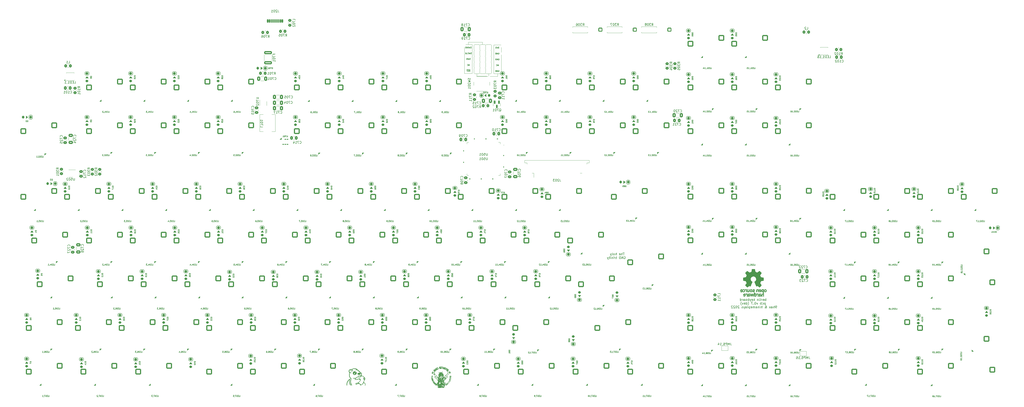
<source format=gbo>
G04 #@! TF.GenerationSoftware,KiCad,Pcbnew,7.0.1*
G04 #@! TF.CreationDate,2023-03-18T22:20:59+01:00*
G04 #@! TF.ProjectId,berlin,6265726c-696e-42e6-9b69-6361645f7063,0.7*
G04 #@! TF.SameCoordinates,Original*
G04 #@! TF.FileFunction,Legend,Bot*
G04 #@! TF.FilePolarity,Positive*
%FSLAX46Y46*%
G04 Gerber Fmt 4.6, Leading zero omitted, Abs format (unit mm)*
G04 Created by KiCad (PCBNEW 7.0.1) date 2023-03-18 22:20:59*
%MOMM*%
%LPD*%
G01*
G04 APERTURE LIST*
G04 Aperture macros list*
%AMRoundRect*
0 Rectangle with rounded corners*
0 $1 Rounding radius*
0 $2 $3 $4 $5 $6 $7 $8 $9 X,Y pos of 4 corners*
0 Add a 4 corners polygon primitive as box body*
4,1,4,$2,$3,$4,$5,$6,$7,$8,$9,$2,$3,0*
0 Add four circle primitives for the rounded corners*
1,1,$1+$1,$2,$3*
1,1,$1+$1,$4,$5*
1,1,$1+$1,$6,$7*
1,1,$1+$1,$8,$9*
0 Add four rect primitives between the rounded corners*
20,1,$1+$1,$2,$3,$4,$5,0*
20,1,$1+$1,$4,$5,$6,$7,0*
20,1,$1+$1,$6,$7,$8,$9,0*
20,1,$1+$1,$8,$9,$2,$3,0*%
%AMFreePoly0*
4,1,30,0.664142,0.394142,0.670000,0.380000,0.664142,0.365858,0.650000,0.360000,0.639861,0.360000,0.634589,0.349456,0.637054,0.347963,0.641840,0.336566,0.639014,0.324533,0.590226,0.244034,0.507054,0.075143,0.438918,-0.100353,0.386337,-0.281120,0.368024,-0.373451,0.364615,-0.379544,0.365871,-0.382599,0.359972,-0.396724,0.345813,-0.402541,-0.525058,-0.400000,-0.532121,-0.397049,
-0.539142,-0.394142,-0.539153,-0.394113,-0.539183,-0.394101,-0.542094,-0.387015,-0.545000,-0.380000,-0.545000,0.380000,-0.539142,0.394142,-0.525000,0.400000,0.650000,0.400000,0.664142,0.394142,0.664142,0.394142,$1*%
%AMFreePoly1*
4,1,30,0.359972,0.396724,0.365871,0.382599,0.360054,0.368440,0.348993,0.363820,0.355759,0.340140,0.360464,0.341185,0.371801,0.336259,0.378079,0.325611,0.398169,0.235096,0.453754,0.058186,0.524322,-0.113298,0.609351,-0.278090,0.658787,-0.356530,0.660798,-0.364473,0.664142,-0.365858,0.670000,-0.380000,0.664142,-0.394142,0.650000,-0.400000,-0.525000,-0.400000,-0.539142,-0.394142,
-0.545000,-0.380000,-0.545000,0.380000,-0.542090,0.387022,-0.539183,0.394101,-0.539153,0.394113,-0.539142,0.394142,-0.532121,0.397049,-0.525058,0.400000,0.345813,0.402541,0.359972,0.396724,0.359972,0.396724,$1*%
%AMFreePoly2*
4,1,31,0.575001,0.424979,0.592678,0.417657,0.600000,0.399978,0.592678,0.382301,0.574999,0.374979,0.559850,0.374979,0.541893,0.339064,0.547469,0.335977,0.554005,0.321977,0.551065,0.306808,0.490426,0.197399,0.393857,-0.033392,0.323058,-0.273344,0.301018,-0.396477,0.299621,-0.399085,0.300000,-0.400000,0.292678,-0.417678,0.275000,-0.425000,-0.200000,-0.425000,-0.319736,-0.407785,
-0.429772,-0.357533,-0.521194,-0.278316,-0.586594,-0.176551,-0.620674,-0.060484,-0.620674,0.060484,-0.586594,0.176551,-0.521194,0.278316,-0.429772,0.357533,-0.319736,0.407785,-0.199999,0.425000,0.575001,0.424979,0.575001,0.424979,$1*%
G04 Aperture macros list end*
%ADD10C,0.016000*%
%ADD11C,0.020000*%
%ADD12C,0.150000*%
%ADD13C,0.127000*%
%ADD14C,0.100000*%
%ADD15C,0.120000*%
%ADD16C,0.010000*%
%ADD17C,4.250000*%
%ADD18FreePoly0,180.000000*%
%ADD19FreePoly1,180.000000*%
%ADD20FreePoly2,0.000000*%
%ADD21FreePoly1,0.000000*%
%ADD22FreePoly0,0.000000*%
%ADD23FreePoly2,180.000000*%
%ADD24C,0.889000*%
%ADD25C,1.778000*%
%ADD26RoundRect,0.177800X-0.711200X-0.711200X0.711200X-0.711200X0.711200X0.711200X-0.711200X0.711200X0*%
%ADD27C,1.800000*%
%ADD28R,2.000000X2.000000*%
%ADD29C,2.000000*%
%ADD30R,4.000000X3.000000*%
%ADD31R,3.000000X4.000000*%
%ADD32FreePoly0,90.000000*%
%ADD33FreePoly1,90.000000*%
%ADD34FreePoly2,270.000000*%
%ADD35FreePoly1,270.000000*%
%ADD36C,1.596000*%
%ADD37R,1.750000X1.750000*%
%ADD38C,1.750000*%
%ADD39C,2.700000*%
%ADD40FreePoly0,270.000000*%
%ADD41FreePoly2,90.000000*%
%ADD42C,0.800000*%
%ADD43C,7.000000*%
%ADD44RoundRect,0.250000X-0.350000X0.250000X-0.350000X-0.250000X0.350000X-0.250000X0.350000X0.250000X0*%
%ADD45C,3.600000*%
%ADD46C,1.701800*%
%ADD47C,3.987800*%
%ADD48RoundRect,0.254000X1.016000X1.016000X-1.016000X1.016000X-1.016000X-1.016000X1.016000X-1.016000X0*%
%ADD49RoundRect,0.250000X0.450000X-0.350000X0.450000X0.350000X-0.450000X0.350000X-0.450000X-0.350000X0*%
%ADD50RoundRect,0.250000X-0.450000X0.350000X-0.450000X-0.350000X0.450000X-0.350000X0.450000X0.350000X0*%
%ADD51RoundRect,0.250000X1.450000X-0.400000X1.450000X0.400000X-1.450000X0.400000X-1.450000X-0.400000X0*%
%ADD52RoundRect,0.250000X0.475000X-0.337500X0.475000X0.337500X-0.475000X0.337500X-0.475000X-0.337500X0*%
%ADD53RoundRect,0.250000X-0.475000X0.337500X-0.475000X-0.337500X0.475000X-0.337500X0.475000X0.337500X0*%
%ADD54R,1.487399X0.431000*%
%ADD55C,3.048000*%
%ADD56RoundRect,0.254000X1.016000X-1.016000X1.016000X1.016000X-1.016000X1.016000X-1.016000X-1.016000X0*%
%ADD57RoundRect,0.250000X-0.412500X-0.650000X0.412500X-0.650000X0.412500X0.650000X-0.412500X0.650000X0*%
%ADD58RoundRect,0.250000X0.650000X-0.412500X0.650000X0.412500X-0.650000X0.412500X-0.650000X-0.412500X0*%
%ADD59R,1.560000X0.650000*%
%ADD60C,0.650000*%
%ADD61RoundRect,0.150000X-0.150000X-0.575000X0.150000X-0.575000X0.150000X0.575000X-0.150000X0.575000X0*%
%ADD62RoundRect,0.075000X-0.075000X-0.650000X0.075000X-0.650000X0.075000X0.650000X-0.075000X0.650000X0*%
%ADD63O,1.100000X2.200000*%
%ADD64O,1.300000X1.900000*%
%ADD65RoundRect,0.250000X0.325000X0.450000X-0.325000X0.450000X-0.325000X-0.450000X0.325000X-0.450000X0*%
%ADD66RoundRect,0.250000X-0.350000X-0.450000X0.350000X-0.450000X0.350000X0.450000X-0.350000X0.450000X0*%
%ADD67RoundRect,0.250000X0.250000X0.350000X-0.250000X0.350000X-0.250000X-0.350000X0.250000X-0.350000X0*%
%ADD68R,1.000000X1.500000*%
%ADD69R,0.650000X1.060000*%
%ADD70RoundRect,0.325000X0.000000X0.205000X0.000000X-0.205000X0.000000X-0.205000X0.000000X0.205000X0*%
%ADD71R,1.524000X1.524000*%
%ADD72O,1.524000X1.524000*%
%ADD73R,1.193800X0.304800*%
%ADD74R,0.304800X1.193800*%
%ADD75RoundRect,0.250000X0.350000X-0.250000X0.350000X0.250000X-0.350000X0.250000X-0.350000X-0.250000X0*%
%ADD76R,3.500000X2.350000*%
%ADD77R,0.650000X2.000000*%
%ADD78RoundRect,0.250000X-0.337500X-0.475000X0.337500X-0.475000X0.337500X0.475000X-0.337500X0.475000X0*%
%ADD79RoundRect,0.150000X-0.150000X0.587500X-0.150000X-0.587500X0.150000X-0.587500X0.150000X0.587500X0*%
%ADD80RoundRect,0.250000X0.350000X0.450000X-0.350000X0.450000X-0.350000X-0.450000X0.350000X-0.450000X0*%
%ADD81RoundRect,0.250000X0.337500X0.475000X-0.337500X0.475000X-0.337500X-0.475000X0.337500X-0.475000X0*%
%ADD82C,1.600000*%
%ADD83O,1.600000X1.600000*%
%ADD84R,0.610000X2.000000*%
%ADD85R,2.680000X3.600000*%
%ADD86RoundRect,0.250000X0.412500X0.650000X-0.412500X0.650000X-0.412500X-0.650000X0.412500X-0.650000X0*%
%ADD87RoundRect,0.250000X-0.450000X0.325000X-0.450000X-0.325000X0.450000X-0.325000X0.450000X0.325000X0*%
%ADD88RoundRect,0.250000X-0.250000X-0.350000X0.250000X-0.350000X0.250000X0.350000X-0.250000X0.350000X0*%
G04 APERTURE END LIST*
D10*
X218055160Y-192592764D02*
X218048386Y-192592764D01*
X218082253Y-192518258D01*
X218055160Y-192592764D01*
G36*
X218055160Y-192592764D02*
G01*
X218048386Y-192592764D01*
X218082253Y-192518258D01*
X218055160Y-192592764D01*
G37*
X218212257Y-191278034D02*
X218232107Y-191280357D01*
X218251439Y-191284043D01*
X218262233Y-191286987D01*
X218173118Y-191277607D01*
X218192314Y-191277110D01*
X218212257Y-191278034D01*
G36*
X218212257Y-191278034D02*
G01*
X218232107Y-191280357D01*
X218251439Y-191284043D01*
X218262233Y-191286987D01*
X218173118Y-191277607D01*
X218192314Y-191277110D01*
X218212257Y-191278034D01*
G37*
X218766361Y-187932714D02*
X218766361Y-187939487D01*
X218678308Y-187925940D01*
X218766361Y-187932714D01*
G36*
X218766361Y-187932714D02*
G01*
X218766361Y-187939487D01*
X218678308Y-187925940D01*
X218766361Y-187932714D01*
G37*
X218508974Y-191529350D02*
X218502201Y-191529350D01*
X218522521Y-191495483D01*
X218508974Y-191529350D01*
G36*
X218508974Y-191529350D02*
G01*
X218502201Y-191529350D01*
X218522521Y-191495483D01*
X218508974Y-191529350D01*
G37*
X214195082Y-189707323D02*
X214289188Y-189707323D01*
X214302734Y-189808923D01*
X214512707Y-189741380D01*
X214580441Y-189700550D01*
X214289188Y-189707323D01*
X214195082Y-189707323D01*
X214193406Y-189706907D01*
X214190256Y-189706293D01*
X214183639Y-189705451D01*
X214176666Y-189705073D01*
X214169417Y-189705099D01*
X214161973Y-189705466D01*
X214154414Y-189706115D01*
X214146823Y-189706984D01*
X214139279Y-189708012D01*
X214124656Y-189710300D01*
X214111192Y-189712492D01*
X214099533Y-189714098D01*
X214096591Y-189706312D01*
X214093214Y-189696734D01*
X214091537Y-189691474D01*
X214089960Y-189686008D01*
X214088552Y-189680415D01*
X214087384Y-189674778D01*
X214086524Y-189669175D01*
X214086043Y-189663689D01*
X214086010Y-189658398D01*
X214086183Y-189655852D01*
X214086494Y-189653385D01*
X214086952Y-189651007D01*
X214087565Y-189648728D01*
X214088342Y-189646559D01*
X214089292Y-189644510D01*
X214090424Y-189642590D01*
X214091746Y-189640810D01*
X214093267Y-189639179D01*
X214094995Y-189637708D01*
X214098148Y-189635642D01*
X214101733Y-189633848D01*
X214105723Y-189632315D01*
X214110092Y-189631028D01*
X214119854Y-189629137D01*
X214130803Y-189628067D01*
X214142721Y-189627710D01*
X214155391Y-189627955D01*
X214168596Y-189628694D01*
X214182117Y-189629819D01*
X214209244Y-189632787D01*
X214235032Y-189635986D01*
X214257743Y-189638546D01*
X214267402Y-189639313D01*
X214275640Y-189639593D01*
X214322245Y-189638953D01*
X214369663Y-189637413D01*
X214465776Y-189633905D01*
X214513887Y-189633074D01*
X214561647Y-189633617D01*
X214585304Y-189634581D01*
X214608764Y-189636101D01*
X214631990Y-189638249D01*
X214654947Y-189641095D01*
X214658540Y-189641701D01*
X214662185Y-189642508D01*
X214665865Y-189643511D01*
X214669561Y-189644703D01*
X214676938Y-189647633D01*
X214684179Y-189651252D01*
X214687707Y-189653305D01*
X214691150Y-189655512D01*
X214694491Y-189657867D01*
X214697713Y-189660366D01*
X214700799Y-189663001D01*
X214703733Y-189665767D01*
X214706497Y-189668657D01*
X214709074Y-189671667D01*
X214711448Y-189674790D01*
X214713600Y-189678021D01*
X214715515Y-189681353D01*
X214717175Y-189684780D01*
X214718563Y-189688297D01*
X214719662Y-189691898D01*
X214720456Y-189695577D01*
X214720927Y-189699328D01*
X214721057Y-189703145D01*
X214720831Y-189707022D01*
X214720232Y-189710954D01*
X214719241Y-189714934D01*
X214717843Y-189718956D01*
X214716019Y-189723016D01*
X214713754Y-189727106D01*
X214711030Y-189731221D01*
X214709440Y-189733232D01*
X214707625Y-189735174D01*
X214705598Y-189737047D01*
X214703373Y-189738856D01*
X214700963Y-189740601D01*
X214698381Y-189742285D01*
X214692755Y-189745482D01*
X214686599Y-189748463D01*
X214680021Y-189751248D01*
X214673127Y-189753856D01*
X214666021Y-189756305D01*
X214651602Y-189760802D01*
X214637611Y-189764887D01*
X214624897Y-189768711D01*
X214619283Y-189770572D01*
X214614307Y-189772423D01*
X214603364Y-189776710D01*
X214592386Y-189780851D01*
X214570356Y-189788851D01*
X214548289Y-189796728D01*
X214526253Y-189804787D01*
X214485623Y-189820446D01*
X214445101Y-189836495D01*
X214404515Y-189852401D01*
X214384144Y-189860133D01*
X214363694Y-189867630D01*
X214350252Y-189872672D01*
X214336543Y-189878184D01*
X214308441Y-189890183D01*
X214279629Y-189902768D01*
X214250350Y-189915078D01*
X214235611Y-189920862D01*
X214220846Y-189926256D01*
X214206084Y-189931151D01*
X214191358Y-189935440D01*
X214176696Y-189939016D01*
X214162129Y-189941772D01*
X214147687Y-189943599D01*
X214133400Y-189944392D01*
X214133400Y-189944391D01*
X214133624Y-189931067D01*
X214134454Y-189918988D01*
X214135110Y-189913394D01*
X214135935Y-189908086D01*
X214136934Y-189903055D01*
X214138112Y-189898293D01*
X214139475Y-189893791D01*
X214141030Y-189889541D01*
X214142781Y-189885535D01*
X214144735Y-189881765D01*
X214146896Y-189878221D01*
X214149272Y-189874895D01*
X214151866Y-189871780D01*
X214154685Y-189868866D01*
X214157735Y-189866145D01*
X214161021Y-189863609D01*
X214164550Y-189861250D01*
X214168325Y-189859058D01*
X214172354Y-189857026D01*
X214176642Y-189855145D01*
X214181194Y-189853406D01*
X214186016Y-189851802D01*
X214191114Y-189850324D01*
X214196494Y-189848963D01*
X214208121Y-189846559D01*
X214220941Y-189844524D01*
X214235000Y-189842791D01*
X214234907Y-189829448D01*
X214234432Y-189812374D01*
X214233282Y-189793007D01*
X214232363Y-189782914D01*
X214231165Y-189772788D01*
X214229652Y-189762810D01*
X214227787Y-189753159D01*
X214225534Y-189744016D01*
X214222856Y-189735560D01*
X214219716Y-189727972D01*
X214217962Y-189724560D01*
X214216078Y-189721432D01*
X214214061Y-189718611D01*
X214211906Y-189716119D01*
X214209607Y-189713980D01*
X214207162Y-189712215D01*
X214204710Y-189710829D01*
X214202098Y-189709614D01*
X214199337Y-189708560D01*
X214196436Y-189707660D01*
X214195082Y-189707323D01*
G36*
X214195082Y-189707323D02*
G01*
X214289188Y-189707323D01*
X214302734Y-189808923D01*
X214512707Y-189741380D01*
X214580441Y-189700550D01*
X214289188Y-189707323D01*
X214195082Y-189707323D01*
X214193406Y-189706907D01*
X214190256Y-189706293D01*
X214183639Y-189705451D01*
X214176666Y-189705073D01*
X214169417Y-189705099D01*
X214161973Y-189705466D01*
X214154414Y-189706115D01*
X214146823Y-189706984D01*
X214139279Y-189708012D01*
X214124656Y-189710300D01*
X214111192Y-189712492D01*
X214099533Y-189714098D01*
X214096591Y-189706312D01*
X214093214Y-189696734D01*
X214091537Y-189691474D01*
X214089960Y-189686008D01*
X214088552Y-189680415D01*
X214087384Y-189674778D01*
X214086524Y-189669175D01*
X214086043Y-189663689D01*
X214086010Y-189658398D01*
X214086183Y-189655852D01*
X214086494Y-189653385D01*
X214086952Y-189651007D01*
X214087565Y-189648728D01*
X214088342Y-189646559D01*
X214089292Y-189644510D01*
X214090424Y-189642590D01*
X214091746Y-189640810D01*
X214093267Y-189639179D01*
X214094995Y-189637708D01*
X214098148Y-189635642D01*
X214101733Y-189633848D01*
X214105723Y-189632315D01*
X214110092Y-189631028D01*
X214119854Y-189629137D01*
X214130803Y-189628067D01*
X214142721Y-189627710D01*
X214155391Y-189627955D01*
X214168596Y-189628694D01*
X214182117Y-189629819D01*
X214209244Y-189632787D01*
X214235032Y-189635986D01*
X214257743Y-189638546D01*
X214267402Y-189639313D01*
X214275640Y-189639593D01*
X214322245Y-189638953D01*
X214369663Y-189637413D01*
X214465776Y-189633905D01*
X214513887Y-189633074D01*
X214561647Y-189633617D01*
X214585304Y-189634581D01*
X214608764Y-189636101D01*
X214631990Y-189638249D01*
X214654947Y-189641095D01*
X214658540Y-189641701D01*
X214662185Y-189642508D01*
X214665865Y-189643511D01*
X214669561Y-189644703D01*
X214676938Y-189647633D01*
X214684179Y-189651252D01*
X214687707Y-189653305D01*
X214691150Y-189655512D01*
X214694491Y-189657867D01*
X214697713Y-189660366D01*
X214700799Y-189663001D01*
X214703733Y-189665767D01*
X214706497Y-189668657D01*
X214709074Y-189671667D01*
X214711448Y-189674790D01*
X214713600Y-189678021D01*
X214715515Y-189681353D01*
X214717175Y-189684780D01*
X214718563Y-189688297D01*
X214719662Y-189691898D01*
X214720456Y-189695577D01*
X214720927Y-189699328D01*
X214721057Y-189703145D01*
X214720831Y-189707022D01*
X214720232Y-189710954D01*
X214719241Y-189714934D01*
X214717843Y-189718956D01*
X214716019Y-189723016D01*
X214713754Y-189727106D01*
X214711030Y-189731221D01*
X214709440Y-189733232D01*
X214707625Y-189735174D01*
X214705598Y-189737047D01*
X214703373Y-189738856D01*
X214700963Y-189740601D01*
X214698381Y-189742285D01*
X214692755Y-189745482D01*
X214686599Y-189748463D01*
X214680021Y-189751248D01*
X214673127Y-189753856D01*
X214666021Y-189756305D01*
X214651602Y-189760802D01*
X214637611Y-189764887D01*
X214624897Y-189768711D01*
X214619283Y-189770572D01*
X214614307Y-189772423D01*
X214603364Y-189776710D01*
X214592386Y-189780851D01*
X214570356Y-189788851D01*
X214548289Y-189796728D01*
X214526253Y-189804787D01*
X214485623Y-189820446D01*
X214445101Y-189836495D01*
X214404515Y-189852401D01*
X214384144Y-189860133D01*
X214363694Y-189867630D01*
X214350252Y-189872672D01*
X214336543Y-189878184D01*
X214308441Y-189890183D01*
X214279629Y-189902768D01*
X214250350Y-189915078D01*
X214235611Y-189920862D01*
X214220846Y-189926256D01*
X214206084Y-189931151D01*
X214191358Y-189935440D01*
X214176696Y-189939016D01*
X214162129Y-189941772D01*
X214147687Y-189943599D01*
X214133400Y-189944392D01*
X214133400Y-189944391D01*
X214133624Y-189931067D01*
X214134454Y-189918988D01*
X214135110Y-189913394D01*
X214135935Y-189908086D01*
X214136934Y-189903055D01*
X214138112Y-189898293D01*
X214139475Y-189893791D01*
X214141030Y-189889541D01*
X214142781Y-189885535D01*
X214144735Y-189881765D01*
X214146896Y-189878221D01*
X214149272Y-189874895D01*
X214151866Y-189871780D01*
X214154685Y-189868866D01*
X214157735Y-189866145D01*
X214161021Y-189863609D01*
X214164550Y-189861250D01*
X214168325Y-189859058D01*
X214172354Y-189857026D01*
X214176642Y-189855145D01*
X214181194Y-189853406D01*
X214186016Y-189851802D01*
X214191114Y-189850324D01*
X214196494Y-189848963D01*
X214208121Y-189846559D01*
X214220941Y-189844524D01*
X214235000Y-189842791D01*
X214234907Y-189829448D01*
X214234432Y-189812374D01*
X214233282Y-189793007D01*
X214232363Y-189782914D01*
X214231165Y-189772788D01*
X214229652Y-189762810D01*
X214227787Y-189753159D01*
X214225534Y-189744016D01*
X214222856Y-189735560D01*
X214219716Y-189727972D01*
X214217962Y-189724560D01*
X214216078Y-189721432D01*
X214214061Y-189718611D01*
X214211906Y-189716119D01*
X214209607Y-189713980D01*
X214207162Y-189712215D01*
X214204710Y-189710829D01*
X214202098Y-189709614D01*
X214199337Y-189708560D01*
X214196436Y-189707660D01*
X214195082Y-189707323D01*
G37*
X218835211Y-188213822D02*
X218841299Y-188227762D01*
X218847107Y-188242232D01*
X218852693Y-188257051D01*
X218856903Y-188268742D01*
X218846683Y-188246150D01*
X218836249Y-188219170D01*
X218833325Y-188209940D01*
X218835211Y-188213822D01*
G36*
X218835211Y-188213822D02*
G01*
X218841299Y-188227762D01*
X218847107Y-188242232D01*
X218852693Y-188257051D01*
X218856903Y-188268742D01*
X218846683Y-188246150D01*
X218836249Y-188219170D01*
X218833325Y-188209940D01*
X218835211Y-188213822D01*
G37*
X216585347Y-189111269D02*
X216583140Y-189109915D01*
X216580958Y-189108234D01*
X216578808Y-189106246D01*
X216576693Y-189103971D01*
X216574618Y-189101427D01*
X216572588Y-189098635D01*
X216568684Y-189092384D01*
X216565019Y-189085374D01*
X216561631Y-189077761D01*
X216558559Y-189069701D01*
X216555841Y-189061352D01*
X216553516Y-189052869D01*
X216551622Y-189044410D01*
X216550198Y-189036130D01*
X216549283Y-189028185D01*
X216548916Y-189020733D01*
X216549133Y-189013930D01*
X216549474Y-189010821D01*
X216549975Y-189007932D01*
X216550643Y-189005284D01*
X216551480Y-189002896D01*
X216585347Y-189111269D01*
G36*
X216585347Y-189111269D02*
G01*
X216583140Y-189109915D01*
X216580958Y-189108234D01*
X216578808Y-189106246D01*
X216576693Y-189103971D01*
X216574618Y-189101427D01*
X216572588Y-189098635D01*
X216568684Y-189092384D01*
X216565019Y-189085374D01*
X216561631Y-189077761D01*
X216558559Y-189069701D01*
X216555841Y-189061352D01*
X216553516Y-189052869D01*
X216551622Y-189044410D01*
X216550198Y-189036130D01*
X216549283Y-189028185D01*
X216548916Y-189020733D01*
X216549133Y-189013930D01*
X216549474Y-189010821D01*
X216549975Y-189007932D01*
X216550643Y-189005284D01*
X216551480Y-189002896D01*
X216585347Y-189111269D01*
G37*
X215195274Y-187061770D02*
X215193542Y-187064397D01*
X215191628Y-187066836D01*
X215189542Y-187069091D01*
X215187295Y-187071169D01*
X215184896Y-187073073D01*
X215182356Y-187074811D01*
X215179683Y-187076386D01*
X215176889Y-187077804D01*
X215173983Y-187079071D01*
X215170976Y-187080191D01*
X215167876Y-187081170D01*
X215164695Y-187082014D01*
X215161442Y-187082727D01*
X215154761Y-187083782D01*
X215147911Y-187084380D01*
X215140975Y-187084561D01*
X215134030Y-187084368D01*
X215127158Y-187083843D01*
X215120438Y-187083028D01*
X215113950Y-187081966D01*
X215107773Y-187080699D01*
X215101988Y-187079269D01*
X215101988Y-187072496D01*
X215196814Y-187058949D01*
X215195274Y-187061770D01*
G36*
X215195274Y-187061770D02*
G01*
X215193542Y-187064397D01*
X215191628Y-187066836D01*
X215189542Y-187069091D01*
X215187295Y-187071169D01*
X215184896Y-187073073D01*
X215182356Y-187074811D01*
X215179683Y-187076386D01*
X215176889Y-187077804D01*
X215173983Y-187079071D01*
X215170976Y-187080191D01*
X215167876Y-187081170D01*
X215164695Y-187082014D01*
X215161442Y-187082727D01*
X215154761Y-187083782D01*
X215147911Y-187084380D01*
X215140975Y-187084561D01*
X215134030Y-187084368D01*
X215127158Y-187083843D01*
X215120438Y-187083028D01*
X215113950Y-187081966D01*
X215107773Y-187080699D01*
X215101988Y-187079269D01*
X215101988Y-187072496D01*
X215196814Y-187058949D01*
X215195274Y-187061770D01*
G37*
X218420919Y-192111856D02*
X218414146Y-192145723D01*
X218366732Y-192166043D01*
X218393826Y-192105083D01*
X218420919Y-192111856D01*
G36*
X218420919Y-192111856D02*
G01*
X218414146Y-192145723D01*
X218366732Y-192166043D01*
X218393826Y-192105083D01*
X218420919Y-192111856D01*
G37*
X216998521Y-191678362D02*
X217039161Y-191895108D01*
X216903695Y-191922202D01*
X216903695Y-191915428D01*
X216957881Y-191908654D01*
X216957881Y-191901884D01*
X216991747Y-191901884D01*
X216957880Y-191895110D01*
X216957880Y-191901881D01*
X216950094Y-191901492D01*
X216942918Y-191900411D01*
X216936326Y-191898670D01*
X216930292Y-191896305D01*
X216925129Y-191893530D01*
X217018842Y-191874788D01*
X217017083Y-191837556D01*
X217015656Y-191815137D01*
X217013549Y-191791814D01*
X217012168Y-191780196D01*
X217010529Y-191768809D01*
X217008603Y-191757807D01*
X217006359Y-191747343D01*
X217003770Y-191737570D01*
X217000805Y-191728640D01*
X216997436Y-191720706D01*
X216993632Y-191713921D01*
X216992119Y-191711922D01*
X216990308Y-191710064D01*
X216988218Y-191708347D01*
X216985868Y-191706768D01*
X216983279Y-191705328D01*
X216980470Y-191704024D01*
X216977462Y-191702857D01*
X216974273Y-191701823D01*
X216967433Y-191700156D01*
X216960109Y-191699013D01*
X216952460Y-191698386D01*
X216944643Y-191698266D01*
X216936816Y-191698644D01*
X216929138Y-191699510D01*
X216921766Y-191700856D01*
X216914859Y-191702672D01*
X216911629Y-191703754D01*
X216908575Y-191704950D01*
X216905715Y-191706259D01*
X216903071Y-191707681D01*
X216900662Y-191709213D01*
X216898507Y-191710855D01*
X216896626Y-191712605D01*
X216895039Y-191714463D01*
X216892854Y-191717839D01*
X216891017Y-191721635D01*
X216889511Y-191725824D01*
X216888321Y-191730379D01*
X216887430Y-191735272D01*
X216886821Y-191740477D01*
X216886389Y-191751709D01*
X216886893Y-191763856D01*
X216888205Y-191776698D01*
X216890196Y-191790017D01*
X216892734Y-191803592D01*
X216895692Y-191817204D01*
X216898939Y-191830634D01*
X216905783Y-191856071D01*
X216914143Y-191884551D01*
X216911180Y-191881259D01*
X216907521Y-191876269D01*
X216904256Y-191870855D01*
X216901357Y-191865050D01*
X216898796Y-191858888D01*
X216896546Y-191852402D01*
X216894581Y-191845626D01*
X216892872Y-191838593D01*
X216891392Y-191831337D01*
X216889011Y-191816289D01*
X216887219Y-191800751D01*
X216884528Y-191769274D01*
X216883193Y-191753872D01*
X216881572Y-191739052D01*
X216879448Y-191725081D01*
X216878129Y-191718498D01*
X216876601Y-191712228D01*
X216872792Y-191715306D01*
X216869395Y-191719001D01*
X216866401Y-191723268D01*
X216863799Y-191728064D01*
X216861581Y-191733347D01*
X216859735Y-191739073D01*
X216858253Y-191745199D01*
X216857124Y-191751682D01*
X216856339Y-191758478D01*
X216855887Y-191765544D01*
X216855946Y-191780314D01*
X216857222Y-191795646D01*
X216859636Y-191811195D01*
X216863109Y-191826614D01*
X216867563Y-191841558D01*
X216872918Y-191855682D01*
X216879097Y-191868638D01*
X216882470Y-191874571D01*
X216886020Y-191880082D01*
X216889736Y-191885129D01*
X216893609Y-191889668D01*
X216897628Y-191893656D01*
X216901785Y-191897049D01*
X216906068Y-191899806D01*
X216910468Y-191901881D01*
X216910468Y-191908654D01*
X216869828Y-191908654D01*
X216842735Y-191705454D01*
X216998522Y-191678361D01*
X216998521Y-191678362D01*
G36*
X216998521Y-191678362D02*
G01*
X217039161Y-191895108D01*
X216903695Y-191922202D01*
X216903695Y-191915428D01*
X216957881Y-191908654D01*
X216957881Y-191901884D01*
X216991747Y-191901884D01*
X216957880Y-191895110D01*
X216957880Y-191901881D01*
X216950094Y-191901492D01*
X216942918Y-191900411D01*
X216936326Y-191898670D01*
X216930292Y-191896305D01*
X216925129Y-191893530D01*
X217018842Y-191874788D01*
X217017083Y-191837556D01*
X217015656Y-191815137D01*
X217013549Y-191791814D01*
X217012168Y-191780196D01*
X217010529Y-191768809D01*
X217008603Y-191757807D01*
X217006359Y-191747343D01*
X217003770Y-191737570D01*
X217000805Y-191728640D01*
X216997436Y-191720706D01*
X216993632Y-191713921D01*
X216992119Y-191711922D01*
X216990308Y-191710064D01*
X216988218Y-191708347D01*
X216985868Y-191706768D01*
X216983279Y-191705328D01*
X216980470Y-191704024D01*
X216977462Y-191702857D01*
X216974273Y-191701823D01*
X216967433Y-191700156D01*
X216960109Y-191699013D01*
X216952460Y-191698386D01*
X216944643Y-191698266D01*
X216936816Y-191698644D01*
X216929138Y-191699510D01*
X216921766Y-191700856D01*
X216914859Y-191702672D01*
X216911629Y-191703754D01*
X216908575Y-191704950D01*
X216905715Y-191706259D01*
X216903071Y-191707681D01*
X216900662Y-191709213D01*
X216898507Y-191710855D01*
X216896626Y-191712605D01*
X216895039Y-191714463D01*
X216892854Y-191717839D01*
X216891017Y-191721635D01*
X216889511Y-191725824D01*
X216888321Y-191730379D01*
X216887430Y-191735272D01*
X216886821Y-191740477D01*
X216886389Y-191751709D01*
X216886893Y-191763856D01*
X216888205Y-191776698D01*
X216890196Y-191790017D01*
X216892734Y-191803592D01*
X216895692Y-191817204D01*
X216898939Y-191830634D01*
X216905783Y-191856071D01*
X216914143Y-191884551D01*
X216911180Y-191881259D01*
X216907521Y-191876269D01*
X216904256Y-191870855D01*
X216901357Y-191865050D01*
X216898796Y-191858888D01*
X216896546Y-191852402D01*
X216894581Y-191845626D01*
X216892872Y-191838593D01*
X216891392Y-191831337D01*
X216889011Y-191816289D01*
X216887219Y-191800751D01*
X216884528Y-191769274D01*
X216883193Y-191753872D01*
X216881572Y-191739052D01*
X216879448Y-191725081D01*
X216878129Y-191718498D01*
X216876601Y-191712228D01*
X216872792Y-191715306D01*
X216869395Y-191719001D01*
X216866401Y-191723268D01*
X216863799Y-191728064D01*
X216861581Y-191733347D01*
X216859735Y-191739073D01*
X216858253Y-191745199D01*
X216857124Y-191751682D01*
X216856339Y-191758478D01*
X216855887Y-191765544D01*
X216855946Y-191780314D01*
X216857222Y-191795646D01*
X216859636Y-191811195D01*
X216863109Y-191826614D01*
X216867563Y-191841558D01*
X216872918Y-191855682D01*
X216879097Y-191868638D01*
X216882470Y-191874571D01*
X216886020Y-191880082D01*
X216889736Y-191885129D01*
X216893609Y-191889668D01*
X216897628Y-191893656D01*
X216901785Y-191897049D01*
X216906068Y-191899806D01*
X216910468Y-191901881D01*
X216910468Y-191908654D01*
X216869828Y-191908654D01*
X216842735Y-191705454D01*
X216998522Y-191678361D01*
X216998521Y-191678362D01*
G37*
X218177080Y-193541028D02*
X218177080Y-193547802D01*
X218169433Y-193547438D01*
X218161754Y-193546610D01*
X218154075Y-193545330D01*
X218146428Y-193543612D01*
X218138843Y-193541469D01*
X218131354Y-193538914D01*
X218123992Y-193535960D01*
X218116789Y-193532621D01*
X218109777Y-193528910D01*
X218102987Y-193524839D01*
X218096452Y-193520423D01*
X218090203Y-193515674D01*
X218084272Y-193510606D01*
X218078691Y-193505231D01*
X218073492Y-193499563D01*
X218068707Y-193493615D01*
X218177080Y-193541028D01*
G36*
X218177080Y-193541028D02*
G01*
X218177080Y-193547802D01*
X218169433Y-193547438D01*
X218161754Y-193546610D01*
X218154075Y-193545330D01*
X218146428Y-193543612D01*
X218138843Y-193541469D01*
X218131354Y-193538914D01*
X218123992Y-193535960D01*
X218116789Y-193532621D01*
X218109777Y-193528910D01*
X218102987Y-193524839D01*
X218096452Y-193520423D01*
X218090203Y-193515674D01*
X218084272Y-193510606D01*
X218078691Y-193505231D01*
X218073492Y-193499563D01*
X218068707Y-193493615D01*
X218177080Y-193541028D01*
G37*
X217079800Y-189944394D02*
X217073026Y-189944394D01*
X217079800Y-189924074D01*
X217079800Y-189944394D01*
G36*
X217079800Y-189944394D02*
G01*
X217073026Y-189944394D01*
X217079800Y-189924074D01*
X217079800Y-189944394D01*
G37*
X217872281Y-190784282D02*
X217854219Y-190766220D01*
X217865508Y-190763962D01*
X217872281Y-190784282D01*
G36*
X217872281Y-190784282D02*
G01*
X217854219Y-190766220D01*
X217865508Y-190763962D01*
X217872281Y-190784282D01*
G37*
X218427693Y-192017030D02*
X218427693Y-192010256D01*
X218448013Y-192003483D01*
X218427693Y-192017030D01*
G36*
X218427693Y-192017030D02*
G01*
X218427693Y-192010256D01*
X218448013Y-192003483D01*
X218427693Y-192017030D01*
G37*
X216984974Y-191664815D02*
X216869827Y-191678362D01*
X216984974Y-191658042D01*
X216984974Y-191664815D01*
G36*
X216984974Y-191664815D02*
G01*
X216869827Y-191678362D01*
X216984974Y-191658042D01*
X216984974Y-191664815D01*
G37*
X219118587Y-193087253D02*
X219118504Y-193087218D01*
X219118575Y-193087218D01*
X219118587Y-193087253D01*
G36*
X219118587Y-193087253D02*
G01*
X219118504Y-193087218D01*
X219118575Y-193087218D01*
X219118587Y-193087253D01*
G37*
X214652622Y-187176972D02*
X214656701Y-187179696D01*
X214660423Y-187182316D01*
X214663802Y-187184879D01*
X214666849Y-187187432D01*
X214669577Y-187190022D01*
X214670825Y-187191345D01*
X214671998Y-187192696D01*
X214673098Y-187194079D01*
X214674126Y-187195500D01*
X214675083Y-187196966D01*
X214675971Y-187198482D01*
X214676792Y-187200055D01*
X214677547Y-187201689D01*
X214678238Y-187203392D01*
X214678867Y-187205168D01*
X214679434Y-187207024D01*
X214679941Y-187208965D01*
X214680391Y-187210998D01*
X214680784Y-187213129D01*
X214681122Y-187215362D01*
X214681406Y-187217705D01*
X214681822Y-187222741D01*
X214682042Y-187228283D01*
X214675269Y-187228283D01*
X214675269Y-187201190D01*
X214648175Y-187174096D01*
X214652622Y-187176972D01*
G36*
X214652622Y-187176972D02*
G01*
X214656701Y-187179696D01*
X214660423Y-187182316D01*
X214663802Y-187184879D01*
X214666849Y-187187432D01*
X214669577Y-187190022D01*
X214670825Y-187191345D01*
X214671998Y-187192696D01*
X214673098Y-187194079D01*
X214674126Y-187195500D01*
X214675083Y-187196966D01*
X214675971Y-187198482D01*
X214676792Y-187200055D01*
X214677547Y-187201689D01*
X214678238Y-187203392D01*
X214678867Y-187205168D01*
X214679434Y-187207024D01*
X214679941Y-187208965D01*
X214680391Y-187210998D01*
X214680784Y-187213129D01*
X214681122Y-187215362D01*
X214681406Y-187217705D01*
X214681822Y-187222741D01*
X214682042Y-187228283D01*
X214675269Y-187228283D01*
X214675269Y-187201190D01*
X214648175Y-187174096D01*
X214652622Y-187176972D01*
G37*
X217994199Y-186997992D02*
X217928987Y-186997992D01*
X217994199Y-186991219D01*
X217994199Y-186997992D01*
G36*
X217994199Y-186997992D02*
G01*
X217928987Y-186997992D01*
X217994199Y-186991219D01*
X217994199Y-186997992D01*
G37*
X219579161Y-189612495D02*
X219572387Y-189612495D01*
X219577319Y-189593656D01*
X219583710Y-189572118D01*
X219591456Y-189549019D01*
X219595804Y-189537240D01*
X219600453Y-189525497D01*
X219605389Y-189513933D01*
X219610599Y-189502689D01*
X219616071Y-189491909D01*
X219621790Y-189481734D01*
X219627745Y-189472307D01*
X219633923Y-189463770D01*
X219640310Y-189456265D01*
X219646894Y-189449935D01*
X219579161Y-189612495D01*
G36*
X219579161Y-189612495D02*
G01*
X219572387Y-189612495D01*
X219577319Y-189593656D01*
X219583710Y-189572118D01*
X219591456Y-189549019D01*
X219595804Y-189537240D01*
X219600453Y-189525497D01*
X219605389Y-189513933D01*
X219610599Y-189502689D01*
X219616071Y-189491909D01*
X219621790Y-189481734D01*
X219627745Y-189472307D01*
X219633923Y-189463770D01*
X219640310Y-189456265D01*
X219646894Y-189449935D01*
X219579161Y-189612495D01*
G37*
X217628440Y-187797245D02*
X217608120Y-187804018D01*
X217628440Y-187790471D01*
X217628440Y-187797245D01*
G36*
X217628440Y-187797245D02*
G01*
X217608120Y-187804018D01*
X217628440Y-187790471D01*
X217628440Y-187797245D01*
G37*
X214337153Y-187206745D02*
X214345021Y-187207141D01*
X214352907Y-187207833D01*
X214360758Y-187208749D01*
X214390789Y-187213233D01*
X214457534Y-187223619D01*
X214490742Y-187229365D01*
X214523834Y-187235655D01*
X214556806Y-187242623D01*
X214589652Y-187250402D01*
X214622368Y-187259125D01*
X214654949Y-187268923D01*
X214654949Y-187268924D01*
X214654949Y-187275697D01*
X214377242Y-187241830D01*
X214377242Y-187235057D01*
X214424655Y-187235057D01*
X214424655Y-187228283D01*
X214309509Y-187214737D01*
X214309509Y-187228283D01*
X214363696Y-187228283D01*
X214363696Y-187235057D01*
X214275642Y-187228283D01*
X214278273Y-187225421D01*
X214281031Y-187222802D01*
X214283909Y-187220418D01*
X214286902Y-187218260D01*
X214290002Y-187216318D01*
X214293203Y-187214585D01*
X214296498Y-187213050D01*
X214299882Y-187211705D01*
X214303348Y-187210541D01*
X214306889Y-187209550D01*
X214310499Y-187208722D01*
X214314171Y-187208048D01*
X214321677Y-187207127D01*
X214329355Y-187206717D01*
X214337153Y-187206745D01*
G36*
X214337153Y-187206745D02*
G01*
X214345021Y-187207141D01*
X214352907Y-187207833D01*
X214360758Y-187208749D01*
X214390789Y-187213233D01*
X214457534Y-187223619D01*
X214490742Y-187229365D01*
X214523834Y-187235655D01*
X214556806Y-187242623D01*
X214589652Y-187250402D01*
X214622368Y-187259125D01*
X214654949Y-187268923D01*
X214654949Y-187268924D01*
X214654949Y-187275697D01*
X214377242Y-187241830D01*
X214377242Y-187235057D01*
X214424655Y-187235057D01*
X214424655Y-187228283D01*
X214309509Y-187214737D01*
X214309509Y-187228283D01*
X214363696Y-187228283D01*
X214363696Y-187235057D01*
X214275642Y-187228283D01*
X214278273Y-187225421D01*
X214281031Y-187222802D01*
X214283909Y-187220418D01*
X214286902Y-187218260D01*
X214290002Y-187216318D01*
X214293203Y-187214585D01*
X214296498Y-187213050D01*
X214299882Y-187211705D01*
X214303348Y-187210541D01*
X214306889Y-187209550D01*
X214310499Y-187208722D01*
X214314171Y-187208048D01*
X214321677Y-187207127D01*
X214329355Y-187206717D01*
X214337153Y-187206745D01*
G37*
X217039159Y-190899430D02*
X217039159Y-190906203D01*
X217036769Y-190905054D01*
X217034534Y-190903802D01*
X217032453Y-190902452D01*
X217030524Y-190901010D01*
X217028747Y-190899482D01*
X217027119Y-190897872D01*
X217025640Y-190896187D01*
X217024307Y-190894431D01*
X217023119Y-190892610D01*
X217022074Y-190890729D01*
X217021172Y-190888794D01*
X217020410Y-190886811D01*
X217019788Y-190884784D01*
X217019303Y-190882719D01*
X217018954Y-190880622D01*
X217018739Y-190878497D01*
X217018658Y-190876351D01*
X217018708Y-190874189D01*
X217018888Y-190872016D01*
X217019197Y-190869837D01*
X217019633Y-190867658D01*
X217020195Y-190865485D01*
X217020880Y-190863323D01*
X217021688Y-190861177D01*
X217022617Y-190859052D01*
X217023666Y-190856955D01*
X217024833Y-190854890D01*
X217026116Y-190852863D01*
X217027515Y-190850880D01*
X217029027Y-190848945D01*
X217030651Y-190847064D01*
X217032385Y-190845243D01*
X217039159Y-190899430D01*
G36*
X217039159Y-190899430D02*
G01*
X217039159Y-190906203D01*
X217036769Y-190905054D01*
X217034534Y-190903802D01*
X217032453Y-190902452D01*
X217030524Y-190901010D01*
X217028747Y-190899482D01*
X217027119Y-190897872D01*
X217025640Y-190896187D01*
X217024307Y-190894431D01*
X217023119Y-190892610D01*
X217022074Y-190890729D01*
X217021172Y-190888794D01*
X217020410Y-190886811D01*
X217019788Y-190884784D01*
X217019303Y-190882719D01*
X217018954Y-190880622D01*
X217018739Y-190878497D01*
X217018658Y-190876351D01*
X217018708Y-190874189D01*
X217018888Y-190872016D01*
X217019197Y-190869837D01*
X217019633Y-190867658D01*
X217020195Y-190865485D01*
X217020880Y-190863323D01*
X217021688Y-190861177D01*
X217022617Y-190859052D01*
X217023666Y-190856955D01*
X217024833Y-190854890D01*
X217026116Y-190852863D01*
X217027515Y-190850880D01*
X217029027Y-190848945D01*
X217030651Y-190847064D01*
X217032385Y-190845243D01*
X217039159Y-190899430D01*
G37*
X215339053Y-187546630D02*
X215366147Y-187533083D01*
X215366147Y-187539857D01*
X215311960Y-187566950D01*
X215366147Y-187505990D01*
X215339053Y-187546630D01*
G36*
X215339053Y-187546630D02*
G01*
X215366147Y-187533083D01*
X215366147Y-187539857D01*
X215311960Y-187566950D01*
X215366147Y-187505990D01*
X215339053Y-187546630D01*
G37*
X218759725Y-192505556D02*
X218774673Y-192512663D01*
X218790671Y-192519367D01*
X218807504Y-192525779D01*
X218878900Y-192550693D01*
X218896695Y-192557288D01*
X218914039Y-192564249D01*
X218930719Y-192571686D01*
X218946520Y-192579709D01*
X218961228Y-192588428D01*
X218974629Y-192597952D01*
X218980773Y-192603051D01*
X218986509Y-192608392D01*
X218991811Y-192613990D01*
X218996653Y-192619857D01*
X218984257Y-192617495D01*
X218971816Y-192614398D01*
X218959342Y-192610646D01*
X218946849Y-192606319D01*
X218934350Y-192601497D01*
X218921859Y-192596259D01*
X218896949Y-192584856D01*
X218847794Y-192560574D01*
X218823759Y-192548971D01*
X218811923Y-192543583D01*
X218800227Y-192538578D01*
X218792264Y-192535570D01*
X218782869Y-192532208D01*
X218772929Y-192528374D01*
X218768031Y-192526242D01*
X218763329Y-192523947D01*
X218758933Y-192521474D01*
X218754954Y-192518809D01*
X218753156Y-192517399D01*
X218751503Y-192515936D01*
X218750010Y-192514417D01*
X218748690Y-192512841D01*
X218747558Y-192511205D01*
X218746627Y-192509508D01*
X218745911Y-192507748D01*
X218745424Y-192505923D01*
X218745179Y-192504031D01*
X218745191Y-192502071D01*
X218745473Y-192500040D01*
X218746040Y-192497937D01*
X218759725Y-192505556D01*
G36*
X218759725Y-192505556D02*
G01*
X218774673Y-192512663D01*
X218790671Y-192519367D01*
X218807504Y-192525779D01*
X218878900Y-192550693D01*
X218896695Y-192557288D01*
X218914039Y-192564249D01*
X218930719Y-192571686D01*
X218946520Y-192579709D01*
X218961228Y-192588428D01*
X218974629Y-192597952D01*
X218980773Y-192603051D01*
X218986509Y-192608392D01*
X218991811Y-192613990D01*
X218996653Y-192619857D01*
X218984257Y-192617495D01*
X218971816Y-192614398D01*
X218959342Y-192610646D01*
X218946849Y-192606319D01*
X218934350Y-192601497D01*
X218921859Y-192596259D01*
X218896949Y-192584856D01*
X218847794Y-192560574D01*
X218823759Y-192548971D01*
X218811923Y-192543583D01*
X218800227Y-192538578D01*
X218792264Y-192535570D01*
X218782869Y-192532208D01*
X218772929Y-192528374D01*
X218768031Y-192526242D01*
X218763329Y-192523947D01*
X218758933Y-192521474D01*
X218754954Y-192518809D01*
X218753156Y-192517399D01*
X218751503Y-192515936D01*
X218750010Y-192514417D01*
X218748690Y-192512841D01*
X218747558Y-192511205D01*
X218746627Y-192509508D01*
X218745911Y-192507748D01*
X218745424Y-192505923D01*
X218745179Y-192504031D01*
X218745191Y-192502071D01*
X218745473Y-192500040D01*
X218746040Y-192497937D01*
X218759725Y-192505556D01*
G37*
X216707269Y-192376015D02*
X216700495Y-192376015D01*
X216707269Y-192355696D01*
X216707269Y-192376015D01*
G36*
X216707269Y-192376015D02*
G01*
X216700495Y-192376015D01*
X216707269Y-192355696D01*
X216707269Y-192376015D01*
G37*
X219632707Y-189818658D02*
X219635044Y-189819066D01*
X219637454Y-189819768D01*
X219639931Y-189820779D01*
X219642719Y-189822242D01*
X219645207Y-189823878D01*
X219647405Y-189825667D01*
X219649318Y-189827592D01*
X219650957Y-189829637D01*
X219652328Y-189831782D01*
X219653440Y-189834010D01*
X219654300Y-189836304D01*
X219654918Y-189838646D01*
X219655300Y-189841018D01*
X219655455Y-189843402D01*
X219655392Y-189845781D01*
X219655117Y-189848138D01*
X219654640Y-189850453D01*
X219653968Y-189852710D01*
X219653109Y-189854891D01*
X219652071Y-189856978D01*
X219650863Y-189858954D01*
X219649493Y-189860801D01*
X219647968Y-189862500D01*
X219646296Y-189864036D01*
X219644486Y-189865388D01*
X219642546Y-189866541D01*
X219640484Y-189867476D01*
X219638307Y-189868176D01*
X219636025Y-189868623D01*
X219633644Y-189868798D01*
X219631173Y-189868686D01*
X219628621Y-189868267D01*
X219625994Y-189867524D01*
X219623302Y-189866439D01*
X219620552Y-189864995D01*
X219618458Y-189863616D01*
X219616592Y-189862081D01*
X219614948Y-189860408D01*
X219613521Y-189858610D01*
X219612306Y-189856705D01*
X219611297Y-189854707D01*
X219610488Y-189852631D01*
X219609875Y-189850493D01*
X219609453Y-189848309D01*
X219609215Y-189846094D01*
X219609156Y-189843863D01*
X219609272Y-189841632D01*
X219609556Y-189839417D01*
X219610004Y-189837232D01*
X219610610Y-189835094D01*
X219611369Y-189833017D01*
X219612275Y-189831017D01*
X219613324Y-189829110D01*
X219614509Y-189827311D01*
X219615825Y-189825635D01*
X219617268Y-189824098D01*
X219618831Y-189822716D01*
X219620510Y-189821503D01*
X219622299Y-189820475D01*
X219624193Y-189819649D01*
X219626185Y-189819038D01*
X219628272Y-189818659D01*
X219630448Y-189818527D01*
X219632707Y-189818658D01*
G36*
X219632707Y-189818658D02*
G01*
X219635044Y-189819066D01*
X219637454Y-189819768D01*
X219639931Y-189820779D01*
X219642719Y-189822242D01*
X219645207Y-189823878D01*
X219647405Y-189825667D01*
X219649318Y-189827592D01*
X219650957Y-189829637D01*
X219652328Y-189831782D01*
X219653440Y-189834010D01*
X219654300Y-189836304D01*
X219654918Y-189838646D01*
X219655300Y-189841018D01*
X219655455Y-189843402D01*
X219655392Y-189845781D01*
X219655117Y-189848138D01*
X219654640Y-189850453D01*
X219653968Y-189852710D01*
X219653109Y-189854891D01*
X219652071Y-189856978D01*
X219650863Y-189858954D01*
X219649493Y-189860801D01*
X219647968Y-189862500D01*
X219646296Y-189864036D01*
X219644486Y-189865388D01*
X219642546Y-189866541D01*
X219640484Y-189867476D01*
X219638307Y-189868176D01*
X219636025Y-189868623D01*
X219633644Y-189868798D01*
X219631173Y-189868686D01*
X219628621Y-189868267D01*
X219625994Y-189867524D01*
X219623302Y-189866439D01*
X219620552Y-189864995D01*
X219618458Y-189863616D01*
X219616592Y-189862081D01*
X219614948Y-189860408D01*
X219613521Y-189858610D01*
X219612306Y-189856705D01*
X219611297Y-189854707D01*
X219610488Y-189852631D01*
X219609875Y-189850493D01*
X219609453Y-189848309D01*
X219609215Y-189846094D01*
X219609156Y-189843863D01*
X219609272Y-189841632D01*
X219609556Y-189839417D01*
X219610004Y-189837232D01*
X219610610Y-189835094D01*
X219611369Y-189833017D01*
X219612275Y-189831017D01*
X219613324Y-189829110D01*
X219614509Y-189827311D01*
X219615825Y-189825635D01*
X219617268Y-189824098D01*
X219618831Y-189822716D01*
X219620510Y-189821503D01*
X219622299Y-189820475D01*
X219624193Y-189819649D01*
X219626185Y-189819038D01*
X219628272Y-189818659D01*
X219630448Y-189818527D01*
X219632707Y-189818658D01*
G37*
X215190041Y-187729510D02*
X215183267Y-187729510D01*
X215217134Y-187668550D01*
X215190041Y-187729510D01*
G36*
X215190041Y-187729510D02*
G01*
X215183267Y-187729510D01*
X215217134Y-187668550D01*
X215190041Y-187729510D01*
G37*
X220745491Y-186282667D02*
X220884895Y-186282667D01*
X220885172Y-186285748D01*
X220886078Y-186289227D01*
X220887575Y-186293068D01*
X220889624Y-186297238D01*
X220892187Y-186301704D01*
X220898707Y-186311387D01*
X220906829Y-186321847D01*
X220916250Y-186332814D01*
X220926666Y-186344017D01*
X220937775Y-186355188D01*
X220949272Y-186366056D01*
X220960853Y-186376351D01*
X220972215Y-186385802D01*
X220983054Y-186394141D01*
X220993066Y-186401096D01*
X221001949Y-186406399D01*
X221005871Y-186408346D01*
X221009397Y-186409778D01*
X221012489Y-186410663D01*
X221015108Y-186410965D01*
X221018659Y-186410738D01*
X221022261Y-186410073D01*
X221025909Y-186408995D01*
X221029595Y-186407528D01*
X221033315Y-186405696D01*
X221037061Y-186403524D01*
X221040828Y-186401036D01*
X221044610Y-186398255D01*
X221048399Y-186395207D01*
X221052191Y-186391916D01*
X221059757Y-186384700D01*
X221067257Y-186376802D01*
X221074642Y-186368417D01*
X221081863Y-186359739D01*
X221088871Y-186350962D01*
X221102048Y-186333890D01*
X221113780Y-186318754D01*
X221118980Y-186312398D01*
X221123671Y-186307109D01*
X221251177Y-186173019D01*
X221282822Y-186139301D01*
X221314174Y-186105316D01*
X221345133Y-186070973D01*
X221375598Y-186036176D01*
X221380367Y-186030950D01*
X221385687Y-186025629D01*
X221391459Y-186020213D01*
X221397582Y-186014702D01*
X221423565Y-185991722D01*
X221429932Y-185985744D01*
X221436045Y-185979675D01*
X221441804Y-185973514D01*
X221447108Y-185967262D01*
X221451858Y-185960919D01*
X221453993Y-185957713D01*
X221455951Y-185954485D01*
X221457721Y-185951235D01*
X221459288Y-185947962D01*
X221460642Y-185944667D01*
X221461768Y-185941349D01*
X221462286Y-185938347D01*
X221462164Y-185934954D01*
X221461438Y-185931202D01*
X221460142Y-185927122D01*
X221458311Y-185922746D01*
X221455979Y-185918106D01*
X221453182Y-185913233D01*
X221449954Y-185908158D01*
X221442343Y-185897533D01*
X221433423Y-185886483D01*
X221423472Y-185875262D01*
X221412767Y-185864122D01*
X221401586Y-185853318D01*
X221390205Y-185843101D01*
X221378902Y-185833725D01*
X221367955Y-185825444D01*
X221357640Y-185818511D01*
X221348236Y-185813178D01*
X221343961Y-185811191D01*
X221340018Y-185809700D01*
X221336441Y-185808734D01*
X221333265Y-185808328D01*
X221333264Y-185808328D01*
X221329977Y-185808426D01*
X221326600Y-185808959D01*
X221323144Y-185809902D01*
X221319615Y-185811233D01*
X221316022Y-185812926D01*
X221312374Y-185814958D01*
X221308679Y-185817303D01*
X221304945Y-185819939D01*
X221301180Y-185822841D01*
X221297393Y-185825985D01*
X221289786Y-185832902D01*
X221282189Y-185840497D01*
X221274670Y-185848576D01*
X221225270Y-185907483D01*
X221196233Y-185938598D01*
X221167591Y-185970091D01*
X221110829Y-186033574D01*
X221082380Y-186065248D01*
X221053667Y-186096665D01*
X221024524Y-186127667D01*
X220994788Y-186158096D01*
X220933393Y-186214715D01*
X220925278Y-186222808D01*
X220917502Y-186230999D01*
X220910195Y-186239247D01*
X220903488Y-186247516D01*
X220897512Y-186255766D01*
X220892399Y-186263958D01*
X220890207Y-186268021D01*
X220888279Y-186272054D01*
X220886633Y-186276054D01*
X220885283Y-186280016D01*
X220884895Y-186282667D01*
X220745491Y-186282667D01*
X220745304Y-186280016D01*
X220745429Y-186275558D01*
X220745877Y-186271121D01*
X220746633Y-186266708D01*
X220747680Y-186262322D01*
X220749004Y-186257963D01*
X220750589Y-186253634D01*
X220752419Y-186249338D01*
X220754478Y-186245075D01*
X220756751Y-186240848D01*
X220759223Y-186236659D01*
X220764699Y-186228403D01*
X220770782Y-186220322D01*
X220777346Y-186212432D01*
X220784267Y-186204749D01*
X220791420Y-186197289D01*
X220805923Y-186183101D01*
X220819858Y-186169995D01*
X220832226Y-186158096D01*
X221076066Y-185893936D01*
X221098110Y-185871594D01*
X221119823Y-185849053D01*
X221162523Y-185803490D01*
X221246903Y-185711246D01*
X221250917Y-185706990D01*
X221255208Y-185702705D01*
X221259756Y-185698452D01*
X221264542Y-185694293D01*
X221269548Y-185690287D01*
X221274752Y-185686497D01*
X221280136Y-185682982D01*
X221285680Y-185679804D01*
X221288506Y-185678360D01*
X221291364Y-185677023D01*
X221294253Y-185675801D01*
X221297170Y-185674701D01*
X221300112Y-185673731D01*
X221303077Y-185672898D01*
X221306063Y-185672210D01*
X221309066Y-185671675D01*
X221312085Y-185671300D01*
X221315118Y-185671093D01*
X221318161Y-185671062D01*
X221321213Y-185671213D01*
X221324270Y-185671556D01*
X221327331Y-185672096D01*
X221330393Y-185672843D01*
X221333453Y-185673803D01*
X221333452Y-185673803D01*
X221337679Y-185675391D01*
X221341847Y-185677173D01*
X221345960Y-185679139D01*
X221350018Y-185681280D01*
X221357978Y-185686043D01*
X221365741Y-185691384D01*
X221373322Y-185697222D01*
X221380733Y-185703477D01*
X221387990Y-185710070D01*
X221395105Y-185716921D01*
X221408966Y-185731079D01*
X221422429Y-185745312D01*
X221435603Y-185758983D01*
X221442116Y-185765408D01*
X221448599Y-185771454D01*
X221538228Y-185844156D01*
X221549845Y-185854727D01*
X221560857Y-185865553D01*
X221571054Y-185876610D01*
X221580227Y-185887876D01*
X221584365Y-185893580D01*
X221588168Y-185899328D01*
X221591611Y-185905117D01*
X221594667Y-185910944D01*
X221597310Y-185916806D01*
X221599515Y-185922701D01*
X221601254Y-185928625D01*
X221602502Y-185934576D01*
X221603054Y-185938902D01*
X221603271Y-185943192D01*
X221603169Y-185947445D01*
X221602763Y-185951661D01*
X221602069Y-185955837D01*
X221601101Y-185959973D01*
X221599875Y-185964067D01*
X221598406Y-185968119D01*
X221596710Y-185972128D01*
X221594800Y-185976091D01*
X221592694Y-185980009D01*
X221590405Y-185983880D01*
X221585343Y-185991477D01*
X221579736Y-185998873D01*
X221573706Y-186006058D01*
X221567374Y-186013025D01*
X221560862Y-186019763D01*
X221554293Y-186026265D01*
X221529879Y-186049723D01*
X221471473Y-186108712D01*
X221442297Y-186138777D01*
X221413324Y-186169182D01*
X221384692Y-186199893D01*
X221356538Y-186230882D01*
X221329002Y-186262115D01*
X221302220Y-186293563D01*
X221279665Y-186319933D01*
X221256420Y-186345996D01*
X221232619Y-186371768D01*
X221208395Y-186397263D01*
X221183881Y-186422496D01*
X221159211Y-186447480D01*
X221109932Y-186496763D01*
X221099371Y-186507242D01*
X221093953Y-186512442D01*
X221088424Y-186517514D01*
X221082771Y-186522383D01*
X221076979Y-186526971D01*
X221071035Y-186531205D01*
X221068001Y-186533164D01*
X221064924Y-186535007D01*
X221061801Y-186536722D01*
X221058631Y-186538302D01*
X221055413Y-186539735D01*
X221052144Y-186541013D01*
X221048822Y-186542127D01*
X221045447Y-186543066D01*
X221042016Y-186543822D01*
X221038527Y-186544384D01*
X221034979Y-186544744D01*
X221031370Y-186544891D01*
X221027698Y-186544817D01*
X221023961Y-186544512D01*
X221020158Y-186543966D01*
X221016287Y-186543170D01*
X221012346Y-186542114D01*
X221008333Y-186540790D01*
X221004564Y-186539330D01*
X221000823Y-186537689D01*
X220997110Y-186535878D01*
X220993424Y-186533904D01*
X220986132Y-186529510D01*
X220978945Y-186524584D01*
X220971861Y-186519203D01*
X220964877Y-186513445D01*
X220957990Y-186507385D01*
X220951197Y-186501101D01*
X220937886Y-186488168D01*
X220924923Y-186475261D01*
X220912288Y-186462995D01*
X220906087Y-186457294D01*
X220899959Y-186451984D01*
X220859005Y-186418883D01*
X220833597Y-186397631D01*
X220820623Y-186386220D01*
X220807836Y-186374433D01*
X220795512Y-186362383D01*
X220783925Y-186350181D01*
X220773352Y-186337939D01*
X220764065Y-186325767D01*
X220759991Y-186319742D01*
X220756343Y-186313777D01*
X220753153Y-186307886D01*
X220750458Y-186302081D01*
X220748291Y-186296378D01*
X220746687Y-186290790D01*
X220745680Y-186285332D01*
X220745491Y-186282667D01*
G36*
X220745491Y-186282667D02*
G01*
X220884895Y-186282667D01*
X220885172Y-186285748D01*
X220886078Y-186289227D01*
X220887575Y-186293068D01*
X220889624Y-186297238D01*
X220892187Y-186301704D01*
X220898707Y-186311387D01*
X220906829Y-186321847D01*
X220916250Y-186332814D01*
X220926666Y-186344017D01*
X220937775Y-186355188D01*
X220949272Y-186366056D01*
X220960853Y-186376351D01*
X220972215Y-186385802D01*
X220983054Y-186394141D01*
X220993066Y-186401096D01*
X221001949Y-186406399D01*
X221005871Y-186408346D01*
X221009397Y-186409778D01*
X221012489Y-186410663D01*
X221015108Y-186410965D01*
X221018659Y-186410738D01*
X221022261Y-186410073D01*
X221025909Y-186408995D01*
X221029595Y-186407528D01*
X221033315Y-186405696D01*
X221037061Y-186403524D01*
X221040828Y-186401036D01*
X221044610Y-186398255D01*
X221048399Y-186395207D01*
X221052191Y-186391916D01*
X221059757Y-186384700D01*
X221067257Y-186376802D01*
X221074642Y-186368417D01*
X221081863Y-186359739D01*
X221088871Y-186350962D01*
X221102048Y-186333890D01*
X221113780Y-186318754D01*
X221118980Y-186312398D01*
X221123671Y-186307109D01*
X221251177Y-186173019D01*
X221282822Y-186139301D01*
X221314174Y-186105316D01*
X221345133Y-186070973D01*
X221375598Y-186036176D01*
X221380367Y-186030950D01*
X221385687Y-186025629D01*
X221391459Y-186020213D01*
X221397582Y-186014702D01*
X221423565Y-185991722D01*
X221429932Y-185985744D01*
X221436045Y-185979675D01*
X221441804Y-185973514D01*
X221447108Y-185967262D01*
X221451858Y-185960919D01*
X221453993Y-185957713D01*
X221455951Y-185954485D01*
X221457721Y-185951235D01*
X221459288Y-185947962D01*
X221460642Y-185944667D01*
X221461768Y-185941349D01*
X221462286Y-185938347D01*
X221462164Y-185934954D01*
X221461438Y-185931202D01*
X221460142Y-185927122D01*
X221458311Y-185922746D01*
X221455979Y-185918106D01*
X221453182Y-185913233D01*
X221449954Y-185908158D01*
X221442343Y-185897533D01*
X221433423Y-185886483D01*
X221423472Y-185875262D01*
X221412767Y-185864122D01*
X221401586Y-185853318D01*
X221390205Y-185843101D01*
X221378902Y-185833725D01*
X221367955Y-185825444D01*
X221357640Y-185818511D01*
X221348236Y-185813178D01*
X221343961Y-185811191D01*
X221340018Y-185809700D01*
X221336441Y-185808734D01*
X221333265Y-185808328D01*
X221333264Y-185808328D01*
X221329977Y-185808426D01*
X221326600Y-185808959D01*
X221323144Y-185809902D01*
X221319615Y-185811233D01*
X221316022Y-185812926D01*
X221312374Y-185814958D01*
X221308679Y-185817303D01*
X221304945Y-185819939D01*
X221301180Y-185822841D01*
X221297393Y-185825985D01*
X221289786Y-185832902D01*
X221282189Y-185840497D01*
X221274670Y-185848576D01*
X221225270Y-185907483D01*
X221196233Y-185938598D01*
X221167591Y-185970091D01*
X221110829Y-186033574D01*
X221082380Y-186065248D01*
X221053667Y-186096665D01*
X221024524Y-186127667D01*
X220994788Y-186158096D01*
X220933393Y-186214715D01*
X220925278Y-186222808D01*
X220917502Y-186230999D01*
X220910195Y-186239247D01*
X220903488Y-186247516D01*
X220897512Y-186255766D01*
X220892399Y-186263958D01*
X220890207Y-186268021D01*
X220888279Y-186272054D01*
X220886633Y-186276054D01*
X220885283Y-186280016D01*
X220884895Y-186282667D01*
X220745491Y-186282667D01*
X220745304Y-186280016D01*
X220745429Y-186275558D01*
X220745877Y-186271121D01*
X220746633Y-186266708D01*
X220747680Y-186262322D01*
X220749004Y-186257963D01*
X220750589Y-186253634D01*
X220752419Y-186249338D01*
X220754478Y-186245075D01*
X220756751Y-186240848D01*
X220759223Y-186236659D01*
X220764699Y-186228403D01*
X220770782Y-186220322D01*
X220777346Y-186212432D01*
X220784267Y-186204749D01*
X220791420Y-186197289D01*
X220805923Y-186183101D01*
X220819858Y-186169995D01*
X220832226Y-186158096D01*
X221076066Y-185893936D01*
X221098110Y-185871594D01*
X221119823Y-185849053D01*
X221162523Y-185803490D01*
X221246903Y-185711246D01*
X221250917Y-185706990D01*
X221255208Y-185702705D01*
X221259756Y-185698452D01*
X221264542Y-185694293D01*
X221269548Y-185690287D01*
X221274752Y-185686497D01*
X221280136Y-185682982D01*
X221285680Y-185679804D01*
X221288506Y-185678360D01*
X221291364Y-185677023D01*
X221294253Y-185675801D01*
X221297170Y-185674701D01*
X221300112Y-185673731D01*
X221303077Y-185672898D01*
X221306063Y-185672210D01*
X221309066Y-185671675D01*
X221312085Y-185671300D01*
X221315118Y-185671093D01*
X221318161Y-185671062D01*
X221321213Y-185671213D01*
X221324270Y-185671556D01*
X221327331Y-185672096D01*
X221330393Y-185672843D01*
X221333453Y-185673803D01*
X221333452Y-185673803D01*
X221337679Y-185675391D01*
X221341847Y-185677173D01*
X221345960Y-185679139D01*
X221350018Y-185681280D01*
X221357978Y-185686043D01*
X221365741Y-185691384D01*
X221373322Y-185697222D01*
X221380733Y-185703477D01*
X221387990Y-185710070D01*
X221395105Y-185716921D01*
X221408966Y-185731079D01*
X221422429Y-185745312D01*
X221435603Y-185758983D01*
X221442116Y-185765408D01*
X221448599Y-185771454D01*
X221538228Y-185844156D01*
X221549845Y-185854727D01*
X221560857Y-185865553D01*
X221571054Y-185876610D01*
X221580227Y-185887876D01*
X221584365Y-185893580D01*
X221588168Y-185899328D01*
X221591611Y-185905117D01*
X221594667Y-185910944D01*
X221597310Y-185916806D01*
X221599515Y-185922701D01*
X221601254Y-185928625D01*
X221602502Y-185934576D01*
X221603054Y-185938902D01*
X221603271Y-185943192D01*
X221603169Y-185947445D01*
X221602763Y-185951661D01*
X221602069Y-185955837D01*
X221601101Y-185959973D01*
X221599875Y-185964067D01*
X221598406Y-185968119D01*
X221596710Y-185972128D01*
X221594800Y-185976091D01*
X221592694Y-185980009D01*
X221590405Y-185983880D01*
X221585343Y-185991477D01*
X221579736Y-185998873D01*
X221573706Y-186006058D01*
X221567374Y-186013025D01*
X221560862Y-186019763D01*
X221554293Y-186026265D01*
X221529879Y-186049723D01*
X221471473Y-186108712D01*
X221442297Y-186138777D01*
X221413324Y-186169182D01*
X221384692Y-186199893D01*
X221356538Y-186230882D01*
X221329002Y-186262115D01*
X221302220Y-186293563D01*
X221279665Y-186319933D01*
X221256420Y-186345996D01*
X221232619Y-186371768D01*
X221208395Y-186397263D01*
X221183881Y-186422496D01*
X221159211Y-186447480D01*
X221109932Y-186496763D01*
X221099371Y-186507242D01*
X221093953Y-186512442D01*
X221088424Y-186517514D01*
X221082771Y-186522383D01*
X221076979Y-186526971D01*
X221071035Y-186531205D01*
X221068001Y-186533164D01*
X221064924Y-186535007D01*
X221061801Y-186536722D01*
X221058631Y-186538302D01*
X221055413Y-186539735D01*
X221052144Y-186541013D01*
X221048822Y-186542127D01*
X221045447Y-186543066D01*
X221042016Y-186543822D01*
X221038527Y-186544384D01*
X221034979Y-186544744D01*
X221031370Y-186544891D01*
X221027698Y-186544817D01*
X221023961Y-186544512D01*
X221020158Y-186543966D01*
X221016287Y-186543170D01*
X221012346Y-186542114D01*
X221008333Y-186540790D01*
X221004564Y-186539330D01*
X221000823Y-186537689D01*
X220997110Y-186535878D01*
X220993424Y-186533904D01*
X220986132Y-186529510D01*
X220978945Y-186524584D01*
X220971861Y-186519203D01*
X220964877Y-186513445D01*
X220957990Y-186507385D01*
X220951197Y-186501101D01*
X220937886Y-186488168D01*
X220924923Y-186475261D01*
X220912288Y-186462995D01*
X220906087Y-186457294D01*
X220899959Y-186451984D01*
X220859005Y-186418883D01*
X220833597Y-186397631D01*
X220820623Y-186386220D01*
X220807836Y-186374433D01*
X220795512Y-186362383D01*
X220783925Y-186350181D01*
X220773352Y-186337939D01*
X220764065Y-186325767D01*
X220759991Y-186319742D01*
X220756343Y-186313777D01*
X220753153Y-186307886D01*
X220750458Y-186302081D01*
X220748291Y-186296378D01*
X220746687Y-186290790D01*
X220745680Y-186285332D01*
X220745491Y-186282667D01*
G37*
X217073028Y-191719001D02*
X217066255Y-191719001D01*
X217073028Y-191698681D01*
X217073028Y-191719001D01*
G36*
X217073028Y-191719001D02*
G01*
X217066255Y-191719001D01*
X217073028Y-191698681D01*
X217073028Y-191719001D01*
G37*
X218556389Y-192762096D02*
X218549615Y-192762096D01*
X218563162Y-192735002D01*
X218556389Y-192762096D01*
G36*
X218556389Y-192762096D02*
G01*
X218549615Y-192762096D01*
X218563162Y-192735002D01*
X218556389Y-192762096D01*
G37*
X214581466Y-186663289D02*
X214586666Y-186663912D01*
X214592073Y-186665027D01*
X214597656Y-186666592D01*
X214603381Y-186668565D01*
X214609215Y-186670904D01*
X214621081Y-186676519D01*
X214632991Y-186683104D01*
X214644684Y-186690329D01*
X214655896Y-186697862D01*
X214666367Y-186705372D01*
X214684034Y-186718999D01*
X214695588Y-186728560D01*
X214719625Y-186749814D01*
X214743064Y-186771900D01*
X214766047Y-186794624D01*
X214788718Y-186817789D01*
X214833694Y-186864660D01*
X214879137Y-186910948D01*
X214902390Y-186933384D01*
X214926189Y-186955087D01*
X214950676Y-186975861D01*
X214975994Y-186995510D01*
X215002287Y-187013840D01*
X215029697Y-187030653D01*
X215043866Y-187038430D01*
X215058367Y-187045755D01*
X215073220Y-187052603D01*
X215088441Y-187058950D01*
X215088441Y-187065723D01*
X215074020Y-187063492D01*
X215059909Y-187060381D01*
X215046096Y-187056437D01*
X215032570Y-187051702D01*
X215019318Y-187046221D01*
X215006329Y-187040039D01*
X214993592Y-187033199D01*
X214981094Y-187025747D01*
X214968825Y-187017727D01*
X214956771Y-187009184D01*
X214933267Y-186990702D01*
X214910487Y-186970659D01*
X214888340Y-186949409D01*
X214866730Y-186927308D01*
X214845565Y-186904711D01*
X214804196Y-186859449D01*
X214783804Y-186837496D01*
X214763484Y-186816468D01*
X214743140Y-186796720D01*
X214722681Y-186778608D01*
X214659444Y-186718833D01*
X214649793Y-186710648D01*
X214640108Y-186703024D01*
X214630495Y-186696177D01*
X214621059Y-186690323D01*
X214616441Y-186687835D01*
X214611907Y-186685676D01*
X214607470Y-186683874D01*
X214603145Y-186682454D01*
X214598943Y-186681445D01*
X214594879Y-186680873D01*
X214590965Y-186680764D01*
X214587214Y-186681146D01*
X214582611Y-186682147D01*
X214578589Y-186683430D01*
X214575122Y-186684979D01*
X214572184Y-186686777D01*
X214569751Y-186688806D01*
X214567797Y-186691050D01*
X214566296Y-186693489D01*
X214565222Y-186696108D01*
X214564551Y-186698889D01*
X214564255Y-186701815D01*
X214564311Y-186704867D01*
X214564692Y-186708030D01*
X214565373Y-186711285D01*
X214566329Y-186714616D01*
X214567533Y-186718005D01*
X214568960Y-186721434D01*
X214570585Y-186724887D01*
X214572382Y-186728346D01*
X214576390Y-186735212D01*
X214580780Y-186741894D01*
X214585347Y-186748254D01*
X214589888Y-186754153D01*
X214594197Y-186759452D01*
X214601303Y-186767696D01*
X214652917Y-186826220D01*
X214678716Y-186856143D01*
X214704232Y-186886479D01*
X214729256Y-186917207D01*
X214753579Y-186948306D01*
X214776992Y-186979756D01*
X214799287Y-187011536D01*
X214801903Y-187015608D01*
X214804321Y-187019814D01*
X214806538Y-187024134D01*
X214808547Y-187028548D01*
X214810341Y-187033039D01*
X214811916Y-187037587D01*
X214813266Y-187042172D01*
X214814383Y-187046776D01*
X214815264Y-187051379D01*
X214815901Y-187055962D01*
X214816289Y-187060507D01*
X214816423Y-187064994D01*
X214816295Y-187069404D01*
X214815902Y-187073718D01*
X214815235Y-187077916D01*
X214814290Y-187081981D01*
X214813061Y-187085891D01*
X214811543Y-187089629D01*
X214809728Y-187093176D01*
X214807611Y-187096512D01*
X214805187Y-187099617D01*
X214802450Y-187102474D01*
X214799393Y-187105062D01*
X214796011Y-187107363D01*
X214792298Y-187109358D01*
X214788248Y-187111027D01*
X214783856Y-187112352D01*
X214779115Y-187113313D01*
X214774019Y-187113891D01*
X214768563Y-187114067D01*
X214762741Y-187113822D01*
X214756548Y-187113136D01*
X214759626Y-187110676D01*
X214762980Y-187108233D01*
X214770279Y-187103321D01*
X214777967Y-187098255D01*
X214781809Y-187095619D01*
X214785571Y-187092891D01*
X214789194Y-187090051D01*
X214792617Y-187087082D01*
X214795782Y-187083965D01*
X214797249Y-187082346D01*
X214798629Y-187080683D01*
X214799915Y-187078974D01*
X214801099Y-187077216D01*
X214802174Y-187075409D01*
X214803133Y-187073548D01*
X214803968Y-187071633D01*
X214804671Y-187069660D01*
X214805236Y-187067627D01*
X214805654Y-187065533D01*
X214805956Y-187062975D01*
X214806041Y-187060377D01*
X214805922Y-187057743D01*
X214805608Y-187055077D01*
X214805110Y-187052384D01*
X214804439Y-187049666D01*
X214803605Y-187046930D01*
X214802618Y-187044178D01*
X214800230Y-187038645D01*
X214797359Y-187033102D01*
X214794090Y-187027582D01*
X214790507Y-187022118D01*
X214786695Y-187016743D01*
X214782738Y-187011492D01*
X214774727Y-187001493D01*
X214760679Y-186984443D01*
X214741112Y-186960011D01*
X214721059Y-186936048D01*
X214700654Y-186912423D01*
X214680034Y-186889004D01*
X214638693Y-186842266D01*
X214618242Y-186818685D01*
X214598119Y-186794790D01*
X214589181Y-186784005D01*
X214579613Y-186772066D01*
X214574819Y-186765722D01*
X214570137Y-186759158D01*
X214565659Y-186752399D01*
X214561476Y-186745468D01*
X214557676Y-186738387D01*
X214554351Y-186731181D01*
X214552894Y-186727538D01*
X214551590Y-186723872D01*
X214550450Y-186720187D01*
X214549485Y-186716484D01*
X214548706Y-186712768D01*
X214548125Y-186709041D01*
X214547752Y-186705305D01*
X214547600Y-186701564D01*
X214547679Y-186697821D01*
X214548001Y-186694078D01*
X214548578Y-186690339D01*
X214549419Y-186686606D01*
X214551275Y-186680947D01*
X214553634Y-186676151D01*
X214556462Y-186672178D01*
X214559728Y-186668986D01*
X214563398Y-186666533D01*
X214567439Y-186664778D01*
X214571820Y-186663680D01*
X214576506Y-186663197D01*
X214581466Y-186663289D01*
G36*
X214581466Y-186663289D02*
G01*
X214586666Y-186663912D01*
X214592073Y-186665027D01*
X214597656Y-186666592D01*
X214603381Y-186668565D01*
X214609215Y-186670904D01*
X214621081Y-186676519D01*
X214632991Y-186683104D01*
X214644684Y-186690329D01*
X214655896Y-186697862D01*
X214666367Y-186705372D01*
X214684034Y-186718999D01*
X214695588Y-186728560D01*
X214719625Y-186749814D01*
X214743064Y-186771900D01*
X214766047Y-186794624D01*
X214788718Y-186817789D01*
X214833694Y-186864660D01*
X214879137Y-186910948D01*
X214902390Y-186933384D01*
X214926189Y-186955087D01*
X214950676Y-186975861D01*
X214975994Y-186995510D01*
X215002287Y-187013840D01*
X215029697Y-187030653D01*
X215043866Y-187038430D01*
X215058367Y-187045755D01*
X215073220Y-187052603D01*
X215088441Y-187058950D01*
X215088441Y-187065723D01*
X215074020Y-187063492D01*
X215059909Y-187060381D01*
X215046096Y-187056437D01*
X215032570Y-187051702D01*
X215019318Y-187046221D01*
X215006329Y-187040039D01*
X214993592Y-187033199D01*
X214981094Y-187025747D01*
X214968825Y-187017727D01*
X214956771Y-187009184D01*
X214933267Y-186990702D01*
X214910487Y-186970659D01*
X214888340Y-186949409D01*
X214866730Y-186927308D01*
X214845565Y-186904711D01*
X214804196Y-186859449D01*
X214783804Y-186837496D01*
X214763484Y-186816468D01*
X214743140Y-186796720D01*
X214722681Y-186778608D01*
X214659444Y-186718833D01*
X214649793Y-186710648D01*
X214640108Y-186703024D01*
X214630495Y-186696177D01*
X214621059Y-186690323D01*
X214616441Y-186687835D01*
X214611907Y-186685676D01*
X214607470Y-186683874D01*
X214603145Y-186682454D01*
X214598943Y-186681445D01*
X214594879Y-186680873D01*
X214590965Y-186680764D01*
X214587214Y-186681146D01*
X214582611Y-186682147D01*
X214578589Y-186683430D01*
X214575122Y-186684979D01*
X214572184Y-186686777D01*
X214569751Y-186688806D01*
X214567797Y-186691050D01*
X214566296Y-186693489D01*
X214565222Y-186696108D01*
X214564551Y-186698889D01*
X214564255Y-186701815D01*
X214564311Y-186704867D01*
X214564692Y-186708030D01*
X214565373Y-186711285D01*
X214566329Y-186714616D01*
X214567533Y-186718005D01*
X214568960Y-186721434D01*
X214570585Y-186724887D01*
X214572382Y-186728346D01*
X214576390Y-186735212D01*
X214580780Y-186741894D01*
X214585347Y-186748254D01*
X214589888Y-186754153D01*
X214594197Y-186759452D01*
X214601303Y-186767696D01*
X214652917Y-186826220D01*
X214678716Y-186856143D01*
X214704232Y-186886479D01*
X214729256Y-186917207D01*
X214753579Y-186948306D01*
X214776992Y-186979756D01*
X214799287Y-187011536D01*
X214801903Y-187015608D01*
X214804321Y-187019814D01*
X214806538Y-187024134D01*
X214808547Y-187028548D01*
X214810341Y-187033039D01*
X214811916Y-187037587D01*
X214813266Y-187042172D01*
X214814383Y-187046776D01*
X214815264Y-187051379D01*
X214815901Y-187055962D01*
X214816289Y-187060507D01*
X214816423Y-187064994D01*
X214816295Y-187069404D01*
X214815902Y-187073718D01*
X214815235Y-187077916D01*
X214814290Y-187081981D01*
X214813061Y-187085891D01*
X214811543Y-187089629D01*
X214809728Y-187093176D01*
X214807611Y-187096512D01*
X214805187Y-187099617D01*
X214802450Y-187102474D01*
X214799393Y-187105062D01*
X214796011Y-187107363D01*
X214792298Y-187109358D01*
X214788248Y-187111027D01*
X214783856Y-187112352D01*
X214779115Y-187113313D01*
X214774019Y-187113891D01*
X214768563Y-187114067D01*
X214762741Y-187113822D01*
X214756548Y-187113136D01*
X214759626Y-187110676D01*
X214762980Y-187108233D01*
X214770279Y-187103321D01*
X214777967Y-187098255D01*
X214781809Y-187095619D01*
X214785571Y-187092891D01*
X214789194Y-187090051D01*
X214792617Y-187087082D01*
X214795782Y-187083965D01*
X214797249Y-187082346D01*
X214798629Y-187080683D01*
X214799915Y-187078974D01*
X214801099Y-187077216D01*
X214802174Y-187075409D01*
X214803133Y-187073548D01*
X214803968Y-187071633D01*
X214804671Y-187069660D01*
X214805236Y-187067627D01*
X214805654Y-187065533D01*
X214805956Y-187062975D01*
X214806041Y-187060377D01*
X214805922Y-187057743D01*
X214805608Y-187055077D01*
X214805110Y-187052384D01*
X214804439Y-187049666D01*
X214803605Y-187046930D01*
X214802618Y-187044178D01*
X214800230Y-187038645D01*
X214797359Y-187033102D01*
X214794090Y-187027582D01*
X214790507Y-187022118D01*
X214786695Y-187016743D01*
X214782738Y-187011492D01*
X214774727Y-187001493D01*
X214760679Y-186984443D01*
X214741112Y-186960011D01*
X214721059Y-186936048D01*
X214700654Y-186912423D01*
X214680034Y-186889004D01*
X214638693Y-186842266D01*
X214618242Y-186818685D01*
X214598119Y-186794790D01*
X214589181Y-186784005D01*
X214579613Y-186772066D01*
X214574819Y-186765722D01*
X214570137Y-186759158D01*
X214565659Y-186752399D01*
X214561476Y-186745468D01*
X214557676Y-186738387D01*
X214554351Y-186731181D01*
X214552894Y-186727538D01*
X214551590Y-186723872D01*
X214550450Y-186720187D01*
X214549485Y-186716484D01*
X214548706Y-186712768D01*
X214548125Y-186709041D01*
X214547752Y-186705305D01*
X214547600Y-186701564D01*
X214547679Y-186697821D01*
X214548001Y-186694078D01*
X214548578Y-186690339D01*
X214549419Y-186686606D01*
X214551275Y-186680947D01*
X214553634Y-186676151D01*
X214556462Y-186672178D01*
X214559728Y-186668986D01*
X214563398Y-186666533D01*
X214567439Y-186664778D01*
X214571820Y-186663680D01*
X214576506Y-186663197D01*
X214581466Y-186663289D01*
G37*
X216700495Y-192321829D02*
X216693721Y-192321829D01*
X216700495Y-192301509D01*
X216700495Y-192321829D01*
G36*
X216700495Y-192321829D02*
G01*
X216693721Y-192321829D01*
X216700495Y-192301509D01*
X216700495Y-192321829D01*
G37*
X217106892Y-190946845D02*
X217100118Y-190946845D01*
X217106892Y-190926526D01*
X217106892Y-190946845D01*
G36*
X217106892Y-190946845D02*
G01*
X217100118Y-190946845D01*
X217106892Y-190926526D01*
X217106892Y-190946845D01*
G37*
X218759588Y-193446202D02*
X218752814Y-193480069D01*
X218750697Y-193479192D01*
X218748709Y-193478313D01*
X218746848Y-193477428D01*
X218745112Y-193476537D01*
X218743499Y-193475635D01*
X218742008Y-193474722D01*
X218740636Y-193473795D01*
X218739381Y-193472852D01*
X218738241Y-193471890D01*
X218737214Y-193470908D01*
X218736299Y-193469902D01*
X218735493Y-193468871D01*
X218734795Y-193467812D01*
X218734202Y-193466724D01*
X218733712Y-193465603D01*
X218733323Y-193464448D01*
X218733034Y-193463256D01*
X218732842Y-193462025D01*
X218732745Y-193460753D01*
X218732742Y-193459437D01*
X218732831Y-193458076D01*
X218733008Y-193456666D01*
X218733273Y-193455206D01*
X218733624Y-193453694D01*
X218734058Y-193452126D01*
X218734574Y-193450502D01*
X218735169Y-193448818D01*
X218735841Y-193447073D01*
X218737411Y-193443387D01*
X218739267Y-193439428D01*
X218752814Y-193439428D01*
X218759588Y-193446202D01*
G36*
X218759588Y-193446202D02*
G01*
X218752814Y-193480069D01*
X218750697Y-193479192D01*
X218748709Y-193478313D01*
X218746848Y-193477428D01*
X218745112Y-193476537D01*
X218743499Y-193475635D01*
X218742008Y-193474722D01*
X218740636Y-193473795D01*
X218739381Y-193472852D01*
X218738241Y-193471890D01*
X218737214Y-193470908D01*
X218736299Y-193469902D01*
X218735493Y-193468871D01*
X218734795Y-193467812D01*
X218734202Y-193466724D01*
X218733712Y-193465603D01*
X218733323Y-193464448D01*
X218733034Y-193463256D01*
X218732842Y-193462025D01*
X218732745Y-193460753D01*
X218732742Y-193459437D01*
X218732831Y-193458076D01*
X218733008Y-193456666D01*
X218733273Y-193455206D01*
X218733624Y-193453694D01*
X218734058Y-193452126D01*
X218734574Y-193450502D01*
X218735169Y-193448818D01*
X218735841Y-193447073D01*
X218737411Y-193443387D01*
X218739267Y-193439428D01*
X218752814Y-193439428D01*
X218759588Y-193446202D01*
G37*
X218834448Y-187946923D02*
X218841170Y-187947482D01*
X218848117Y-187948419D01*
X218862582Y-187951321D01*
X218877643Y-187955411D01*
X218893100Y-187960472D01*
X218908753Y-187966288D01*
X218924401Y-187972643D01*
X218939844Y-187979318D01*
X218969313Y-187992768D01*
X218995558Y-188004903D01*
X219006970Y-188009935D01*
X219016974Y-188013990D01*
X219016974Y-188020763D01*
X218800227Y-187953029D01*
X218805078Y-187950750D01*
X218810303Y-187949011D01*
X218815878Y-187947786D01*
X218821777Y-187947048D01*
X218827976Y-187946769D01*
X218834448Y-187946923D01*
G36*
X218834448Y-187946923D02*
G01*
X218841170Y-187947482D01*
X218848117Y-187948419D01*
X218862582Y-187951321D01*
X218877643Y-187955411D01*
X218893100Y-187960472D01*
X218908753Y-187966288D01*
X218924401Y-187972643D01*
X218939844Y-187979318D01*
X218969313Y-187992768D01*
X218995558Y-188004903D01*
X219006970Y-188009935D01*
X219016974Y-188013990D01*
X219016974Y-188020763D01*
X218800227Y-187953029D01*
X218805078Y-187950750D01*
X218810303Y-187949011D01*
X218815878Y-187947786D01*
X218821777Y-187947048D01*
X218827976Y-187946769D01*
X218834448Y-187946923D01*
G37*
X219413200Y-192813514D02*
X219423218Y-192817780D01*
X219433125Y-192822274D01*
X219442936Y-192826957D01*
X219462331Y-192836754D01*
X219481529Y-192846882D01*
X219500654Y-192857054D01*
X219519831Y-192866983D01*
X219539185Y-192876383D01*
X219548967Y-192880794D01*
X219558841Y-192884964D01*
X219609227Y-192900713D01*
X219614745Y-192903247D01*
X219617373Y-192904671D01*
X219619903Y-192906213D01*
X219622329Y-192907887D01*
X219624644Y-192909702D01*
X219626840Y-192911672D01*
X219628911Y-192913806D01*
X219630850Y-192916117D01*
X219632649Y-192918617D01*
X219634301Y-192921315D01*
X219635800Y-192924225D01*
X219637139Y-192927357D01*
X219638310Y-192930723D01*
X219639306Y-192934335D01*
X219640120Y-192938202D01*
X219430147Y-192836603D01*
X219436921Y-192850150D01*
X219423374Y-192836603D01*
X219389507Y-192836603D01*
X219403054Y-192809510D01*
X219413200Y-192813514D01*
G36*
X219413200Y-192813514D02*
G01*
X219423218Y-192817780D01*
X219433125Y-192822274D01*
X219442936Y-192826957D01*
X219462331Y-192836754D01*
X219481529Y-192846882D01*
X219500654Y-192857054D01*
X219519831Y-192866983D01*
X219539185Y-192876383D01*
X219548967Y-192880794D01*
X219558841Y-192884964D01*
X219609227Y-192900713D01*
X219614745Y-192903247D01*
X219617373Y-192904671D01*
X219619903Y-192906213D01*
X219622329Y-192907887D01*
X219624644Y-192909702D01*
X219626840Y-192911672D01*
X219628911Y-192913806D01*
X219630850Y-192916117D01*
X219632649Y-192918617D01*
X219634301Y-192921315D01*
X219635800Y-192924225D01*
X219637139Y-192927357D01*
X219638310Y-192930723D01*
X219639306Y-192934335D01*
X219640120Y-192938202D01*
X219430147Y-192836603D01*
X219436921Y-192850150D01*
X219423374Y-192836603D01*
X219389507Y-192836603D01*
X219403054Y-192809510D01*
X219413200Y-192813514D01*
G37*
X219775586Y-190066308D02*
X219721400Y-190066308D01*
X219721867Y-190064022D01*
X219722376Y-190061871D01*
X219722926Y-190059850D01*
X219723520Y-190057956D01*
X219724159Y-190056183D01*
X219724843Y-190054528D01*
X219725573Y-190052986D01*
X219726351Y-190051554D01*
X219727178Y-190050227D01*
X219728054Y-190049001D01*
X219728981Y-190047873D01*
X219729960Y-190046837D01*
X219730992Y-190045890D01*
X219732078Y-190045027D01*
X219733218Y-190044245D01*
X219734415Y-190043538D01*
X219735668Y-190042904D01*
X219736980Y-190042338D01*
X219738351Y-190041836D01*
X219739782Y-190041393D01*
X219741275Y-190041005D01*
X219742830Y-190040669D01*
X219746131Y-190040134D01*
X219749694Y-190039754D01*
X219753527Y-190039497D01*
X219757640Y-190039328D01*
X219762039Y-190039215D01*
X219775586Y-190066308D01*
G36*
X219775586Y-190066308D02*
G01*
X219721400Y-190066308D01*
X219721867Y-190064022D01*
X219722376Y-190061871D01*
X219722926Y-190059850D01*
X219723520Y-190057956D01*
X219724159Y-190056183D01*
X219724843Y-190054528D01*
X219725573Y-190052986D01*
X219726351Y-190051554D01*
X219727178Y-190050227D01*
X219728054Y-190049001D01*
X219728981Y-190047873D01*
X219729960Y-190046837D01*
X219730992Y-190045890D01*
X219732078Y-190045027D01*
X219733218Y-190044245D01*
X219734415Y-190043538D01*
X219735668Y-190042904D01*
X219736980Y-190042338D01*
X219738351Y-190041836D01*
X219739782Y-190041393D01*
X219741275Y-190041005D01*
X219742830Y-190040669D01*
X219746131Y-190040134D01*
X219749694Y-190039754D01*
X219753527Y-190039497D01*
X219757640Y-190039328D01*
X219762039Y-190039215D01*
X219775586Y-190066308D01*
G37*
X218956015Y-190323695D02*
X218956015Y-190316922D01*
X219016975Y-190262735D01*
X218956015Y-190323695D01*
G36*
X218956015Y-190323695D02*
G01*
X218956015Y-190316922D01*
X219016975Y-190262735D01*
X218956015Y-190323695D01*
G37*
X219057615Y-192640177D02*
X219057615Y-192646949D01*
X219003429Y-192626629D01*
X219057615Y-192640177D01*
G36*
X219057615Y-192640177D02*
G01*
X219057615Y-192646949D01*
X219003429Y-192626629D01*
X219057615Y-192640177D01*
G37*
X218480025Y-192027791D02*
X218479373Y-192029455D01*
X218478963Y-192030575D01*
X218475107Y-192030575D01*
X218454787Y-192023802D01*
X218468334Y-192010255D01*
X218480025Y-192027791D01*
G36*
X218480025Y-192027791D02*
G01*
X218479373Y-192029455D01*
X218478963Y-192030575D01*
X218475107Y-192030575D01*
X218454787Y-192023802D01*
X218468334Y-192010255D01*
X218480025Y-192027791D01*
G37*
X218481881Y-192003482D02*
X218468334Y-192010254D01*
X218481881Y-191996709D01*
X218481881Y-192003482D01*
G36*
X218481881Y-192003482D02*
G01*
X218468334Y-192010254D01*
X218481881Y-191996709D01*
X218481881Y-192003482D01*
G37*
X217912920Y-187668550D02*
X217912920Y-187682096D01*
X217899374Y-187668550D01*
X217912920Y-187668550D01*
X217912920Y-187661776D01*
X217940013Y-187661776D01*
X217912920Y-187668550D01*
G36*
X217912920Y-187668550D02*
G01*
X217912920Y-187682096D01*
X217899374Y-187668550D01*
X217912920Y-187668550D01*
X217912920Y-187661776D01*
X217940013Y-187661776D01*
X217912920Y-187668550D01*
G37*
X218888281Y-190811374D02*
X218881508Y-190811374D01*
X218895055Y-190791054D01*
X218888281Y-190811374D01*
G36*
X218888281Y-190811374D02*
G01*
X218881508Y-190811374D01*
X218895055Y-190791054D01*
X218888281Y-190811374D01*
G37*
X217892599Y-187001772D02*
X217892599Y-186997992D01*
X217928987Y-186997992D01*
X217892599Y-187001772D01*
G36*
X217892599Y-187001772D02*
G01*
X217892599Y-186997992D01*
X217928987Y-186997992D01*
X217892599Y-187001772D01*
G37*
X217695430Y-187153105D02*
X217693300Y-187156270D01*
X217690535Y-187159973D01*
X217690059Y-187160549D01*
X217689401Y-187160549D01*
X217689401Y-187092816D01*
X217695430Y-187153105D01*
G36*
X217695430Y-187153105D02*
G01*
X217693300Y-187156270D01*
X217690535Y-187159973D01*
X217690059Y-187160549D01*
X217689401Y-187160549D01*
X217689401Y-187092816D01*
X217695430Y-187153105D01*
G37*
X217960335Y-188352657D02*
X217960335Y-188359430D01*
X217763908Y-188393296D01*
X217768708Y-188389145D01*
X217773688Y-188385282D01*
X217778838Y-188381698D01*
X217784148Y-188378383D01*
X217789611Y-188375325D01*
X217795215Y-188372516D01*
X217806814Y-188367598D01*
X217818869Y-188363548D01*
X217831308Y-188360283D01*
X217844054Y-188357721D01*
X217857034Y-188355778D01*
X217870173Y-188354373D01*
X217883396Y-188353423D01*
X217896629Y-188352845D01*
X217909798Y-188352557D01*
X217960335Y-188352657D01*
G36*
X217960335Y-188352657D02*
G01*
X217960335Y-188359430D01*
X217763908Y-188393296D01*
X217768708Y-188389145D01*
X217773688Y-188385282D01*
X217778838Y-188381698D01*
X217784148Y-188378383D01*
X217789611Y-188375325D01*
X217795215Y-188372516D01*
X217806814Y-188367598D01*
X217818869Y-188363548D01*
X217831308Y-188360283D01*
X217844054Y-188357721D01*
X217857034Y-188355778D01*
X217870173Y-188354373D01*
X217883396Y-188353423D01*
X217896629Y-188352845D01*
X217909798Y-188352557D01*
X217960335Y-188352657D01*
G37*
X217568480Y-192393740D02*
X217569319Y-192397631D01*
X217569979Y-192401261D01*
X217570442Y-192404657D01*
X217570689Y-192407846D01*
X217570702Y-192410856D01*
X217570615Y-192412302D01*
X217570463Y-192413713D01*
X217570243Y-192415092D01*
X217569954Y-192416443D01*
X217569592Y-192417770D01*
X217569155Y-192419075D01*
X217568642Y-192420362D01*
X217568050Y-192421634D01*
X217567376Y-192422895D01*
X217566618Y-192424147D01*
X217565775Y-192425396D01*
X217564843Y-192426642D01*
X217563821Y-192427891D01*
X217562705Y-192429146D01*
X217560187Y-192431684D01*
X217557270Y-192434285D01*
X217553935Y-192436975D01*
X217553935Y-192416656D01*
X217567481Y-192416656D01*
X217567481Y-192403109D01*
X217553935Y-192403109D01*
X217553935Y-192416656D01*
X217553934Y-192416656D01*
X217553934Y-192403109D01*
X217553935Y-192403109D01*
X217553935Y-192389562D01*
X217567481Y-192389562D01*
X217568480Y-192393740D01*
G36*
X217568480Y-192393740D02*
G01*
X217569319Y-192397631D01*
X217569979Y-192401261D01*
X217570442Y-192404657D01*
X217570689Y-192407846D01*
X217570702Y-192410856D01*
X217570615Y-192412302D01*
X217570463Y-192413713D01*
X217570243Y-192415092D01*
X217569954Y-192416443D01*
X217569592Y-192417770D01*
X217569155Y-192419075D01*
X217568642Y-192420362D01*
X217568050Y-192421634D01*
X217567376Y-192422895D01*
X217566618Y-192424147D01*
X217565775Y-192425396D01*
X217564843Y-192426642D01*
X217563821Y-192427891D01*
X217562705Y-192429146D01*
X217560187Y-192431684D01*
X217557270Y-192434285D01*
X217553935Y-192436975D01*
X217553935Y-192416656D01*
X217567481Y-192416656D01*
X217567481Y-192403109D01*
X217553935Y-192403109D01*
X217553935Y-192416656D01*
X217553934Y-192416656D01*
X217553934Y-192403109D01*
X217553935Y-192403109D01*
X217553935Y-192389562D01*
X217567481Y-192389562D01*
X217568480Y-192393740D01*
G37*
X217165597Y-190474964D02*
X217167854Y-190465935D01*
X217169209Y-190465935D01*
X217165597Y-190474964D01*
G36*
X217165597Y-190474964D02*
G01*
X217167854Y-190465935D01*
X217169209Y-190465935D01*
X217165597Y-190474964D01*
G37*
X218638724Y-188114756D02*
X218659298Y-188115814D01*
X218679699Y-188117534D01*
X218699699Y-188120041D01*
X218719070Y-188123457D01*
X218737585Y-188127906D01*
X218744267Y-188130054D01*
X218611556Y-188114255D01*
X218618204Y-188114239D01*
X218638724Y-188114756D01*
G36*
X218638724Y-188114756D02*
G01*
X218659298Y-188115814D01*
X218679699Y-188117534D01*
X218699699Y-188120041D01*
X218719070Y-188123457D01*
X218737585Y-188127906D01*
X218744267Y-188130054D01*
X218611556Y-188114255D01*
X218618204Y-188114239D01*
X218638724Y-188114756D01*
G37*
X217188175Y-188406843D02*
X217181401Y-188406843D01*
X217188175Y-188379750D01*
X217188175Y-188406843D01*
G36*
X217188175Y-188406843D02*
G01*
X217181401Y-188406843D01*
X217188175Y-188379750D01*
X217188175Y-188406843D01*
G37*
X214378842Y-186949310D02*
X214394734Y-186956454D01*
X214411200Y-186965078D01*
X214428073Y-186975024D01*
X214445183Y-186986135D01*
X214462362Y-186998254D01*
X214479440Y-187011222D01*
X214496249Y-187024883D01*
X214512619Y-187039080D01*
X214528383Y-187053654D01*
X214543371Y-187068450D01*
X214557414Y-187083308D01*
X214570343Y-187098073D01*
X214581990Y-187112586D01*
X214592186Y-187126690D01*
X214600761Y-187140229D01*
X214571625Y-187121540D01*
X214539707Y-187100215D01*
X214506327Y-187076735D01*
X214472804Y-187051579D01*
X214456403Y-187038522D01*
X214440460Y-187025227D01*
X214425142Y-187011753D01*
X214410614Y-186998161D01*
X214397040Y-186984509D01*
X214384585Y-186970859D01*
X214373415Y-186957270D01*
X214363695Y-186943802D01*
X214378842Y-186949310D01*
G36*
X214378842Y-186949310D02*
G01*
X214394734Y-186956454D01*
X214411200Y-186965078D01*
X214428073Y-186975024D01*
X214445183Y-186986135D01*
X214462362Y-186998254D01*
X214479440Y-187011222D01*
X214496249Y-187024883D01*
X214512619Y-187039080D01*
X214528383Y-187053654D01*
X214543371Y-187068450D01*
X214557414Y-187083308D01*
X214570343Y-187098073D01*
X214581990Y-187112586D01*
X214592186Y-187126690D01*
X214600761Y-187140229D01*
X214571625Y-187121540D01*
X214539707Y-187100215D01*
X214506327Y-187076735D01*
X214472804Y-187051579D01*
X214456403Y-187038522D01*
X214440460Y-187025227D01*
X214425142Y-187011753D01*
X214410614Y-186998161D01*
X214397040Y-186984509D01*
X214384585Y-186970859D01*
X214373415Y-186957270D01*
X214363695Y-186943802D01*
X214378842Y-186949310D01*
G37*
X219147881Y-192677797D02*
X219149583Y-192677972D01*
X219151267Y-192678240D01*
X219152933Y-192678599D01*
X219154579Y-192679047D01*
X219156203Y-192679580D01*
X219157802Y-192680197D01*
X219159376Y-192680896D01*
X219160922Y-192681673D01*
X219162439Y-192682526D01*
X219163924Y-192683454D01*
X219165376Y-192684453D01*
X219168172Y-192686656D01*
X219170814Y-192689116D01*
X219173286Y-192691813D01*
X219175574Y-192694729D01*
X219177662Y-192697844D01*
X219179537Y-192701139D01*
X219132124Y-192680819D01*
X219133892Y-192680046D01*
X219135660Y-192679387D01*
X219137427Y-192678842D01*
X219139189Y-192678406D01*
X219140946Y-192678078D01*
X219142696Y-192677856D01*
X219144436Y-192677736D01*
X219146165Y-192677718D01*
X219147881Y-192677797D01*
G36*
X219147881Y-192677797D02*
G01*
X219149583Y-192677972D01*
X219151267Y-192678240D01*
X219152933Y-192678599D01*
X219154579Y-192679047D01*
X219156203Y-192679580D01*
X219157802Y-192680197D01*
X219159376Y-192680896D01*
X219160922Y-192681673D01*
X219162439Y-192682526D01*
X219163924Y-192683454D01*
X219165376Y-192684453D01*
X219168172Y-192686656D01*
X219170814Y-192689116D01*
X219173286Y-192691813D01*
X219175574Y-192694729D01*
X219177662Y-192697844D01*
X219179537Y-192701139D01*
X219132124Y-192680819D01*
X219133892Y-192680046D01*
X219135660Y-192679387D01*
X219137427Y-192678842D01*
X219139189Y-192678406D01*
X219140946Y-192678078D01*
X219142696Y-192677856D01*
X219144436Y-192677736D01*
X219146165Y-192677718D01*
X219147881Y-192677797D01*
G37*
X214675268Y-187248603D02*
X214668495Y-187248603D01*
X214668495Y-187228283D01*
X214675268Y-187248603D01*
G36*
X214675268Y-187248603D02*
G01*
X214668495Y-187248603D01*
X214668495Y-187228283D01*
X214675268Y-187248603D01*
G37*
X219308227Y-190818149D02*
X219294680Y-190818149D01*
X219294680Y-190797829D01*
X219308227Y-190797829D01*
X219308227Y-190818149D01*
G36*
X219308227Y-190818149D02*
G01*
X219294680Y-190818149D01*
X219294680Y-190797829D01*
X219308227Y-190797829D01*
X219308227Y-190818149D01*
G37*
X214391606Y-186870446D02*
X214395841Y-186870729D01*
X214400089Y-186871284D01*
X214404333Y-186872121D01*
X214424723Y-186877599D01*
X214446514Y-186884864D01*
X214469428Y-186893769D01*
X214493188Y-186904170D01*
X214517514Y-186915922D01*
X214542130Y-186928880D01*
X214566757Y-186942898D01*
X214591116Y-186957831D01*
X214614931Y-186973534D01*
X214637921Y-186989862D01*
X214659810Y-187006669D01*
X214680320Y-187023811D01*
X214699172Y-187041141D01*
X214716088Y-187058516D01*
X214730790Y-187075790D01*
X214743000Y-187092817D01*
X214723955Y-187085399D01*
X214705135Y-187076624D01*
X214686514Y-187066659D01*
X214668069Y-187055672D01*
X214649776Y-187043829D01*
X214631611Y-187031297D01*
X214595570Y-187004836D01*
X214559754Y-186977625D01*
X214523972Y-186951001D01*
X214506035Y-186938326D01*
X214488034Y-186926299D01*
X214469946Y-186915087D01*
X214451747Y-186904857D01*
X214443059Y-186900476D01*
X214434104Y-186896425D01*
X214425018Y-186892815D01*
X214415937Y-186889759D01*
X214406997Y-186887369D01*
X214398335Y-186885757D01*
X214394151Y-186885277D01*
X214390087Y-186885034D01*
X214386160Y-186885041D01*
X214382388Y-186885312D01*
X214378787Y-186885862D01*
X214375374Y-186886704D01*
X214372168Y-186887853D01*
X214369183Y-186889322D01*
X214366438Y-186891125D01*
X214363950Y-186893277D01*
X214361735Y-186895790D01*
X214359811Y-186898681D01*
X214358195Y-186901961D01*
X214356903Y-186905646D01*
X214355952Y-186909749D01*
X214355360Y-186914285D01*
X214355144Y-186919267D01*
X214355321Y-186924709D01*
X214355907Y-186930625D01*
X214356920Y-186937030D01*
X214352804Y-186933639D01*
X214349232Y-186930239D01*
X214346186Y-186926839D01*
X214343647Y-186923450D01*
X214341597Y-186920081D01*
X214340019Y-186916742D01*
X214338893Y-186913442D01*
X214338201Y-186910192D01*
X214337925Y-186907000D01*
X214338048Y-186903876D01*
X214338549Y-186900831D01*
X214339412Y-186897874D01*
X214340617Y-186895014D01*
X214342147Y-186892262D01*
X214343984Y-186889627D01*
X214346108Y-186887118D01*
X214348502Y-186884746D01*
X214351147Y-186882520D01*
X214354026Y-186880449D01*
X214357119Y-186878545D01*
X214360409Y-186876815D01*
X214363877Y-186875270D01*
X214367505Y-186873920D01*
X214371274Y-186872773D01*
X214375167Y-186871841D01*
X214379165Y-186871133D01*
X214383249Y-186870658D01*
X214387402Y-186870426D01*
X214391606Y-186870446D01*
G36*
X214391606Y-186870446D02*
G01*
X214395841Y-186870729D01*
X214400089Y-186871284D01*
X214404333Y-186872121D01*
X214424723Y-186877599D01*
X214446514Y-186884864D01*
X214469428Y-186893769D01*
X214493188Y-186904170D01*
X214517514Y-186915922D01*
X214542130Y-186928880D01*
X214566757Y-186942898D01*
X214591116Y-186957831D01*
X214614931Y-186973534D01*
X214637921Y-186989862D01*
X214659810Y-187006669D01*
X214680320Y-187023811D01*
X214699172Y-187041141D01*
X214716088Y-187058516D01*
X214730790Y-187075790D01*
X214743000Y-187092817D01*
X214723955Y-187085399D01*
X214705135Y-187076624D01*
X214686514Y-187066659D01*
X214668069Y-187055672D01*
X214649776Y-187043829D01*
X214631611Y-187031297D01*
X214595570Y-187004836D01*
X214559754Y-186977625D01*
X214523972Y-186951001D01*
X214506035Y-186938326D01*
X214488034Y-186926299D01*
X214469946Y-186915087D01*
X214451747Y-186904857D01*
X214443059Y-186900476D01*
X214434104Y-186896425D01*
X214425018Y-186892815D01*
X214415937Y-186889759D01*
X214406997Y-186887369D01*
X214398335Y-186885757D01*
X214394151Y-186885277D01*
X214390087Y-186885034D01*
X214386160Y-186885041D01*
X214382388Y-186885312D01*
X214378787Y-186885862D01*
X214375374Y-186886704D01*
X214372168Y-186887853D01*
X214369183Y-186889322D01*
X214366438Y-186891125D01*
X214363950Y-186893277D01*
X214361735Y-186895790D01*
X214359811Y-186898681D01*
X214358195Y-186901961D01*
X214356903Y-186905646D01*
X214355952Y-186909749D01*
X214355360Y-186914285D01*
X214355144Y-186919267D01*
X214355321Y-186924709D01*
X214355907Y-186930625D01*
X214356920Y-186937030D01*
X214352804Y-186933639D01*
X214349232Y-186930239D01*
X214346186Y-186926839D01*
X214343647Y-186923450D01*
X214341597Y-186920081D01*
X214340019Y-186916742D01*
X214338893Y-186913442D01*
X214338201Y-186910192D01*
X214337925Y-186907000D01*
X214338048Y-186903876D01*
X214338549Y-186900831D01*
X214339412Y-186897874D01*
X214340617Y-186895014D01*
X214342147Y-186892262D01*
X214343984Y-186889627D01*
X214346108Y-186887118D01*
X214348502Y-186884746D01*
X214351147Y-186882520D01*
X214354026Y-186880449D01*
X214357119Y-186878545D01*
X214360409Y-186876815D01*
X214363877Y-186875270D01*
X214367505Y-186873920D01*
X214371274Y-186872773D01*
X214375167Y-186871841D01*
X214379165Y-186871133D01*
X214383249Y-186870658D01*
X214387402Y-186870426D01*
X214391606Y-186870446D01*
G37*
X218540466Y-192829742D02*
X218540627Y-192827048D01*
X218540945Y-192824285D01*
X218541414Y-192821464D01*
X218542023Y-192818599D01*
X218543625Y-192812785D01*
X218545680Y-192806942D01*
X218548112Y-192801168D01*
X218550850Y-192795563D01*
X218553819Y-192790227D01*
X218556947Y-192785257D01*
X218560160Y-192780754D01*
X218563384Y-192776816D01*
X218566547Y-192773542D01*
X218577916Y-192762023D01*
X218588643Y-192749415D01*
X218589289Y-192748549D01*
X218590255Y-192748549D01*
X218590255Y-192747254D01*
X218598772Y-192735836D01*
X218608348Y-192721406D01*
X218617413Y-192706242D01*
X218626012Y-192690464D01*
X218634188Y-192674191D01*
X218641986Y-192657541D01*
X218656620Y-192623585D01*
X218670266Y-192589548D01*
X218683273Y-192556379D01*
X218695992Y-192525028D01*
X218714140Y-192475735D01*
X218716877Y-192469174D01*
X218719771Y-192462789D01*
X218722839Y-192456660D01*
X218726097Y-192450867D01*
X218729560Y-192445488D01*
X218733244Y-192440605D01*
X218737165Y-192436295D01*
X218739219Y-192434381D01*
X218741339Y-192432640D01*
X218743315Y-192431348D01*
X218745423Y-192430384D01*
X218747650Y-192429732D01*
X218749987Y-192429377D01*
X218752422Y-192429304D01*
X218754943Y-192429496D01*
X218757539Y-192429940D01*
X218760198Y-192430619D01*
X218762910Y-192431517D01*
X218765664Y-192432621D01*
X218768447Y-192433914D01*
X218771249Y-192435381D01*
X218776863Y-192438775D01*
X218782416Y-192442681D01*
X218787816Y-192446976D01*
X218792975Y-192451538D01*
X218797801Y-192456242D01*
X218802203Y-192460967D01*
X218806092Y-192465590D01*
X218809377Y-192469987D01*
X218811968Y-192474036D01*
X218813773Y-192477614D01*
X218759587Y-192436974D01*
X218752813Y-192436974D01*
X218649330Y-192674041D01*
X218630893Y-192755321D01*
X218630893Y-192762095D01*
X218626703Y-192764214D01*
X218622368Y-192767112D01*
X218617908Y-192770742D01*
X218613343Y-192775058D01*
X218603975Y-192785561D01*
X218594422Y-192798249D01*
X218584841Y-192812750D01*
X218575389Y-192828692D01*
X218566223Y-192845705D01*
X218557499Y-192863415D01*
X218549376Y-192881452D01*
X218542011Y-192899443D01*
X218535560Y-192917017D01*
X218530180Y-192933802D01*
X218526029Y-192949426D01*
X218523264Y-192963517D01*
X218522042Y-192975704D01*
X218522059Y-192980967D01*
X218522520Y-192985615D01*
X218508974Y-192978841D01*
X218515747Y-192999161D01*
X218502201Y-192992387D01*
X218502201Y-192999161D01*
X218508974Y-193019481D01*
X218529294Y-193019481D01*
X218515748Y-193039801D01*
X218556388Y-193053347D01*
X218556493Y-193051339D01*
X218556798Y-193049561D01*
X218557286Y-193048005D01*
X218557940Y-193046663D01*
X218558745Y-193045525D01*
X218559683Y-193044583D01*
X218560737Y-193043828D01*
X218561892Y-193043252D01*
X218563131Y-193042845D01*
X218564437Y-193042599D01*
X218565794Y-193042505D01*
X218567185Y-193042555D01*
X218568594Y-193042738D01*
X218570004Y-193043048D01*
X218571398Y-193043474D01*
X218572760Y-193044009D01*
X218574074Y-193044643D01*
X218575323Y-193045368D01*
X218576490Y-193046174D01*
X218577559Y-193047054D01*
X218578513Y-193047998D01*
X218579336Y-193048998D01*
X218580011Y-193050044D01*
X218580522Y-193051128D01*
X218580852Y-193052242D01*
X218580985Y-193053376D01*
X218580903Y-193054522D01*
X218580591Y-193055671D01*
X218580032Y-193056814D01*
X218579210Y-193057943D01*
X218578107Y-193059048D01*
X218576708Y-193060121D01*
X218576708Y-193060124D01*
X218576709Y-193060125D01*
X218576708Y-193060125D01*
X218576708Y-193066895D01*
X218840868Y-193161721D01*
X218827321Y-193175268D01*
X218956014Y-193209135D01*
X218956014Y-193215908D01*
X218935694Y-193215908D01*
X218935694Y-193222682D01*
X219050841Y-193263322D01*
X219050841Y-193256549D01*
X219037293Y-193243002D01*
X219077934Y-193263322D01*
X219064387Y-193276869D01*
X219193080Y-193310736D01*
X219193080Y-193317509D01*
X219172760Y-193317509D01*
X219172760Y-193324282D01*
X219281133Y-193364923D01*
X219274360Y-193344603D01*
X219281133Y-193344603D01*
X219281133Y-193371696D01*
X219282694Y-193372399D01*
X219262543Y-193365677D01*
X219239891Y-193357741D01*
X219229592Y-193353748D01*
X219220174Y-193349682D01*
X219094159Y-193292946D01*
X219036303Y-193267861D01*
X219055357Y-193267861D01*
X219055672Y-193267950D01*
X219055990Y-193268014D01*
X219056309Y-193268054D01*
X219056628Y-193268073D01*
X219056943Y-193268072D01*
X219057254Y-193268051D01*
X219057559Y-193268013D01*
X219057855Y-193267958D01*
X219058141Y-193267889D01*
X219058415Y-193267807D01*
X219058675Y-193267713D01*
X219058919Y-193267609D01*
X219059146Y-193267495D01*
X219059353Y-193267374D01*
X219059538Y-193267248D01*
X219059701Y-193267116D01*
X219059838Y-193266981D01*
X219059948Y-193266845D01*
X219060030Y-193266708D01*
X219060081Y-193266573D01*
X219060099Y-193266440D01*
X219060082Y-193266311D01*
X219060030Y-193266187D01*
X219059939Y-193266070D01*
X219059808Y-193265962D01*
X219059635Y-193265864D01*
X219059419Y-193265776D01*
X219059156Y-193265702D01*
X219058847Y-193265641D01*
X219058487Y-193265596D01*
X219058077Y-193265568D01*
X219057613Y-193265558D01*
X219055357Y-193267861D01*
X219036303Y-193267861D01*
X218967154Y-193237880D01*
X218770239Y-193154951D01*
X218793456Y-193154951D01*
X218793456Y-193161724D01*
X218827323Y-193168498D01*
X218793456Y-193154951D01*
X218770239Y-193154951D01*
X218712174Y-193130497D01*
X218591710Y-193087131D01*
X218575129Y-193080151D01*
X218559233Y-193072777D01*
X218544328Y-193064996D01*
X218530722Y-193056793D01*
X218525943Y-193053352D01*
X218556388Y-193053352D01*
X218556388Y-193060125D01*
X218576708Y-193060125D01*
X218576708Y-193060124D01*
X218556388Y-193053352D01*
X218525943Y-193053352D01*
X218518722Y-193048154D01*
X218513420Y-193043667D01*
X218508635Y-193039065D01*
X218504405Y-193034348D01*
X218500768Y-193029513D01*
X218497762Y-193024558D01*
X218495427Y-193019482D01*
X218488653Y-193019482D01*
X218448014Y-193121082D01*
X218452216Y-193120123D01*
X218456371Y-193119374D01*
X218460483Y-193118826D01*
X218464553Y-193118472D01*
X218468582Y-193118303D01*
X218472574Y-193118310D01*
X218480453Y-193118822D01*
X218488205Y-193119941D01*
X218495847Y-193121600D01*
X218503397Y-193123732D01*
X218510871Y-193126272D01*
X218518285Y-193129152D01*
X218525657Y-193132306D01*
X218540340Y-193139170D01*
X218555054Y-193146330D01*
X218569933Y-193153255D01*
X218625393Y-193177439D01*
X218681178Y-193201134D01*
X218737220Y-193224359D01*
X218793454Y-193247133D01*
X218798781Y-193249037D01*
X218805115Y-193250952D01*
X218820058Y-193254896D01*
X218836792Y-193259132D01*
X218853822Y-193263821D01*
X218861981Y-193266388D01*
X218869656Y-193269130D01*
X218876658Y-193272068D01*
X218882801Y-193275223D01*
X218885492Y-193276888D01*
X218887899Y-193278614D01*
X218889997Y-193280405D01*
X218891764Y-193282263D01*
X218893177Y-193284190D01*
X218894211Y-193286190D01*
X218894845Y-193288264D01*
X218895053Y-193290415D01*
X218906457Y-193293144D01*
X218917741Y-193296458D01*
X218928918Y-193300287D01*
X218940003Y-193304559D01*
X218951011Y-193309204D01*
X218961956Y-193314151D01*
X218983716Y-193324671D01*
X219027125Y-193346232D01*
X219038039Y-193351318D01*
X219049006Y-193356142D01*
X219060042Y-193360632D01*
X219071160Y-193364719D01*
X219075604Y-193366039D01*
X219080331Y-193367075D01*
X219085264Y-193367899D01*
X219090323Y-193368584D01*
X219100503Y-193369819D01*
X219105467Y-193370514D01*
X219110241Y-193371357D01*
X219114746Y-193372418D01*
X219118903Y-193373770D01*
X219120827Y-193374578D01*
X219122634Y-193375485D01*
X219124314Y-193376501D01*
X219125859Y-193377635D01*
X219127257Y-193378895D01*
X219128499Y-193380291D01*
X219129575Y-193381831D01*
X219130475Y-193383525D01*
X219131190Y-193385382D01*
X219131709Y-193387409D01*
X219132022Y-193389618D01*
X219132121Y-193392016D01*
X219143310Y-193394677D01*
X219156564Y-193398388D01*
X219187864Y-193408627D01*
X219205209Y-193414989D01*
X219223214Y-193422067D01*
X219241530Y-193429778D01*
X219259805Y-193438040D01*
X219277688Y-193446769D01*
X219294828Y-193455881D01*
X219310874Y-193465293D01*
X219325476Y-193474921D01*
X219338282Y-193484683D01*
X219348941Y-193494495D01*
X219353355Y-193499394D01*
X219357101Y-193504274D01*
X219360136Y-193509125D01*
X219362414Y-193513936D01*
X219240493Y-193480069D01*
X219241247Y-193484912D01*
X219241782Y-193489413D01*
X219242104Y-193493582D01*
X219242216Y-193497429D01*
X219242125Y-193500964D01*
X219241833Y-193504197D01*
X219241347Y-193507136D01*
X219240671Y-193509793D01*
X219239809Y-193512176D01*
X219238766Y-193514295D01*
X219237547Y-193516161D01*
X219236156Y-193517782D01*
X219234599Y-193519169D01*
X219232879Y-193520332D01*
X219231002Y-193521279D01*
X219228972Y-193522022D01*
X219226794Y-193522568D01*
X219224473Y-193522930D01*
X219222012Y-193523115D01*
X219219418Y-193523133D01*
X219216695Y-193522996D01*
X219213846Y-193522711D01*
X219210878Y-193522290D01*
X219207794Y-193521741D01*
X219201299Y-193520300D01*
X219194399Y-193518467D01*
X219187131Y-193516320D01*
X219179533Y-193513936D01*
X219145667Y-193581670D01*
X219098253Y-193568122D01*
X219098521Y-193561593D01*
X219098213Y-193555430D01*
X219097355Y-193549619D01*
X219095977Y-193544146D01*
X219094104Y-193538994D01*
X219091764Y-193534150D01*
X219088984Y-193529597D01*
X219085791Y-193525320D01*
X219082212Y-193521306D01*
X219078275Y-193517538D01*
X219074007Y-193514001D01*
X219069435Y-193510681D01*
X219064586Y-193507562D01*
X219059487Y-193504629D01*
X219054166Y-193501868D01*
X219048650Y-193499263D01*
X219013505Y-193486842D01*
X219199854Y-193486842D01*
X219226947Y-193493615D01*
X219233721Y-193486842D01*
X219220174Y-193459748D01*
X219206627Y-193459748D01*
X219199854Y-193486842D01*
X219013505Y-193486842D01*
X218983995Y-193476412D01*
X219055127Y-193476412D01*
X219055145Y-193476545D01*
X219055196Y-193476681D01*
X219055278Y-193476817D01*
X219055388Y-193476954D01*
X219055525Y-193477089D01*
X219055688Y-193477220D01*
X219055873Y-193477347D01*
X219056080Y-193477468D01*
X219056307Y-193477581D01*
X219056551Y-193477686D01*
X219056811Y-193477780D01*
X219057085Y-193477862D01*
X219057371Y-193477931D01*
X219057667Y-193477985D01*
X219057972Y-193478024D01*
X219058283Y-193478044D01*
X219058598Y-193478046D01*
X219058917Y-193478027D01*
X219059236Y-193477986D01*
X219059554Y-193477922D01*
X219059869Y-193477834D01*
X219057613Y-193475531D01*
X219057149Y-193475540D01*
X219056739Y-193475568D01*
X219056380Y-193475613D01*
X219056070Y-193475674D01*
X219055808Y-193475749D01*
X219055591Y-193475836D01*
X219055418Y-193475935D01*
X219055287Y-193476043D01*
X219055196Y-193476160D01*
X219055144Y-193476283D01*
X219055127Y-193476412D01*
X218983995Y-193476412D01*
X218956013Y-193466522D01*
X218961819Y-193452976D01*
X218989881Y-193452976D01*
X219016973Y-193459749D01*
X219006814Y-193439430D01*
X219030521Y-193439430D01*
X219037294Y-193459749D01*
X219057614Y-193446202D01*
X219030526Y-193439430D01*
X219030521Y-193439428D01*
X219030521Y-193439430D01*
X219006814Y-193439430D01*
X219006813Y-193439428D01*
X219003427Y-193432656D01*
X218989881Y-193452976D01*
X218961819Y-193452976D01*
X218973432Y-193425882D01*
X219064387Y-193425882D01*
X219064387Y-193439430D01*
X219077934Y-193439430D01*
X219077934Y-193425882D01*
X219064387Y-193425882D01*
X218973432Y-193425882D01*
X218976334Y-193419110D01*
X219091481Y-193419110D01*
X219091481Y-193425882D01*
X219138894Y-193439430D01*
X219091481Y-193419110D01*
X218976334Y-193419110D01*
X218942467Y-193412336D01*
X218908600Y-193480070D01*
X218861187Y-193466522D01*
X218861492Y-193457904D01*
X218860929Y-193450040D01*
X218859551Y-193442885D01*
X218857413Y-193436392D01*
X218854566Y-193430517D01*
X218851065Y-193425213D01*
X218846963Y-193420434D01*
X218842314Y-193416134D01*
X218837171Y-193412269D01*
X218831587Y-193408792D01*
X218831378Y-193408682D01*
X219055125Y-193408682D01*
X219055143Y-193408815D01*
X219055194Y-193408951D01*
X219055275Y-193409087D01*
X219055386Y-193409224D01*
X219055523Y-193409358D01*
X219055685Y-193409490D01*
X219055871Y-193409617D01*
X219056078Y-193409738D01*
X219056305Y-193409851D01*
X219056549Y-193409956D01*
X219056809Y-193410050D01*
X219057083Y-193410132D01*
X219057369Y-193410201D01*
X219057665Y-193410255D01*
X219057969Y-193410293D01*
X219058280Y-193410314D01*
X219058596Y-193410316D01*
X219058914Y-193410297D01*
X219059233Y-193410256D01*
X219059551Y-193410192D01*
X219059867Y-193410103D01*
X219057611Y-193407801D01*
X219057147Y-193407810D01*
X219056737Y-193407838D01*
X219056377Y-193407883D01*
X219056067Y-193407944D01*
X219055805Y-193408019D01*
X219055588Y-193408106D01*
X219055416Y-193408204D01*
X219055285Y-193408313D01*
X219055194Y-193408429D01*
X219055141Y-193408553D01*
X219055125Y-193408682D01*
X218831378Y-193408682D01*
X218825616Y-193405657D01*
X218819311Y-193402818D01*
X218805914Y-193397848D01*
X218791823Y-193393515D01*
X218763268Y-193385294D01*
X218763125Y-193385245D01*
X218962785Y-193385245D01*
X219023745Y-193392019D01*
X219023745Y-193385245D01*
X218983105Y-193358152D01*
X218969558Y-193358152D01*
X218962785Y-193385245D01*
X218763125Y-193385245D01*
X218749659Y-193380674D01*
X218743209Y-193378076D01*
X218737066Y-193375226D01*
X218736313Y-193374815D01*
X218818059Y-193374815D01*
X218818077Y-193374948D01*
X218818128Y-193375084D01*
X218818209Y-193375221D01*
X218818320Y-193375357D01*
X218818457Y-193375492D01*
X218818619Y-193375623D01*
X218818805Y-193375750D01*
X218819012Y-193375871D01*
X218819239Y-193375985D01*
X218819483Y-193376089D01*
X218819743Y-193376183D01*
X218820017Y-193376265D01*
X218820303Y-193376334D01*
X218820599Y-193376389D01*
X218820904Y-193376427D01*
X218821215Y-193376447D01*
X218821530Y-193376449D01*
X218821848Y-193376430D01*
X218822167Y-193376390D01*
X218822485Y-193376326D01*
X218822801Y-193376237D01*
X218820545Y-193373934D01*
X218820081Y-193373944D01*
X218819670Y-193373972D01*
X218819311Y-193374017D01*
X218819001Y-193374077D01*
X218818739Y-193374152D01*
X218818523Y-193374239D01*
X218818350Y-193374338D01*
X218818219Y-193374446D01*
X218818128Y-193374563D01*
X218818075Y-193374686D01*
X218818059Y-193374815D01*
X218736313Y-193374815D01*
X218731284Y-193372077D01*
X218725917Y-193368584D01*
X218721016Y-193364700D01*
X218716637Y-193360381D01*
X218712833Y-193355580D01*
X218710328Y-193351378D01*
X218752811Y-193351378D01*
X218779905Y-193358152D01*
X218769745Y-193337832D01*
X218793452Y-193337832D01*
X218827318Y-193337832D01*
X218840865Y-193337832D01*
X218840865Y-193324284D01*
X218827318Y-193324284D01*
X218827318Y-193337832D01*
X218793452Y-193337832D01*
X218800225Y-193358152D01*
X218820545Y-193344605D01*
X218793452Y-193337832D01*
X218769745Y-193337832D01*
X218766358Y-193331059D01*
X218752811Y-193351378D01*
X218710328Y-193351378D01*
X218709656Y-193350252D01*
X218707161Y-193344350D01*
X218705400Y-193337830D01*
X218732493Y-193337830D01*
X218732493Y-193317511D01*
X218854412Y-193317511D01*
X218854412Y-193324283D01*
X218901826Y-193337830D01*
X218854412Y-193317511D01*
X218732493Y-193317511D01*
X218732493Y-193310736D01*
X218723354Y-193307080D01*
X218818060Y-193307080D01*
X218818078Y-193307213D01*
X218818129Y-193307349D01*
X218818210Y-193307486D01*
X218818320Y-193307622D01*
X218818458Y-193307757D01*
X218818620Y-193307888D01*
X218818806Y-193308015D01*
X218819013Y-193308136D01*
X218819239Y-193308250D01*
X218819484Y-193308354D01*
X218819744Y-193308448D01*
X218820018Y-193308530D01*
X218820304Y-193308599D01*
X218820600Y-193308654D01*
X218820904Y-193308692D01*
X218821215Y-193308712D01*
X218821531Y-193308714D01*
X218821849Y-193308695D01*
X218822168Y-193308655D01*
X218822486Y-193308591D01*
X218822801Y-193308502D01*
X218820546Y-193306199D01*
X218820082Y-193306209D01*
X218819672Y-193306237D01*
X218819312Y-193306282D01*
X218819002Y-193306342D01*
X218818740Y-193306417D01*
X218818523Y-193306504D01*
X218818351Y-193306603D01*
X218818220Y-193306711D01*
X218818129Y-193306828D01*
X218818076Y-193306951D01*
X218818060Y-193307080D01*
X218723354Y-193307080D01*
X218597027Y-193256550D01*
X218587996Y-193229456D01*
X218651214Y-193229456D01*
X218651214Y-193236230D01*
X218786681Y-193290417D01*
X218651214Y-193229456D01*
X218587996Y-193229456D01*
X218583480Y-193215909D01*
X218637667Y-193222683D01*
X218637667Y-193215909D01*
X218626372Y-193213378D01*
X218614361Y-193210300D01*
X218601758Y-193206709D01*
X218588690Y-193202637D01*
X218575281Y-193198114D01*
X218561658Y-193193174D01*
X218547945Y-193187849D01*
X218534269Y-193182170D01*
X218520755Y-193176169D01*
X218507529Y-193169879D01*
X218494715Y-193163332D01*
X218482441Y-193156559D01*
X218470830Y-193149593D01*
X218460010Y-193142466D01*
X218450104Y-193135210D01*
X218441240Y-193127856D01*
X218373507Y-193317509D01*
X218366733Y-193317509D01*
X218365690Y-193314048D01*
X218364881Y-193310127D01*
X218363938Y-193301040D01*
X218363848Y-193290523D01*
X218364553Y-193278849D01*
X218365996Y-193266292D01*
X218368119Y-193253126D01*
X218370865Y-193239624D01*
X218374176Y-193226061D01*
X218377996Y-193212709D01*
X218382267Y-193199843D01*
X218386931Y-193187736D01*
X218391932Y-193176663D01*
X218397211Y-193166897D01*
X218402711Y-193158711D01*
X218405526Y-193155296D01*
X218408376Y-193152379D01*
X218411251Y-193149994D01*
X218414147Y-193148176D01*
X218414147Y-193114309D01*
X218448014Y-193073668D01*
X218441240Y-193073668D01*
X218414147Y-193107536D01*
X218421552Y-193084950D01*
X218431539Y-193056174D01*
X218443815Y-193023900D01*
X218450720Y-193007293D01*
X218458088Y-192990823D01*
X218465881Y-192974824D01*
X218474064Y-192959634D01*
X218482600Y-192945590D01*
X218491453Y-192933028D01*
X218500585Y-192922285D01*
X218505244Y-192917701D01*
X218509960Y-192913698D01*
X218514727Y-192910317D01*
X218519542Y-192907602D01*
X218524399Y-192905594D01*
X218529293Y-192904336D01*
X218515747Y-192877242D01*
X218549614Y-192856922D01*
X218549614Y-192850149D01*
X218547682Y-192848829D01*
X218546001Y-192847316D01*
X218544561Y-192845622D01*
X218543353Y-192843759D01*
X218542368Y-192841741D01*
X218541597Y-192839579D01*
X218541030Y-192837286D01*
X218540659Y-192834874D01*
X218540474Y-192832355D01*
X218540467Y-192829829D01*
X218556388Y-192829829D01*
X218563161Y-192829829D01*
X218563161Y-192802736D01*
X218556388Y-192829829D01*
X218540467Y-192829829D01*
X218540466Y-192829742D01*
G36*
X218540466Y-192829742D02*
G01*
X218540627Y-192827048D01*
X218540945Y-192824285D01*
X218541414Y-192821464D01*
X218542023Y-192818599D01*
X218543625Y-192812785D01*
X218545680Y-192806942D01*
X218548112Y-192801168D01*
X218550850Y-192795563D01*
X218553819Y-192790227D01*
X218556947Y-192785257D01*
X218560160Y-192780754D01*
X218563384Y-192776816D01*
X218566547Y-192773542D01*
X218577916Y-192762023D01*
X218588643Y-192749415D01*
X218589289Y-192748549D01*
X218590255Y-192748549D01*
X218590255Y-192747254D01*
X218598772Y-192735836D01*
X218608348Y-192721406D01*
X218617413Y-192706242D01*
X218626012Y-192690464D01*
X218634188Y-192674191D01*
X218641986Y-192657541D01*
X218656620Y-192623585D01*
X218670266Y-192589548D01*
X218683273Y-192556379D01*
X218695992Y-192525028D01*
X218714140Y-192475735D01*
X218716877Y-192469174D01*
X218719771Y-192462789D01*
X218722839Y-192456660D01*
X218726097Y-192450867D01*
X218729560Y-192445488D01*
X218733244Y-192440605D01*
X218737165Y-192436295D01*
X218739219Y-192434381D01*
X218741339Y-192432640D01*
X218743315Y-192431348D01*
X218745423Y-192430384D01*
X218747650Y-192429732D01*
X218749987Y-192429377D01*
X218752422Y-192429304D01*
X218754943Y-192429496D01*
X218757539Y-192429940D01*
X218760198Y-192430619D01*
X218762910Y-192431517D01*
X218765664Y-192432621D01*
X218768447Y-192433914D01*
X218771249Y-192435381D01*
X218776863Y-192438775D01*
X218782416Y-192442681D01*
X218787816Y-192446976D01*
X218792975Y-192451538D01*
X218797801Y-192456242D01*
X218802203Y-192460967D01*
X218806092Y-192465590D01*
X218809377Y-192469987D01*
X218811968Y-192474036D01*
X218813773Y-192477614D01*
X218759587Y-192436974D01*
X218752813Y-192436974D01*
X218649330Y-192674041D01*
X218630893Y-192755321D01*
X218630893Y-192762095D01*
X218626703Y-192764214D01*
X218622368Y-192767112D01*
X218617908Y-192770742D01*
X218613343Y-192775058D01*
X218603975Y-192785561D01*
X218594422Y-192798249D01*
X218584841Y-192812750D01*
X218575389Y-192828692D01*
X218566223Y-192845705D01*
X218557499Y-192863415D01*
X218549376Y-192881452D01*
X218542011Y-192899443D01*
X218535560Y-192917017D01*
X218530180Y-192933802D01*
X218526029Y-192949426D01*
X218523264Y-192963517D01*
X218522042Y-192975704D01*
X218522059Y-192980967D01*
X218522520Y-192985615D01*
X218508974Y-192978841D01*
X218515747Y-192999161D01*
X218502201Y-192992387D01*
X218502201Y-192999161D01*
X218508974Y-193019481D01*
X218529294Y-193019481D01*
X218515748Y-193039801D01*
X218556388Y-193053347D01*
X218556493Y-193051339D01*
X218556798Y-193049561D01*
X218557286Y-193048005D01*
X218557940Y-193046663D01*
X218558745Y-193045525D01*
X218559683Y-193044583D01*
X218560737Y-193043828D01*
X218561892Y-193043252D01*
X218563131Y-193042845D01*
X218564437Y-193042599D01*
X218565794Y-193042505D01*
X218567185Y-193042555D01*
X218568594Y-193042738D01*
X218570004Y-193043048D01*
X218571398Y-193043474D01*
X218572760Y-193044009D01*
X218574074Y-193044643D01*
X218575323Y-193045368D01*
X218576490Y-193046174D01*
X218577559Y-193047054D01*
X218578513Y-193047998D01*
X218579336Y-193048998D01*
X218580011Y-193050044D01*
X218580522Y-193051128D01*
X218580852Y-193052242D01*
X218580985Y-193053376D01*
X218580903Y-193054522D01*
X218580591Y-193055671D01*
X218580032Y-193056814D01*
X218579210Y-193057943D01*
X218578107Y-193059048D01*
X218576708Y-193060121D01*
X218576708Y-193060124D01*
X218576709Y-193060125D01*
X218576708Y-193060125D01*
X218576708Y-193066895D01*
X218840868Y-193161721D01*
X218827321Y-193175268D01*
X218956014Y-193209135D01*
X218956014Y-193215908D01*
X218935694Y-193215908D01*
X218935694Y-193222682D01*
X219050841Y-193263322D01*
X219050841Y-193256549D01*
X219037293Y-193243002D01*
X219077934Y-193263322D01*
X219064387Y-193276869D01*
X219193080Y-193310736D01*
X219193080Y-193317509D01*
X219172760Y-193317509D01*
X219172760Y-193324282D01*
X219281133Y-193364923D01*
X219274360Y-193344603D01*
X219281133Y-193344603D01*
X219281133Y-193371696D01*
X219282694Y-193372399D01*
X219262543Y-193365677D01*
X219239891Y-193357741D01*
X219229592Y-193353748D01*
X219220174Y-193349682D01*
X219094159Y-193292946D01*
X219036303Y-193267861D01*
X219055357Y-193267861D01*
X219055672Y-193267950D01*
X219055990Y-193268014D01*
X219056309Y-193268054D01*
X219056628Y-193268073D01*
X219056943Y-193268072D01*
X219057254Y-193268051D01*
X219057559Y-193268013D01*
X219057855Y-193267958D01*
X219058141Y-193267889D01*
X219058415Y-193267807D01*
X219058675Y-193267713D01*
X219058919Y-193267609D01*
X219059146Y-193267495D01*
X219059353Y-193267374D01*
X219059538Y-193267248D01*
X219059701Y-193267116D01*
X219059838Y-193266981D01*
X219059948Y-193266845D01*
X219060030Y-193266708D01*
X219060081Y-193266573D01*
X219060099Y-193266440D01*
X219060082Y-193266311D01*
X219060030Y-193266187D01*
X219059939Y-193266070D01*
X219059808Y-193265962D01*
X219059635Y-193265864D01*
X219059419Y-193265776D01*
X219059156Y-193265702D01*
X219058847Y-193265641D01*
X219058487Y-193265596D01*
X219058077Y-193265568D01*
X219057613Y-193265558D01*
X219055357Y-193267861D01*
X219036303Y-193267861D01*
X218967154Y-193237880D01*
X218770239Y-193154951D01*
X218793456Y-193154951D01*
X218793456Y-193161724D01*
X218827323Y-193168498D01*
X218793456Y-193154951D01*
X218770239Y-193154951D01*
X218712174Y-193130497D01*
X218591710Y-193087131D01*
X218575129Y-193080151D01*
X218559233Y-193072777D01*
X218544328Y-193064996D01*
X218530722Y-193056793D01*
X218525943Y-193053352D01*
X218556388Y-193053352D01*
X218556388Y-193060125D01*
X218576708Y-193060125D01*
X218576708Y-193060124D01*
X218556388Y-193053352D01*
X218525943Y-193053352D01*
X218518722Y-193048154D01*
X218513420Y-193043667D01*
X218508635Y-193039065D01*
X218504405Y-193034348D01*
X218500768Y-193029513D01*
X218497762Y-193024558D01*
X218495427Y-193019482D01*
X218488653Y-193019482D01*
X218448014Y-193121082D01*
X218452216Y-193120123D01*
X218456371Y-193119374D01*
X218460483Y-193118826D01*
X218464553Y-193118472D01*
X218468582Y-193118303D01*
X218472574Y-193118310D01*
X218480453Y-193118822D01*
X218488205Y-193119941D01*
X218495847Y-193121600D01*
X218503397Y-193123732D01*
X218510871Y-193126272D01*
X218518285Y-193129152D01*
X218525657Y-193132306D01*
X218540340Y-193139170D01*
X218555054Y-193146330D01*
X218569933Y-193153255D01*
X218625393Y-193177439D01*
X218681178Y-193201134D01*
X218737220Y-193224359D01*
X218793454Y-193247133D01*
X218798781Y-193249037D01*
X218805115Y-193250952D01*
X218820058Y-193254896D01*
X218836792Y-193259132D01*
X218853822Y-193263821D01*
X218861981Y-193266388D01*
X218869656Y-193269130D01*
X218876658Y-193272068D01*
X218882801Y-193275223D01*
X218885492Y-193276888D01*
X218887899Y-193278614D01*
X218889997Y-193280405D01*
X218891764Y-193282263D01*
X218893177Y-193284190D01*
X218894211Y-193286190D01*
X218894845Y-193288264D01*
X218895053Y-193290415D01*
X218906457Y-193293144D01*
X218917741Y-193296458D01*
X218928918Y-193300287D01*
X218940003Y-193304559D01*
X218951011Y-193309204D01*
X218961956Y-193314151D01*
X218983716Y-193324671D01*
X219027125Y-193346232D01*
X219038039Y-193351318D01*
X219049006Y-193356142D01*
X219060042Y-193360632D01*
X219071160Y-193364719D01*
X219075604Y-193366039D01*
X219080331Y-193367075D01*
X219085264Y-193367899D01*
X219090323Y-193368584D01*
X219100503Y-193369819D01*
X219105467Y-193370514D01*
X219110241Y-193371357D01*
X219114746Y-193372418D01*
X219118903Y-193373770D01*
X219120827Y-193374578D01*
X219122634Y-193375485D01*
X219124314Y-193376501D01*
X219125859Y-193377635D01*
X219127257Y-193378895D01*
X219128499Y-193380291D01*
X219129575Y-193381831D01*
X219130475Y-193383525D01*
X219131190Y-193385382D01*
X219131709Y-193387409D01*
X219132022Y-193389618D01*
X219132121Y-193392016D01*
X219143310Y-193394677D01*
X219156564Y-193398388D01*
X219187864Y-193408627D01*
X219205209Y-193414989D01*
X219223214Y-193422067D01*
X219241530Y-193429778D01*
X219259805Y-193438040D01*
X219277688Y-193446769D01*
X219294828Y-193455881D01*
X219310874Y-193465293D01*
X219325476Y-193474921D01*
X219338282Y-193484683D01*
X219348941Y-193494495D01*
X219353355Y-193499394D01*
X219357101Y-193504274D01*
X219360136Y-193509125D01*
X219362414Y-193513936D01*
X219240493Y-193480069D01*
X219241247Y-193484912D01*
X219241782Y-193489413D01*
X219242104Y-193493582D01*
X219242216Y-193497429D01*
X219242125Y-193500964D01*
X219241833Y-193504197D01*
X219241347Y-193507136D01*
X219240671Y-193509793D01*
X219239809Y-193512176D01*
X219238766Y-193514295D01*
X219237547Y-193516161D01*
X219236156Y-193517782D01*
X219234599Y-193519169D01*
X219232879Y-193520332D01*
X219231002Y-193521279D01*
X219228972Y-193522022D01*
X219226794Y-193522568D01*
X219224473Y-193522930D01*
X219222012Y-193523115D01*
X219219418Y-193523133D01*
X219216695Y-193522996D01*
X219213846Y-193522711D01*
X219210878Y-193522290D01*
X219207794Y-193521741D01*
X219201299Y-193520300D01*
X219194399Y-193518467D01*
X219187131Y-193516320D01*
X219179533Y-193513936D01*
X219145667Y-193581670D01*
X219098253Y-193568122D01*
X219098521Y-193561593D01*
X219098213Y-193555430D01*
X219097355Y-193549619D01*
X219095977Y-193544146D01*
X219094104Y-193538994D01*
X219091764Y-193534150D01*
X219088984Y-193529597D01*
X219085791Y-193525320D01*
X219082212Y-193521306D01*
X219078275Y-193517538D01*
X219074007Y-193514001D01*
X219069435Y-193510681D01*
X219064586Y-193507562D01*
X219059487Y-193504629D01*
X219054166Y-193501868D01*
X219048650Y-193499263D01*
X219013505Y-193486842D01*
X219199854Y-193486842D01*
X219226947Y-193493615D01*
X219233721Y-193486842D01*
X219220174Y-193459748D01*
X219206627Y-193459748D01*
X219199854Y-193486842D01*
X219013505Y-193486842D01*
X218983995Y-193476412D01*
X219055127Y-193476412D01*
X219055145Y-193476545D01*
X219055196Y-193476681D01*
X219055278Y-193476817D01*
X219055388Y-193476954D01*
X219055525Y-193477089D01*
X219055688Y-193477220D01*
X219055873Y-193477347D01*
X219056080Y-193477468D01*
X219056307Y-193477581D01*
X219056551Y-193477686D01*
X219056811Y-193477780D01*
X219057085Y-193477862D01*
X219057371Y-193477931D01*
X219057667Y-193477985D01*
X219057972Y-193478024D01*
X219058283Y-193478044D01*
X219058598Y-193478046D01*
X219058917Y-193478027D01*
X219059236Y-193477986D01*
X219059554Y-193477922D01*
X219059869Y-193477834D01*
X219057613Y-193475531D01*
X219057149Y-193475540D01*
X219056739Y-193475568D01*
X219056380Y-193475613D01*
X219056070Y-193475674D01*
X219055808Y-193475749D01*
X219055591Y-193475836D01*
X219055418Y-193475935D01*
X219055287Y-193476043D01*
X219055196Y-193476160D01*
X219055144Y-193476283D01*
X219055127Y-193476412D01*
X218983995Y-193476412D01*
X218956013Y-193466522D01*
X218961819Y-193452976D01*
X218989881Y-193452976D01*
X219016973Y-193459749D01*
X219006814Y-193439430D01*
X219030521Y-193439430D01*
X219037294Y-193459749D01*
X219057614Y-193446202D01*
X219030526Y-193439430D01*
X219030521Y-193439428D01*
X219030521Y-193439430D01*
X219006814Y-193439430D01*
X219006813Y-193439428D01*
X219003427Y-193432656D01*
X218989881Y-193452976D01*
X218961819Y-193452976D01*
X218973432Y-193425882D01*
X219064387Y-193425882D01*
X219064387Y-193439430D01*
X219077934Y-193439430D01*
X219077934Y-193425882D01*
X219064387Y-193425882D01*
X218973432Y-193425882D01*
X218976334Y-193419110D01*
X219091481Y-193419110D01*
X219091481Y-193425882D01*
X219138894Y-193439430D01*
X219091481Y-193419110D01*
X218976334Y-193419110D01*
X218942467Y-193412336D01*
X218908600Y-193480070D01*
X218861187Y-193466522D01*
X218861492Y-193457904D01*
X218860929Y-193450040D01*
X218859551Y-193442885D01*
X218857413Y-193436392D01*
X218854566Y-193430517D01*
X218851065Y-193425213D01*
X218846963Y-193420434D01*
X218842314Y-193416134D01*
X218837171Y-193412269D01*
X218831587Y-193408792D01*
X218831378Y-193408682D01*
X219055125Y-193408682D01*
X219055143Y-193408815D01*
X219055194Y-193408951D01*
X219055275Y-193409087D01*
X219055386Y-193409224D01*
X219055523Y-193409358D01*
X219055685Y-193409490D01*
X219055871Y-193409617D01*
X219056078Y-193409738D01*
X219056305Y-193409851D01*
X219056549Y-193409956D01*
X219056809Y-193410050D01*
X219057083Y-193410132D01*
X219057369Y-193410201D01*
X219057665Y-193410255D01*
X219057969Y-193410293D01*
X219058280Y-193410314D01*
X219058596Y-193410316D01*
X219058914Y-193410297D01*
X219059233Y-193410256D01*
X219059551Y-193410192D01*
X219059867Y-193410103D01*
X219057611Y-193407801D01*
X219057147Y-193407810D01*
X219056737Y-193407838D01*
X219056377Y-193407883D01*
X219056067Y-193407944D01*
X219055805Y-193408019D01*
X219055588Y-193408106D01*
X219055416Y-193408204D01*
X219055285Y-193408313D01*
X219055194Y-193408429D01*
X219055141Y-193408553D01*
X219055125Y-193408682D01*
X218831378Y-193408682D01*
X218825616Y-193405657D01*
X218819311Y-193402818D01*
X218805914Y-193397848D01*
X218791823Y-193393515D01*
X218763268Y-193385294D01*
X218763125Y-193385245D01*
X218962785Y-193385245D01*
X219023745Y-193392019D01*
X219023745Y-193385245D01*
X218983105Y-193358152D01*
X218969558Y-193358152D01*
X218962785Y-193385245D01*
X218763125Y-193385245D01*
X218749659Y-193380674D01*
X218743209Y-193378076D01*
X218737066Y-193375226D01*
X218736313Y-193374815D01*
X218818059Y-193374815D01*
X218818077Y-193374948D01*
X218818128Y-193375084D01*
X218818209Y-193375221D01*
X218818320Y-193375357D01*
X218818457Y-193375492D01*
X218818619Y-193375623D01*
X218818805Y-193375750D01*
X218819012Y-193375871D01*
X218819239Y-193375985D01*
X218819483Y-193376089D01*
X218819743Y-193376183D01*
X218820017Y-193376265D01*
X218820303Y-193376334D01*
X218820599Y-193376389D01*
X218820904Y-193376427D01*
X218821215Y-193376447D01*
X218821530Y-193376449D01*
X218821848Y-193376430D01*
X218822167Y-193376390D01*
X218822485Y-193376326D01*
X218822801Y-193376237D01*
X218820545Y-193373934D01*
X218820081Y-193373944D01*
X218819670Y-193373972D01*
X218819311Y-193374017D01*
X218819001Y-193374077D01*
X218818739Y-193374152D01*
X218818523Y-193374239D01*
X218818350Y-193374338D01*
X218818219Y-193374446D01*
X218818128Y-193374563D01*
X218818075Y-193374686D01*
X218818059Y-193374815D01*
X218736313Y-193374815D01*
X218731284Y-193372077D01*
X218725917Y-193368584D01*
X218721016Y-193364700D01*
X218716637Y-193360381D01*
X218712833Y-193355580D01*
X218710328Y-193351378D01*
X218752811Y-193351378D01*
X218779905Y-193358152D01*
X218769745Y-193337832D01*
X218793452Y-193337832D01*
X218827318Y-193337832D01*
X218840865Y-193337832D01*
X218840865Y-193324284D01*
X218827318Y-193324284D01*
X218827318Y-193337832D01*
X218793452Y-193337832D01*
X218800225Y-193358152D01*
X218820545Y-193344605D01*
X218793452Y-193337832D01*
X218769745Y-193337832D01*
X218766358Y-193331059D01*
X218752811Y-193351378D01*
X218710328Y-193351378D01*
X218709656Y-193350252D01*
X218707161Y-193344350D01*
X218705400Y-193337830D01*
X218732493Y-193337830D01*
X218732493Y-193317511D01*
X218854412Y-193317511D01*
X218854412Y-193324283D01*
X218901826Y-193337830D01*
X218854412Y-193317511D01*
X218732493Y-193317511D01*
X218732493Y-193310736D01*
X218723354Y-193307080D01*
X218818060Y-193307080D01*
X218818078Y-193307213D01*
X218818129Y-193307349D01*
X218818210Y-193307486D01*
X218818320Y-193307622D01*
X218818458Y-193307757D01*
X218818620Y-193307888D01*
X218818806Y-193308015D01*
X218819013Y-193308136D01*
X218819239Y-193308250D01*
X218819484Y-193308354D01*
X218819744Y-193308448D01*
X218820018Y-193308530D01*
X218820304Y-193308599D01*
X218820600Y-193308654D01*
X218820904Y-193308692D01*
X218821215Y-193308712D01*
X218821531Y-193308714D01*
X218821849Y-193308695D01*
X218822168Y-193308655D01*
X218822486Y-193308591D01*
X218822801Y-193308502D01*
X218820546Y-193306199D01*
X218820082Y-193306209D01*
X218819672Y-193306237D01*
X218819312Y-193306282D01*
X218819002Y-193306342D01*
X218818740Y-193306417D01*
X218818523Y-193306504D01*
X218818351Y-193306603D01*
X218818220Y-193306711D01*
X218818129Y-193306828D01*
X218818076Y-193306951D01*
X218818060Y-193307080D01*
X218723354Y-193307080D01*
X218597027Y-193256550D01*
X218587996Y-193229456D01*
X218651214Y-193229456D01*
X218651214Y-193236230D01*
X218786681Y-193290417D01*
X218651214Y-193229456D01*
X218587996Y-193229456D01*
X218583480Y-193215909D01*
X218637667Y-193222683D01*
X218637667Y-193215909D01*
X218626372Y-193213378D01*
X218614361Y-193210300D01*
X218601758Y-193206709D01*
X218588690Y-193202637D01*
X218575281Y-193198114D01*
X218561658Y-193193174D01*
X218547945Y-193187849D01*
X218534269Y-193182170D01*
X218520755Y-193176169D01*
X218507529Y-193169879D01*
X218494715Y-193163332D01*
X218482441Y-193156559D01*
X218470830Y-193149593D01*
X218460010Y-193142466D01*
X218450104Y-193135210D01*
X218441240Y-193127856D01*
X218373507Y-193317509D01*
X218366733Y-193317509D01*
X218365690Y-193314048D01*
X218364881Y-193310127D01*
X218363938Y-193301040D01*
X218363848Y-193290523D01*
X218364553Y-193278849D01*
X218365996Y-193266292D01*
X218368119Y-193253126D01*
X218370865Y-193239624D01*
X218374176Y-193226061D01*
X218377996Y-193212709D01*
X218382267Y-193199843D01*
X218386931Y-193187736D01*
X218391932Y-193176663D01*
X218397211Y-193166897D01*
X218402711Y-193158711D01*
X218405526Y-193155296D01*
X218408376Y-193152379D01*
X218411251Y-193149994D01*
X218414147Y-193148176D01*
X218414147Y-193114309D01*
X218448014Y-193073668D01*
X218441240Y-193073668D01*
X218414147Y-193107536D01*
X218421552Y-193084950D01*
X218431539Y-193056174D01*
X218443815Y-193023900D01*
X218450720Y-193007293D01*
X218458088Y-192990823D01*
X218465881Y-192974824D01*
X218474064Y-192959634D01*
X218482600Y-192945590D01*
X218491453Y-192933028D01*
X218500585Y-192922285D01*
X218505244Y-192917701D01*
X218509960Y-192913698D01*
X218514727Y-192910317D01*
X218519542Y-192907602D01*
X218524399Y-192905594D01*
X218529293Y-192904336D01*
X218515747Y-192877242D01*
X218549614Y-192856922D01*
X218549614Y-192850149D01*
X218547682Y-192848829D01*
X218546001Y-192847316D01*
X218544561Y-192845622D01*
X218543353Y-192843759D01*
X218542368Y-192841741D01*
X218541597Y-192839579D01*
X218541030Y-192837286D01*
X218540659Y-192834874D01*
X218540474Y-192832355D01*
X218540467Y-192829829D01*
X218556388Y-192829829D01*
X218563161Y-192829829D01*
X218563161Y-192802736D01*
X218556388Y-192829829D01*
X218540467Y-192829829D01*
X218540466Y-192829742D01*
G37*
X218319321Y-192152495D02*
X218312547Y-192152495D01*
X218326094Y-192125402D01*
X218319321Y-192152495D01*
G36*
X218319321Y-192152495D02*
G01*
X218312547Y-192152495D01*
X218326094Y-192125402D01*
X218319321Y-192152495D01*
G37*
X218956013Y-193547803D02*
X218956013Y-193554576D01*
X218922146Y-193534256D01*
X218956013Y-193547803D01*
G36*
X218956013Y-193547803D02*
G01*
X218956013Y-193554576D01*
X218922146Y-193534256D01*
X218956013Y-193547803D01*
G37*
X217352616Y-185227894D02*
X217283000Y-185253104D01*
X217120440Y-185304656D01*
X217098237Y-185206443D01*
X217161080Y-185184809D01*
X217330413Y-185128550D01*
X217352616Y-185227894D01*
G36*
X217352616Y-185227894D02*
G01*
X217283000Y-185253104D01*
X217120440Y-185304656D01*
X217098237Y-185206443D01*
X217161080Y-185184809D01*
X217330413Y-185128550D01*
X217352616Y-185227894D01*
G37*
X216734360Y-191861244D02*
X216727587Y-191861244D01*
X216734360Y-191834151D01*
X216734360Y-191861244D01*
G36*
X216734360Y-191861244D02*
G01*
X216727587Y-191861244D01*
X216734360Y-191834151D01*
X216734360Y-191861244D01*
G37*
X219579161Y-192863697D02*
X219579161Y-192870470D01*
X219524974Y-192850150D01*
X219579161Y-192863697D01*
G36*
X219579161Y-192863697D02*
G01*
X219579161Y-192870470D01*
X219524974Y-192850150D01*
X219579161Y-192863697D01*
G37*
X218116119Y-193730684D02*
X218109346Y-193730684D01*
X218129666Y-193703591D01*
X218116119Y-193730684D01*
G36*
X218116119Y-193730684D02*
G01*
X218109346Y-193730684D01*
X218129666Y-193703591D01*
X218116119Y-193730684D01*
G37*
X218056891Y-190793524D02*
X218061182Y-190794630D01*
X218063993Y-190795875D01*
X218066561Y-190797632D01*
X218068887Y-190799864D01*
X218070972Y-190802531D01*
X218072816Y-190805595D01*
X218074422Y-190809016D01*
X218075788Y-190812756D01*
X218076918Y-190816775D01*
X218077810Y-190821034D01*
X218078467Y-190825496D01*
X218078889Y-190830120D01*
X218079076Y-190834868D01*
X218079031Y-190839701D01*
X218078753Y-190844579D01*
X218078244Y-190849465D01*
X218077504Y-190854319D01*
X218076535Y-190859102D01*
X218075337Y-190863775D01*
X218073911Y-190868299D01*
X218072258Y-190872635D01*
X218070378Y-190876745D01*
X218068274Y-190880589D01*
X218065945Y-190884128D01*
X218063392Y-190887324D01*
X218060617Y-190890137D01*
X218057620Y-190892529D01*
X218054402Y-190894461D01*
X218050965Y-190895893D01*
X218047308Y-190896788D01*
X218043432Y-190897105D01*
X218039340Y-190896805D01*
X218035031Y-190895851D01*
X218031245Y-190894424D01*
X218027830Y-190892498D01*
X218024777Y-190890111D01*
X218022079Y-190887302D01*
X218019729Y-190884110D01*
X218017719Y-190880573D01*
X218016043Y-190876731D01*
X218014693Y-190872621D01*
X218013662Y-190868283D01*
X218012942Y-190863756D01*
X218012526Y-190859077D01*
X218012407Y-190854287D01*
X218012578Y-190849424D01*
X218013032Y-190844526D01*
X218013760Y-190839632D01*
X218014756Y-190834781D01*
X218016013Y-190830012D01*
X218017523Y-190825363D01*
X218019279Y-190820874D01*
X218021274Y-190816582D01*
X218023500Y-190812527D01*
X218025951Y-190808748D01*
X218028618Y-190805283D01*
X218031495Y-190802171D01*
X218034574Y-190799450D01*
X218037848Y-190797160D01*
X218041310Y-190795340D01*
X218044953Y-190794027D01*
X218048769Y-190793261D01*
X218052750Y-190793080D01*
X218056891Y-190793524D01*
G36*
X218056891Y-190793524D02*
G01*
X218061182Y-190794630D01*
X218063993Y-190795875D01*
X218066561Y-190797632D01*
X218068887Y-190799864D01*
X218070972Y-190802531D01*
X218072816Y-190805595D01*
X218074422Y-190809016D01*
X218075788Y-190812756D01*
X218076918Y-190816775D01*
X218077810Y-190821034D01*
X218078467Y-190825496D01*
X218078889Y-190830120D01*
X218079076Y-190834868D01*
X218079031Y-190839701D01*
X218078753Y-190844579D01*
X218078244Y-190849465D01*
X218077504Y-190854319D01*
X218076535Y-190859102D01*
X218075337Y-190863775D01*
X218073911Y-190868299D01*
X218072258Y-190872635D01*
X218070378Y-190876745D01*
X218068274Y-190880589D01*
X218065945Y-190884128D01*
X218063392Y-190887324D01*
X218060617Y-190890137D01*
X218057620Y-190892529D01*
X218054402Y-190894461D01*
X218050965Y-190895893D01*
X218047308Y-190896788D01*
X218043432Y-190897105D01*
X218039340Y-190896805D01*
X218035031Y-190895851D01*
X218031245Y-190894424D01*
X218027830Y-190892498D01*
X218024777Y-190890111D01*
X218022079Y-190887302D01*
X218019729Y-190884110D01*
X218017719Y-190880573D01*
X218016043Y-190876731D01*
X218014693Y-190872621D01*
X218013662Y-190868283D01*
X218012942Y-190863756D01*
X218012526Y-190859077D01*
X218012407Y-190854287D01*
X218012578Y-190849424D01*
X218013032Y-190844526D01*
X218013760Y-190839632D01*
X218014756Y-190834781D01*
X218016013Y-190830012D01*
X218017523Y-190825363D01*
X218019279Y-190820874D01*
X218021274Y-190816582D01*
X218023500Y-190812527D01*
X218025951Y-190808748D01*
X218028618Y-190805283D01*
X218031495Y-190802171D01*
X218034574Y-190799450D01*
X218037848Y-190797160D01*
X218041310Y-190795340D01*
X218044953Y-190794027D01*
X218048769Y-190793261D01*
X218052750Y-190793080D01*
X218056891Y-190793524D01*
G37*
X219152442Y-192660498D02*
X219138895Y-192660498D01*
X219138895Y-192640178D01*
X219152442Y-192640178D01*
X219152442Y-192660498D01*
G36*
X219152442Y-192660498D02*
G01*
X219138895Y-192660498D01*
X219138895Y-192640178D01*
X219152442Y-192640178D01*
X219152442Y-192660498D01*
G37*
X216991747Y-192728228D02*
X216984974Y-192730724D01*
X216984974Y-192680816D01*
X216991747Y-192728228D01*
G36*
X216991747Y-192728228D02*
G01*
X216984974Y-192730724D01*
X216984974Y-192680816D01*
X216991747Y-192728228D01*
G37*
D11*
X183310066Y-188139069D02*
X183310960Y-188139350D01*
X183312618Y-188140474D01*
X183314100Y-188142321D01*
X183315403Y-188144858D01*
X183316520Y-188148053D01*
X183317449Y-188151871D01*
X183318184Y-188156281D01*
X183318722Y-188161248D01*
X183319057Y-188166741D01*
X183319184Y-188172726D01*
X183319101Y-188179171D01*
X183318801Y-188186041D01*
X183318282Y-188193305D01*
X183317537Y-188200929D01*
X183316563Y-188208881D01*
X183315356Y-188217126D01*
X183313910Y-188225634D01*
X183312221Y-188234369D01*
X183310285Y-188243300D01*
X183308097Y-188252394D01*
X183305654Y-188261617D01*
X183302949Y-188270936D01*
X183299980Y-188280319D01*
X183295323Y-188293741D01*
X183290372Y-188306671D01*
X183285127Y-188319108D01*
X183279587Y-188331054D01*
X183273752Y-188342509D01*
X183267620Y-188353473D01*
X183261192Y-188363947D01*
X183254466Y-188373931D01*
X183247442Y-188383426D01*
X183240119Y-188392432D01*
X183232496Y-188400949D01*
X183224574Y-188408978D01*
X183216350Y-188416520D01*
X183207824Y-188423574D01*
X183198996Y-188430141D01*
X183189865Y-188436222D01*
X183180431Y-188441818D01*
X183170692Y-188446927D01*
X183160648Y-188451552D01*
X183150298Y-188455691D01*
X183139642Y-188459347D01*
X183128678Y-188462519D01*
X183117407Y-188465208D01*
X183105827Y-188467413D01*
X183093938Y-188469136D01*
X183081739Y-188470377D01*
X183069229Y-188471137D01*
X183056408Y-188471415D01*
X183043276Y-188471212D01*
X183029830Y-188470529D01*
X183016071Y-188469367D01*
X183001999Y-188467724D01*
X182982939Y-188465330D01*
X182965557Y-188463443D01*
X182949707Y-188462095D01*
X182935244Y-188461318D01*
X182922022Y-188461144D01*
X182909896Y-188461605D01*
X182898718Y-188462733D01*
X182888344Y-188464558D01*
X182878628Y-188467114D01*
X182869424Y-188470431D01*
X182860587Y-188474543D01*
X182851970Y-188479479D01*
X182843427Y-188485273D01*
X182834814Y-188491956D01*
X182825983Y-188499560D01*
X182816791Y-188508116D01*
X182790129Y-188531938D01*
X182761869Y-188553836D01*
X182732164Y-188573773D01*
X182701169Y-188591711D01*
X182669038Y-188607614D01*
X182635928Y-188621442D01*
X182601991Y-188633159D01*
X182567382Y-188642728D01*
X182532257Y-188650110D01*
X182496769Y-188655267D01*
X182461074Y-188658164D01*
X182425326Y-188658760D01*
X182389679Y-188657021D01*
X182354288Y-188652906D01*
X182319308Y-188646380D01*
X182284893Y-188637404D01*
X182284893Y-188637403D01*
X182267758Y-188631784D01*
X182251128Y-188625368D01*
X182235055Y-188618201D01*
X182219592Y-188610329D01*
X182204793Y-188601798D01*
X182190712Y-188592655D01*
X182177400Y-188582946D01*
X182164912Y-188572717D01*
X182153301Y-188562015D01*
X182142619Y-188550885D01*
X182132921Y-188539373D01*
X182124258Y-188527526D01*
X182116685Y-188515391D01*
X182110255Y-188503012D01*
X182105020Y-188490438D01*
X182101035Y-188477712D01*
X182099137Y-188469812D01*
X182097702Y-188462417D01*
X182096721Y-188455529D01*
X182096186Y-188449147D01*
X182096086Y-188443271D01*
X182096413Y-188437903D01*
X182097157Y-188433040D01*
X182098311Y-188428685D01*
X182099864Y-188424836D01*
X182101808Y-188421495D01*
X182104134Y-188418660D01*
X182106833Y-188416333D01*
X182109894Y-188414512D01*
X182113311Y-188413200D01*
X182117073Y-188412394D01*
X182121172Y-188412096D01*
X182125598Y-188412306D01*
X182130342Y-188413023D01*
X182135396Y-188414248D01*
X182140750Y-188415981D01*
X182146395Y-188418222D01*
X182152323Y-188420971D01*
X182158524Y-188424228D01*
X182164989Y-188427994D01*
X182171709Y-188432268D01*
X182178675Y-188437050D01*
X182185879Y-188442341D01*
X182193310Y-188448140D01*
X182200961Y-188454449D01*
X182208821Y-188461266D01*
X182216882Y-188468592D01*
X182225136Y-188476427D01*
X182237555Y-188488198D01*
X182249425Y-188498862D01*
X182260859Y-188508467D01*
X182271973Y-188517061D01*
X182282881Y-188524692D01*
X182293699Y-188531407D01*
X182304541Y-188537255D01*
X182315521Y-188542283D01*
X182326755Y-188546541D01*
X182338358Y-188550075D01*
X182350443Y-188552933D01*
X182363127Y-188555165D01*
X182376523Y-188556817D01*
X182390747Y-188557937D01*
X182405914Y-188558574D01*
X182422137Y-188558776D01*
X182448924Y-188558185D01*
X182475087Y-188556408D01*
X182500646Y-188553434D01*
X182525623Y-188549256D01*
X182550038Y-188543863D01*
X182573914Y-188537246D01*
X182597271Y-188529398D01*
X182620130Y-188520307D01*
X182642512Y-188509966D01*
X182664439Y-188498365D01*
X182685932Y-188485496D01*
X182707012Y-188471349D01*
X182727700Y-188455914D01*
X182748017Y-188439184D01*
X182767985Y-188421148D01*
X182787624Y-188401798D01*
X182802037Y-188387052D01*
X182814838Y-188374189D01*
X182826255Y-188363150D01*
X182836513Y-188353874D01*
X182841279Y-188349878D01*
X182845840Y-188346301D01*
X182850224Y-188343135D01*
X182854460Y-188340371D01*
X182858577Y-188338004D01*
X182862602Y-188336025D01*
X182866564Y-188334426D01*
X182870491Y-188333200D01*
X182874411Y-188332340D01*
X182878353Y-188331838D01*
X182882345Y-188331687D01*
X182886416Y-188331879D01*
X182890593Y-188332406D01*
X182894905Y-188333262D01*
X182899381Y-188334437D01*
X182904047Y-188335926D01*
X182908934Y-188337720D01*
X182914069Y-188339812D01*
X182925197Y-188344860D01*
X182937656Y-188351010D01*
X182951674Y-188358200D01*
X182960188Y-188362461D01*
X182969001Y-188366602D01*
X182978046Y-188370603D01*
X182987252Y-188374440D01*
X183005879Y-188381544D01*
X183024332Y-188387740D01*
X183033322Y-188390444D01*
X183042063Y-188392858D01*
X183050487Y-188394959D01*
X183058524Y-188396726D01*
X183066107Y-188398138D01*
X183073166Y-188399172D01*
X183079633Y-188399809D01*
X183085440Y-188400026D01*
X183090499Y-188399673D01*
X183095865Y-188398629D01*
X183101517Y-188396922D01*
X183107430Y-188394577D01*
X183113583Y-188391620D01*
X183119952Y-188388076D01*
X183126513Y-188383973D01*
X183133244Y-188379335D01*
X183147123Y-188368560D01*
X183161405Y-188355959D01*
X183175903Y-188341739D01*
X183190434Y-188326108D01*
X183204814Y-188309273D01*
X183218857Y-188291441D01*
X183232378Y-188272820D01*
X183245194Y-188253617D01*
X183257119Y-188234039D01*
X183267969Y-188214293D01*
X183277559Y-188194588D01*
X183285705Y-188175130D01*
X183288873Y-188167210D01*
X183291911Y-188160343D01*
X183294812Y-188154496D01*
X183297574Y-188149636D01*
X183300192Y-188145729D01*
X183302661Y-188142743D01*
X183304977Y-188140646D01*
X183307135Y-188139403D01*
X183309131Y-188138982D01*
X183310066Y-188139069D01*
G36*
X183310066Y-188139069D02*
G01*
X183310960Y-188139350D01*
X183312618Y-188140474D01*
X183314100Y-188142321D01*
X183315403Y-188144858D01*
X183316520Y-188148053D01*
X183317449Y-188151871D01*
X183318184Y-188156281D01*
X183318722Y-188161248D01*
X183319057Y-188166741D01*
X183319184Y-188172726D01*
X183319101Y-188179171D01*
X183318801Y-188186041D01*
X183318282Y-188193305D01*
X183317537Y-188200929D01*
X183316563Y-188208881D01*
X183315356Y-188217126D01*
X183313910Y-188225634D01*
X183312221Y-188234369D01*
X183310285Y-188243300D01*
X183308097Y-188252394D01*
X183305654Y-188261617D01*
X183302949Y-188270936D01*
X183299980Y-188280319D01*
X183295323Y-188293741D01*
X183290372Y-188306671D01*
X183285127Y-188319108D01*
X183279587Y-188331054D01*
X183273752Y-188342509D01*
X183267620Y-188353473D01*
X183261192Y-188363947D01*
X183254466Y-188373931D01*
X183247442Y-188383426D01*
X183240119Y-188392432D01*
X183232496Y-188400949D01*
X183224574Y-188408978D01*
X183216350Y-188416520D01*
X183207824Y-188423574D01*
X183198996Y-188430141D01*
X183189865Y-188436222D01*
X183180431Y-188441818D01*
X183170692Y-188446927D01*
X183160648Y-188451552D01*
X183150298Y-188455691D01*
X183139642Y-188459347D01*
X183128678Y-188462519D01*
X183117407Y-188465208D01*
X183105827Y-188467413D01*
X183093938Y-188469136D01*
X183081739Y-188470377D01*
X183069229Y-188471137D01*
X183056408Y-188471415D01*
X183043276Y-188471212D01*
X183029830Y-188470529D01*
X183016071Y-188469367D01*
X183001999Y-188467724D01*
X182982939Y-188465330D01*
X182965557Y-188463443D01*
X182949707Y-188462095D01*
X182935244Y-188461318D01*
X182922022Y-188461144D01*
X182909896Y-188461605D01*
X182898718Y-188462733D01*
X182888344Y-188464558D01*
X182878628Y-188467114D01*
X182869424Y-188470431D01*
X182860587Y-188474543D01*
X182851970Y-188479479D01*
X182843427Y-188485273D01*
X182834814Y-188491956D01*
X182825983Y-188499560D01*
X182816791Y-188508116D01*
X182790129Y-188531938D01*
X182761869Y-188553836D01*
X182732164Y-188573773D01*
X182701169Y-188591711D01*
X182669038Y-188607614D01*
X182635928Y-188621442D01*
X182601991Y-188633159D01*
X182567382Y-188642728D01*
X182532257Y-188650110D01*
X182496769Y-188655267D01*
X182461074Y-188658164D01*
X182425326Y-188658760D01*
X182389679Y-188657021D01*
X182354288Y-188652906D01*
X182319308Y-188646380D01*
X182284893Y-188637404D01*
X182284893Y-188637403D01*
X182267758Y-188631784D01*
X182251128Y-188625368D01*
X182235055Y-188618201D01*
X182219592Y-188610329D01*
X182204793Y-188601798D01*
X182190712Y-188592655D01*
X182177400Y-188582946D01*
X182164912Y-188572717D01*
X182153301Y-188562015D01*
X182142619Y-188550885D01*
X182132921Y-188539373D01*
X182124258Y-188527526D01*
X182116685Y-188515391D01*
X182110255Y-188503012D01*
X182105020Y-188490438D01*
X182101035Y-188477712D01*
X182099137Y-188469812D01*
X182097702Y-188462417D01*
X182096721Y-188455529D01*
X182096186Y-188449147D01*
X182096086Y-188443271D01*
X182096413Y-188437903D01*
X182097157Y-188433040D01*
X182098311Y-188428685D01*
X182099864Y-188424836D01*
X182101808Y-188421495D01*
X182104134Y-188418660D01*
X182106833Y-188416333D01*
X182109894Y-188414512D01*
X182113311Y-188413200D01*
X182117073Y-188412394D01*
X182121172Y-188412096D01*
X182125598Y-188412306D01*
X182130342Y-188413023D01*
X182135396Y-188414248D01*
X182140750Y-188415981D01*
X182146395Y-188418222D01*
X182152323Y-188420971D01*
X182158524Y-188424228D01*
X182164989Y-188427994D01*
X182171709Y-188432268D01*
X182178675Y-188437050D01*
X182185879Y-188442341D01*
X182193310Y-188448140D01*
X182200961Y-188454449D01*
X182208821Y-188461266D01*
X182216882Y-188468592D01*
X182225136Y-188476427D01*
X182237555Y-188488198D01*
X182249425Y-188498862D01*
X182260859Y-188508467D01*
X182271973Y-188517061D01*
X182282881Y-188524692D01*
X182293699Y-188531407D01*
X182304541Y-188537255D01*
X182315521Y-188542283D01*
X182326755Y-188546541D01*
X182338358Y-188550075D01*
X182350443Y-188552933D01*
X182363127Y-188555165D01*
X182376523Y-188556817D01*
X182390747Y-188557937D01*
X182405914Y-188558574D01*
X182422137Y-188558776D01*
X182448924Y-188558185D01*
X182475087Y-188556408D01*
X182500646Y-188553434D01*
X182525623Y-188549256D01*
X182550038Y-188543863D01*
X182573914Y-188537246D01*
X182597271Y-188529398D01*
X182620130Y-188520307D01*
X182642512Y-188509966D01*
X182664439Y-188498365D01*
X182685932Y-188485496D01*
X182707012Y-188471349D01*
X182727700Y-188455914D01*
X182748017Y-188439184D01*
X182767985Y-188421148D01*
X182787624Y-188401798D01*
X182802037Y-188387052D01*
X182814838Y-188374189D01*
X182826255Y-188363150D01*
X182836513Y-188353874D01*
X182841279Y-188349878D01*
X182845840Y-188346301D01*
X182850224Y-188343135D01*
X182854460Y-188340371D01*
X182858577Y-188338004D01*
X182862602Y-188336025D01*
X182866564Y-188334426D01*
X182870491Y-188333200D01*
X182874411Y-188332340D01*
X182878353Y-188331838D01*
X182882345Y-188331687D01*
X182886416Y-188331879D01*
X182890593Y-188332406D01*
X182894905Y-188333262D01*
X182899381Y-188334437D01*
X182904047Y-188335926D01*
X182908934Y-188337720D01*
X182914069Y-188339812D01*
X182925197Y-188344860D01*
X182937656Y-188351010D01*
X182951674Y-188358200D01*
X182960188Y-188362461D01*
X182969001Y-188366602D01*
X182978046Y-188370603D01*
X182987252Y-188374440D01*
X183005879Y-188381544D01*
X183024332Y-188387740D01*
X183033322Y-188390444D01*
X183042063Y-188392858D01*
X183050487Y-188394959D01*
X183058524Y-188396726D01*
X183066107Y-188398138D01*
X183073166Y-188399172D01*
X183079633Y-188399809D01*
X183085440Y-188400026D01*
X183090499Y-188399673D01*
X183095865Y-188398629D01*
X183101517Y-188396922D01*
X183107430Y-188394577D01*
X183113583Y-188391620D01*
X183119952Y-188388076D01*
X183126513Y-188383973D01*
X183133244Y-188379335D01*
X183147123Y-188368560D01*
X183161405Y-188355959D01*
X183175903Y-188341739D01*
X183190434Y-188326108D01*
X183204814Y-188309273D01*
X183218857Y-188291441D01*
X183232378Y-188272820D01*
X183245194Y-188253617D01*
X183257119Y-188234039D01*
X183267969Y-188214293D01*
X183277559Y-188194588D01*
X183285705Y-188175130D01*
X183288873Y-188167210D01*
X183291911Y-188160343D01*
X183294812Y-188154496D01*
X183297574Y-188149636D01*
X183300192Y-188145729D01*
X183302661Y-188142743D01*
X183304977Y-188140646D01*
X183307135Y-188139403D01*
X183309131Y-188138982D01*
X183310066Y-188139069D01*
G37*
D10*
X215530747Y-191408353D02*
X215536582Y-191409200D01*
X215542255Y-191410819D01*
X215548569Y-191413378D01*
X215554836Y-191416451D01*
X215561054Y-191420009D01*
X215567225Y-191424023D01*
X215573346Y-191428464D01*
X215579418Y-191433303D01*
X215585441Y-191438511D01*
X215591413Y-191444058D01*
X215603204Y-191456058D01*
X215614788Y-191469071D01*
X215626161Y-191482863D01*
X215637319Y-191497205D01*
X215658974Y-191526606D01*
X215679720Y-191555418D01*
X215689743Y-191569025D01*
X215699527Y-191581788D01*
X215709068Y-191593477D01*
X215718362Y-191603860D01*
X215718362Y-191610632D01*
X215264549Y-192010259D01*
X215257775Y-192010259D01*
X215244244Y-191996764D01*
X215240314Y-191992760D01*
X215236355Y-191988565D01*
X215232460Y-191984208D01*
X215228726Y-191979720D01*
X215225247Y-191975131D01*
X215222117Y-191970472D01*
X215220712Y-191968125D01*
X215219431Y-191965772D01*
X215218284Y-191963416D01*
X215217284Y-191961062D01*
X215216443Y-191958713D01*
X215215772Y-191956373D01*
X215215283Y-191954045D01*
X215214987Y-191951734D01*
X215214898Y-191949443D01*
X215215027Y-191947176D01*
X215215385Y-191944936D01*
X215215984Y-191942729D01*
X215216969Y-191940119D01*
X215218188Y-191937500D01*
X215219628Y-191934874D01*
X215221276Y-191932242D01*
X215223119Y-191929608D01*
X215225143Y-191926974D01*
X215229683Y-191921716D01*
X215234791Y-191916488D01*
X215240363Y-191911308D01*
X215246293Y-191906197D01*
X215252475Y-191901174D01*
X215258805Y-191896259D01*
X215265178Y-191891472D01*
X215277630Y-191882359D01*
X215288989Y-191873992D01*
X215293997Y-191870138D01*
X215298415Y-191866529D01*
X215324226Y-191844331D01*
X215349825Y-191821955D01*
X215400574Y-191776790D01*
X215501615Y-191685680D01*
X215509563Y-191678952D01*
X215518301Y-191672162D01*
X215537124Y-191658296D01*
X215546697Y-191651169D01*
X215556036Y-191643879D01*
X215564886Y-191636400D01*
X215572989Y-191628708D01*
X215576681Y-191624774D01*
X215580091Y-191620777D01*
X215583186Y-191616715D01*
X215585935Y-191612582D01*
X215588306Y-191608378D01*
X215590266Y-191604098D01*
X215591783Y-191599739D01*
X215592827Y-191595298D01*
X215593363Y-191590772D01*
X215593362Y-191586158D01*
X215592790Y-191581453D01*
X215591615Y-191576653D01*
X215589807Y-191571756D01*
X215587331Y-191566757D01*
X215584158Y-191561655D01*
X215580254Y-191556446D01*
X215570085Y-191543589D01*
X215564123Y-191536381D01*
X215560957Y-191532789D01*
X215557682Y-191529284D01*
X215554306Y-191525926D01*
X215550840Y-191522772D01*
X215547294Y-191519883D01*
X215543678Y-191517317D01*
X215541846Y-191516174D01*
X215540001Y-191515133D01*
X215538143Y-191514204D01*
X215536274Y-191513392D01*
X215534395Y-191512705D01*
X215532507Y-191512151D01*
X215530611Y-191511737D01*
X215528709Y-191511471D01*
X215525961Y-191511511D01*
X215522757Y-191512105D01*
X215519133Y-191513222D01*
X215515122Y-191514831D01*
X215506079Y-191519396D01*
X215495908Y-191525548D01*
X215484885Y-191533036D01*
X215473288Y-191541607D01*
X215461396Y-191551010D01*
X215449486Y-191560993D01*
X215437835Y-191571303D01*
X215426722Y-191581690D01*
X215416423Y-191591900D01*
X215407217Y-191601682D01*
X215399382Y-191610785D01*
X215393194Y-191618956D01*
X215388933Y-191625943D01*
X215387611Y-191628914D01*
X215386875Y-191631494D01*
X215386516Y-191634597D01*
X215386573Y-191637621D01*
X215387011Y-191640572D01*
X215387796Y-191643457D01*
X215388894Y-191646282D01*
X215390271Y-191649051D01*
X215391892Y-191651772D01*
X215393723Y-191654450D01*
X215397881Y-191659700D01*
X215402469Y-191664849D01*
X215411843Y-191675030D01*
X215416083Y-191680157D01*
X215417971Y-191682750D01*
X215419659Y-191685370D01*
X215421113Y-191688024D01*
X215422298Y-191690718D01*
X215423181Y-191693456D01*
X215423727Y-191696246D01*
X215423902Y-191699092D01*
X215423672Y-191702001D01*
X215423003Y-191704980D01*
X215421860Y-191708032D01*
X215420209Y-191711165D01*
X215418017Y-191714385D01*
X215415248Y-191717696D01*
X215411869Y-191721106D01*
X215401921Y-191729588D01*
X215390888Y-191737558D01*
X215378901Y-191745054D01*
X215366094Y-191752114D01*
X215352599Y-191758775D01*
X215338550Y-191765075D01*
X215324079Y-191771051D01*
X215309320Y-191776741D01*
X215279468Y-191787413D01*
X215250058Y-191797392D01*
X215222152Y-191806979D01*
X215196815Y-191816475D01*
X215192398Y-191818328D01*
X215187775Y-191820394D01*
X215178010Y-191824928D01*
X215167722Y-191829606D01*
X215162446Y-191831853D01*
X215157115Y-191833959D01*
X215151755Y-191835865D01*
X215146390Y-191837514D01*
X215141047Y-191838846D01*
X215135750Y-191839802D01*
X215133127Y-191840120D01*
X215130526Y-191840323D01*
X215127948Y-191840402D01*
X215125398Y-191840351D01*
X215122879Y-191840161D01*
X215120393Y-191839826D01*
X215117944Y-191839339D01*
X215115535Y-191838691D01*
X215113131Y-191837883D01*
X215110782Y-191836960D01*
X215108487Y-191835927D01*
X215106245Y-191834790D01*
X215104055Y-191833552D01*
X215101917Y-191832219D01*
X215099829Y-191830796D01*
X215097791Y-191829287D01*
X215095802Y-191827697D01*
X215093860Y-191826031D01*
X215090115Y-191822491D01*
X215086551Y-191818706D01*
X215083159Y-191814713D01*
X215079932Y-191810552D01*
X215076862Y-191806262D01*
X215073944Y-191801881D01*
X215071168Y-191797448D01*
X215068528Y-191793001D01*
X215066016Y-191788579D01*
X215061349Y-191779966D01*
X215332282Y-191678366D01*
X215331336Y-191675932D01*
X215330273Y-191673503D01*
X215327836Y-191668659D01*
X215325066Y-191663825D01*
X215322053Y-191658989D01*
X215315672Y-191649274D01*
X215312487Y-191644372D01*
X215309431Y-191639428D01*
X215306594Y-191634431D01*
X215304069Y-191629370D01*
X215302952Y-191626813D01*
X215301949Y-191624236D01*
X215301069Y-191621637D01*
X215300326Y-191619016D01*
X215299729Y-191616372D01*
X215299292Y-191613702D01*
X215299025Y-191611006D01*
X215298940Y-191608283D01*
X215299048Y-191605530D01*
X215299362Y-191602748D01*
X215299892Y-191599933D01*
X215300651Y-191597086D01*
X215301403Y-191594828D01*
X215302259Y-191592611D01*
X215303214Y-191590436D01*
X215304264Y-191588299D01*
X215305403Y-191586202D01*
X215306627Y-191584142D01*
X215309311Y-191580130D01*
X215312277Y-191576255D01*
X215315487Y-191572510D01*
X215318903Y-191568884D01*
X215322486Y-191565370D01*
X215326199Y-191561960D01*
X215330003Y-191558644D01*
X215337731Y-191552262D01*
X215345366Y-191546156D01*
X215352602Y-191540258D01*
X215440240Y-191454812D01*
X215453424Y-191443627D01*
X215466716Y-191433415D01*
X215480001Y-191424502D01*
X215486604Y-191420635D01*
X215493162Y-191417214D01*
X215499661Y-191414281D01*
X215506085Y-191411876D01*
X215512420Y-191410040D01*
X215518651Y-191408814D01*
X215524765Y-191408238D01*
X215530747Y-191408353D01*
G36*
X215530747Y-191408353D02*
G01*
X215536582Y-191409200D01*
X215542255Y-191410819D01*
X215548569Y-191413378D01*
X215554836Y-191416451D01*
X215561054Y-191420009D01*
X215567225Y-191424023D01*
X215573346Y-191428464D01*
X215579418Y-191433303D01*
X215585441Y-191438511D01*
X215591413Y-191444058D01*
X215603204Y-191456058D01*
X215614788Y-191469071D01*
X215626161Y-191482863D01*
X215637319Y-191497205D01*
X215658974Y-191526606D01*
X215679720Y-191555418D01*
X215689743Y-191569025D01*
X215699527Y-191581788D01*
X215709068Y-191593477D01*
X215718362Y-191603860D01*
X215718362Y-191610632D01*
X215264549Y-192010259D01*
X215257775Y-192010259D01*
X215244244Y-191996764D01*
X215240314Y-191992760D01*
X215236355Y-191988565D01*
X215232460Y-191984208D01*
X215228726Y-191979720D01*
X215225247Y-191975131D01*
X215222117Y-191970472D01*
X215220712Y-191968125D01*
X215219431Y-191965772D01*
X215218284Y-191963416D01*
X215217284Y-191961062D01*
X215216443Y-191958713D01*
X215215772Y-191956373D01*
X215215283Y-191954045D01*
X215214987Y-191951734D01*
X215214898Y-191949443D01*
X215215027Y-191947176D01*
X215215385Y-191944936D01*
X215215984Y-191942729D01*
X215216969Y-191940119D01*
X215218188Y-191937500D01*
X215219628Y-191934874D01*
X215221276Y-191932242D01*
X215223119Y-191929608D01*
X215225143Y-191926974D01*
X215229683Y-191921716D01*
X215234791Y-191916488D01*
X215240363Y-191911308D01*
X215246293Y-191906197D01*
X215252475Y-191901174D01*
X215258805Y-191896259D01*
X215265178Y-191891472D01*
X215277630Y-191882359D01*
X215288989Y-191873992D01*
X215293997Y-191870138D01*
X215298415Y-191866529D01*
X215324226Y-191844331D01*
X215349825Y-191821955D01*
X215400574Y-191776790D01*
X215501615Y-191685680D01*
X215509563Y-191678952D01*
X215518301Y-191672162D01*
X215537124Y-191658296D01*
X215546697Y-191651169D01*
X215556036Y-191643879D01*
X215564886Y-191636400D01*
X215572989Y-191628708D01*
X215576681Y-191624774D01*
X215580091Y-191620777D01*
X215583186Y-191616715D01*
X215585935Y-191612582D01*
X215588306Y-191608378D01*
X215590266Y-191604098D01*
X215591783Y-191599739D01*
X215592827Y-191595298D01*
X215593363Y-191590772D01*
X215593362Y-191586158D01*
X215592790Y-191581453D01*
X215591615Y-191576653D01*
X215589807Y-191571756D01*
X215587331Y-191566757D01*
X215584158Y-191561655D01*
X215580254Y-191556446D01*
X215570085Y-191543589D01*
X215564123Y-191536381D01*
X215560957Y-191532789D01*
X215557682Y-191529284D01*
X215554306Y-191525926D01*
X215550840Y-191522772D01*
X215547294Y-191519883D01*
X215543678Y-191517317D01*
X215541846Y-191516174D01*
X215540001Y-191515133D01*
X215538143Y-191514204D01*
X215536274Y-191513392D01*
X215534395Y-191512705D01*
X215532507Y-191512151D01*
X215530611Y-191511737D01*
X215528709Y-191511471D01*
X215525961Y-191511511D01*
X215522757Y-191512105D01*
X215519133Y-191513222D01*
X215515122Y-191514831D01*
X215506079Y-191519396D01*
X215495908Y-191525548D01*
X215484885Y-191533036D01*
X215473288Y-191541607D01*
X215461396Y-191551010D01*
X215449486Y-191560993D01*
X215437835Y-191571303D01*
X215426722Y-191581690D01*
X215416423Y-191591900D01*
X215407217Y-191601682D01*
X215399382Y-191610785D01*
X215393194Y-191618956D01*
X215388933Y-191625943D01*
X215387611Y-191628914D01*
X215386875Y-191631494D01*
X215386516Y-191634597D01*
X215386573Y-191637621D01*
X215387011Y-191640572D01*
X215387796Y-191643457D01*
X215388894Y-191646282D01*
X215390271Y-191649051D01*
X215391892Y-191651772D01*
X215393723Y-191654450D01*
X215397881Y-191659700D01*
X215402469Y-191664849D01*
X215411843Y-191675030D01*
X215416083Y-191680157D01*
X215417971Y-191682750D01*
X215419659Y-191685370D01*
X215421113Y-191688024D01*
X215422298Y-191690718D01*
X215423181Y-191693456D01*
X215423727Y-191696246D01*
X215423902Y-191699092D01*
X215423672Y-191702001D01*
X215423003Y-191704980D01*
X215421860Y-191708032D01*
X215420209Y-191711165D01*
X215418017Y-191714385D01*
X215415248Y-191717696D01*
X215411869Y-191721106D01*
X215401921Y-191729588D01*
X215390888Y-191737558D01*
X215378901Y-191745054D01*
X215366094Y-191752114D01*
X215352599Y-191758775D01*
X215338550Y-191765075D01*
X215324079Y-191771051D01*
X215309320Y-191776741D01*
X215279468Y-191787413D01*
X215250058Y-191797392D01*
X215222152Y-191806979D01*
X215196815Y-191816475D01*
X215192398Y-191818328D01*
X215187775Y-191820394D01*
X215178010Y-191824928D01*
X215167722Y-191829606D01*
X215162446Y-191831853D01*
X215157115Y-191833959D01*
X215151755Y-191835865D01*
X215146390Y-191837514D01*
X215141047Y-191838846D01*
X215135750Y-191839802D01*
X215133127Y-191840120D01*
X215130526Y-191840323D01*
X215127948Y-191840402D01*
X215125398Y-191840351D01*
X215122879Y-191840161D01*
X215120393Y-191839826D01*
X215117944Y-191839339D01*
X215115535Y-191838691D01*
X215113131Y-191837883D01*
X215110782Y-191836960D01*
X215108487Y-191835927D01*
X215106245Y-191834790D01*
X215104055Y-191833552D01*
X215101917Y-191832219D01*
X215099829Y-191830796D01*
X215097791Y-191829287D01*
X215095802Y-191827697D01*
X215093860Y-191826031D01*
X215090115Y-191822491D01*
X215086551Y-191818706D01*
X215083159Y-191814713D01*
X215079932Y-191810552D01*
X215076862Y-191806262D01*
X215073944Y-191801881D01*
X215071168Y-191797448D01*
X215068528Y-191793001D01*
X215066016Y-191788579D01*
X215061349Y-191779966D01*
X215332282Y-191678366D01*
X215331336Y-191675932D01*
X215330273Y-191673503D01*
X215327836Y-191668659D01*
X215325066Y-191663825D01*
X215322053Y-191658989D01*
X215315672Y-191649274D01*
X215312487Y-191644372D01*
X215309431Y-191639428D01*
X215306594Y-191634431D01*
X215304069Y-191629370D01*
X215302952Y-191626813D01*
X215301949Y-191624236D01*
X215301069Y-191621637D01*
X215300326Y-191619016D01*
X215299729Y-191616372D01*
X215299292Y-191613702D01*
X215299025Y-191611006D01*
X215298940Y-191608283D01*
X215299048Y-191605530D01*
X215299362Y-191602748D01*
X215299892Y-191599933D01*
X215300651Y-191597086D01*
X215301403Y-191594828D01*
X215302259Y-191592611D01*
X215303214Y-191590436D01*
X215304264Y-191588299D01*
X215305403Y-191586202D01*
X215306627Y-191584142D01*
X215309311Y-191580130D01*
X215312277Y-191576255D01*
X215315487Y-191572510D01*
X215318903Y-191568884D01*
X215322486Y-191565370D01*
X215326199Y-191561960D01*
X215330003Y-191558644D01*
X215337731Y-191552262D01*
X215345366Y-191546156D01*
X215352602Y-191540258D01*
X215440240Y-191454812D01*
X215453424Y-191443627D01*
X215466716Y-191433415D01*
X215480001Y-191424502D01*
X215486604Y-191420635D01*
X215493162Y-191417214D01*
X215499661Y-191414281D01*
X215506085Y-191411876D01*
X215512420Y-191410040D01*
X215518651Y-191408814D01*
X215524765Y-191408238D01*
X215530747Y-191408353D01*
G37*
X218813773Y-190838469D02*
X218793453Y-190838469D01*
X218800226Y-190824922D01*
X218813773Y-190838469D01*
G36*
X218813773Y-190838469D02*
G01*
X218793453Y-190838469D01*
X218800226Y-190824922D01*
X218813773Y-190838469D01*
G37*
X216693720Y-192294737D02*
X216686946Y-192294737D01*
X216686946Y-192227003D01*
X216693720Y-192294737D01*
G36*
X216693720Y-192294737D02*
G01*
X216686946Y-192294737D01*
X216686946Y-192227003D01*
X216693720Y-192294737D01*
G37*
X218577708Y-187851153D02*
X218529294Y-187905619D01*
X218583481Y-187905619D01*
X218583481Y-187912393D01*
X218515748Y-187905619D01*
X218515748Y-187898845D01*
X218529294Y-187858206D01*
X218488654Y-187878526D01*
X218489449Y-187875096D01*
X218490508Y-187871873D01*
X218491817Y-187868850D01*
X218493365Y-187866021D01*
X218495138Y-187863379D01*
X218497126Y-187860916D01*
X218499314Y-187858627D01*
X218501692Y-187856504D01*
X218504247Y-187854541D01*
X218506966Y-187852731D01*
X218509838Y-187851067D01*
X218512849Y-187849542D01*
X218515988Y-187848150D01*
X218518573Y-187847144D01*
X218577708Y-187851153D01*
G36*
X218577708Y-187851153D02*
G01*
X218529294Y-187905619D01*
X218583481Y-187905619D01*
X218583481Y-187912393D01*
X218515748Y-187905619D01*
X218515748Y-187898845D01*
X218529294Y-187858206D01*
X218488654Y-187878526D01*
X218489449Y-187875096D01*
X218490508Y-187871873D01*
X218491817Y-187868850D01*
X218493365Y-187866021D01*
X218495138Y-187863379D01*
X218497126Y-187860916D01*
X218499314Y-187858627D01*
X218501692Y-187856504D01*
X218504247Y-187854541D01*
X218506966Y-187852731D01*
X218509838Y-187851067D01*
X218512849Y-187849542D01*
X218515988Y-187848150D01*
X218518573Y-187847144D01*
X218577708Y-187851153D01*
G37*
X219220172Y-191021352D02*
X219193078Y-191001032D01*
X219220172Y-191001032D01*
X219213398Y-190960391D01*
X219260811Y-190899431D01*
X219260812Y-190899431D01*
X219220172Y-191021352D01*
G36*
X219220172Y-191021352D02*
G01*
X219193078Y-191001032D01*
X219220172Y-191001032D01*
X219213398Y-190960391D01*
X219260811Y-190899431D01*
X219260812Y-190899431D01*
X219220172Y-191021352D01*
G37*
X216727587Y-191820604D02*
X216720813Y-191820604D01*
X216727587Y-191793510D01*
X216727587Y-191820604D01*
G36*
X216727587Y-191820604D02*
G01*
X216720813Y-191820604D01*
X216727587Y-191793510D01*
X216727587Y-191820604D01*
G37*
X217567479Y-193493617D02*
X217567478Y-193493617D01*
X217567478Y-193493615D01*
X217567479Y-193493615D01*
X217567479Y-193493617D01*
G36*
X217567479Y-193493617D02*
G01*
X217567478Y-193493617D01*
X217567478Y-193493615D01*
X217567479Y-193493615D01*
X217567479Y-193493617D01*
G37*
X219389509Y-193182044D02*
X219362415Y-193175271D01*
X219389509Y-193175271D01*
X219389509Y-193182044D01*
G36*
X219389509Y-193182044D02*
G01*
X219362415Y-193175271D01*
X219389509Y-193175271D01*
X219389509Y-193182044D01*
G37*
X220209080Y-189314471D02*
X220209080Y-189321244D01*
X220195534Y-189307697D01*
X220209080Y-189314471D01*
G36*
X220209080Y-189314471D02*
G01*
X220209080Y-189321244D01*
X220195534Y-189307697D01*
X220209080Y-189314471D01*
G37*
X217153481Y-193465946D02*
X217152397Y-193471757D01*
X217151051Y-193477207D01*
X217149436Y-193482324D01*
X217147546Y-193487133D01*
X217145375Y-193491663D01*
X217142917Y-193495940D01*
X217140166Y-193499991D01*
X217137116Y-193503842D01*
X217133761Y-193507521D01*
X217130095Y-193511055D01*
X217126113Y-193514470D01*
X217121807Y-193517793D01*
X217117173Y-193521052D01*
X217112203Y-193524272D01*
X217106893Y-193527482D01*
X217154307Y-193459748D01*
X217153481Y-193465946D01*
G36*
X217153481Y-193465946D02*
G01*
X217152397Y-193471757D01*
X217151051Y-193477207D01*
X217149436Y-193482324D01*
X217147546Y-193487133D01*
X217145375Y-193491663D01*
X217142917Y-193495940D01*
X217140166Y-193499991D01*
X217137116Y-193503842D01*
X217133761Y-193507521D01*
X217130095Y-193511055D01*
X217126113Y-193514470D01*
X217121807Y-193517793D01*
X217117173Y-193521052D01*
X217112203Y-193524272D01*
X217106893Y-193527482D01*
X217154307Y-193459748D01*
X217153481Y-193465946D01*
G37*
X218048384Y-193459752D02*
X218045115Y-193457997D01*
X218042225Y-193456164D01*
X218039701Y-193454261D01*
X218037531Y-193452293D01*
X218035701Y-193450269D01*
X218034200Y-193448195D01*
X218033014Y-193446076D01*
X218032131Y-193443922D01*
X218031538Y-193441737D01*
X218031222Y-193439529D01*
X218031170Y-193437305D01*
X218031371Y-193435070D01*
X218031810Y-193432834D01*
X218032476Y-193430601D01*
X218033356Y-193428378D01*
X218034437Y-193426173D01*
X218035706Y-193423993D01*
X218037151Y-193421843D01*
X218038759Y-193419731D01*
X218040517Y-193417664D01*
X218042412Y-193415647D01*
X218044432Y-193413689D01*
X218046565Y-193411796D01*
X218048797Y-193409975D01*
X218051115Y-193408231D01*
X218053507Y-193406573D01*
X218055961Y-193405007D01*
X218058463Y-193403540D01*
X218061002Y-193402178D01*
X218063563Y-193400928D01*
X218066135Y-193399797D01*
X218068704Y-193398792D01*
X218048384Y-193459752D01*
G36*
X218048384Y-193459752D02*
G01*
X218045115Y-193457997D01*
X218042225Y-193456164D01*
X218039701Y-193454261D01*
X218037531Y-193452293D01*
X218035701Y-193450269D01*
X218034200Y-193448195D01*
X218033014Y-193446076D01*
X218032131Y-193443922D01*
X218031538Y-193441737D01*
X218031222Y-193439529D01*
X218031170Y-193437305D01*
X218031371Y-193435070D01*
X218031810Y-193432834D01*
X218032476Y-193430601D01*
X218033356Y-193428378D01*
X218034437Y-193426173D01*
X218035706Y-193423993D01*
X218037151Y-193421843D01*
X218038759Y-193419731D01*
X218040517Y-193417664D01*
X218042412Y-193415647D01*
X218044432Y-193413689D01*
X218046565Y-193411796D01*
X218048797Y-193409975D01*
X218051115Y-193408231D01*
X218053507Y-193406573D01*
X218055961Y-193405007D01*
X218058463Y-193403540D01*
X218061002Y-193402178D01*
X218063563Y-193400928D01*
X218066135Y-193399797D01*
X218068704Y-193398792D01*
X218048384Y-193459752D01*
G37*
X218796087Y-188080616D02*
X218798992Y-188091986D01*
X218802217Y-188102366D01*
X218805809Y-188111835D01*
X218807758Y-188116253D01*
X218809816Y-188120473D01*
X218811991Y-188124504D01*
X218814288Y-188128358D01*
X218816712Y-188132044D01*
X218819270Y-188135571D01*
X218821969Y-188138950D01*
X218824813Y-188142191D01*
X218827809Y-188145303D01*
X218830963Y-188148297D01*
X218834281Y-188151182D01*
X218837768Y-188153969D01*
X218845277Y-188159285D01*
X218853538Y-188164327D01*
X218862597Y-188169171D01*
X218872505Y-188173900D01*
X218883308Y-188178590D01*
X218895054Y-188183323D01*
X218895054Y-188190097D01*
X218820547Y-188163003D01*
X218827477Y-188191477D01*
X218833325Y-188209940D01*
X218828785Y-188200596D01*
X218821962Y-188188267D01*
X218814685Y-188177017D01*
X218806894Y-188167029D01*
X218802789Y-188162565D01*
X218798533Y-188158486D01*
X218792361Y-188153383D01*
X218785718Y-188148677D01*
X218778634Y-188144352D01*
X218771137Y-188140393D01*
X218763255Y-188136784D01*
X218755017Y-188133510D01*
X218744267Y-188130054D01*
X218793454Y-188135910D01*
X218786681Y-188068176D01*
X218793454Y-188068176D01*
X218796087Y-188080616D01*
G36*
X218796087Y-188080616D02*
G01*
X218798992Y-188091986D01*
X218802217Y-188102366D01*
X218805809Y-188111835D01*
X218807758Y-188116253D01*
X218809816Y-188120473D01*
X218811991Y-188124504D01*
X218814288Y-188128358D01*
X218816712Y-188132044D01*
X218819270Y-188135571D01*
X218821969Y-188138950D01*
X218824813Y-188142191D01*
X218827809Y-188145303D01*
X218830963Y-188148297D01*
X218834281Y-188151182D01*
X218837768Y-188153969D01*
X218845277Y-188159285D01*
X218853538Y-188164327D01*
X218862597Y-188169171D01*
X218872505Y-188173900D01*
X218883308Y-188178590D01*
X218895054Y-188183323D01*
X218895054Y-188190097D01*
X218820547Y-188163003D01*
X218827477Y-188191477D01*
X218833325Y-188209940D01*
X218828785Y-188200596D01*
X218821962Y-188188267D01*
X218814685Y-188177017D01*
X218806894Y-188167029D01*
X218802789Y-188162565D01*
X218798533Y-188158486D01*
X218792361Y-188153383D01*
X218785718Y-188148677D01*
X218778634Y-188144352D01*
X218771137Y-188140393D01*
X218763255Y-188136784D01*
X218755017Y-188133510D01*
X218744267Y-188130054D01*
X218793454Y-188135910D01*
X218786681Y-188068176D01*
X218793454Y-188068176D01*
X218796087Y-188080616D01*
G37*
X218025513Y-184629580D02*
X218154878Y-184629580D01*
X218156762Y-184776336D01*
X218174447Y-185175963D01*
X218181972Y-185282081D01*
X218224495Y-185284898D01*
X218368618Y-185275307D01*
X218366173Y-185101456D01*
X218353189Y-184905029D01*
X218339642Y-184620549D01*
X218339641Y-184620549D01*
X218154878Y-184629580D01*
X218025513Y-184629580D01*
X218025489Y-184629264D01*
X218025076Y-184619618D01*
X218025079Y-184610090D01*
X218025576Y-184600756D01*
X218026645Y-184591690D01*
X218028367Y-184582966D01*
X218029496Y-184578756D01*
X218030818Y-184574659D01*
X218032342Y-184570684D01*
X218034079Y-184566842D01*
X218036037Y-184563140D01*
X218038227Y-184559589D01*
X218040147Y-184556860D01*
X218042172Y-184554280D01*
X218044296Y-184551846D01*
X218046516Y-184549553D01*
X218048828Y-184547398D01*
X218051226Y-184545375D01*
X218053706Y-184543482D01*
X218056265Y-184541713D01*
X218058897Y-184540065D01*
X218061599Y-184538533D01*
X218064365Y-184537113D01*
X218067192Y-184535801D01*
X218073010Y-184533483D01*
X218079017Y-184531546D01*
X218085179Y-184529957D01*
X218091459Y-184528681D01*
X218097822Y-184527684D01*
X218104235Y-184526934D01*
X218110661Y-184526397D01*
X218117065Y-184526038D01*
X218129668Y-184525723D01*
X218145362Y-184525290D01*
X218161427Y-184524348D01*
X218194447Y-184521344D01*
X218262464Y-184513711D01*
X218296563Y-184510715D01*
X218313439Y-184509780D01*
X218330123Y-184509355D01*
X218346560Y-184509544D01*
X218362694Y-184510448D01*
X218378469Y-184512170D01*
X218393827Y-184514810D01*
X218404099Y-184517656D01*
X218413457Y-184521699D01*
X218421942Y-184526871D01*
X218429595Y-184533104D01*
X218436456Y-184540332D01*
X218442564Y-184548487D01*
X218447960Y-184557500D01*
X218452684Y-184567305D01*
X218456776Y-184577834D01*
X218460277Y-184589019D01*
X218463226Y-184600794D01*
X218465664Y-184613089D01*
X218469166Y-184638972D01*
X218471105Y-184666130D01*
X218468896Y-184864389D01*
X218476850Y-184951911D01*
X218480217Y-184996003D01*
X218483101Y-185040212D01*
X218485444Y-185084455D01*
X218487189Y-185128655D01*
X218488278Y-185172730D01*
X218488654Y-185216603D01*
X218488825Y-185224134D01*
X218489289Y-185231960D01*
X218490789Y-185248300D01*
X218492548Y-185265235D01*
X218493957Y-185282379D01*
X218494340Y-185290908D01*
X218494409Y-185299344D01*
X218494087Y-185307639D01*
X218493298Y-185315744D01*
X218491966Y-185323610D01*
X218490015Y-185331190D01*
X218488784Y-185334857D01*
X218487369Y-185338435D01*
X218485762Y-185341916D01*
X218483953Y-185345296D01*
X218482172Y-185348233D01*
X218480312Y-185350989D01*
X218478379Y-185353572D01*
X218476372Y-185355987D01*
X218474296Y-185358243D01*
X218472152Y-185360344D01*
X218469943Y-185362299D01*
X218467671Y-185364114D01*
X218465339Y-185365796D01*
X218462949Y-185367351D01*
X218460503Y-185368787D01*
X218458005Y-185370110D01*
X218455455Y-185371326D01*
X218452858Y-185372444D01*
X218447527Y-185374408D01*
X218442033Y-185376056D01*
X218436394Y-185377442D01*
X218430629Y-185378621D01*
X218424758Y-185379647D01*
X218400601Y-185383301D01*
X218368429Y-185388189D01*
X218332574Y-185392751D01*
X218294274Y-185396589D01*
X218254763Y-185399307D01*
X218234941Y-185400122D01*
X218215279Y-185400507D01*
X218195933Y-185400413D01*
X218177058Y-185399790D01*
X218158807Y-185398589D01*
X218141335Y-185396759D01*
X218124797Y-185394251D01*
X218109347Y-185391016D01*
X218105774Y-185390023D01*
X218102392Y-185388838D01*
X218099195Y-185387468D01*
X218096178Y-185385922D01*
X218093334Y-185384207D01*
X218090657Y-185382334D01*
X218088141Y-185380308D01*
X218085779Y-185378139D01*
X218083565Y-185375836D01*
X218081494Y-185373406D01*
X218079558Y-185370857D01*
X218077752Y-185368199D01*
X218076069Y-185365439D01*
X218074504Y-185362585D01*
X218073049Y-185359646D01*
X218071700Y-185356629D01*
X218070449Y-185353545D01*
X218069290Y-185350400D01*
X218067225Y-185343961D01*
X218065456Y-185337380D01*
X218063932Y-185330723D01*
X218062604Y-185324056D01*
X218061422Y-185317445D01*
X218059299Y-185304656D01*
X218056700Y-185287287D01*
X218054629Y-185269781D01*
X218053028Y-185252156D01*
X218051838Y-185234429D01*
X218050455Y-185198740D01*
X218050010Y-185162855D01*
X218050050Y-185091063D01*
X218049596Y-185055436D01*
X218048198Y-185020176D01*
X218046286Y-184980693D01*
X218044928Y-184940913D01*
X218042864Y-184860879D01*
X218041653Y-184820834D01*
X218039987Y-184780908D01*
X218037613Y-184741205D01*
X218034279Y-184701829D01*
X218032269Y-184685496D01*
X218029714Y-184667561D01*
X218027244Y-184648620D01*
X218026237Y-184638957D01*
X218025513Y-184629580D01*
G36*
X218025513Y-184629580D02*
G01*
X218154878Y-184629580D01*
X218156762Y-184776336D01*
X218174447Y-185175963D01*
X218181972Y-185282081D01*
X218224495Y-185284898D01*
X218368618Y-185275307D01*
X218366173Y-185101456D01*
X218353189Y-184905029D01*
X218339642Y-184620549D01*
X218339641Y-184620549D01*
X218154878Y-184629580D01*
X218025513Y-184629580D01*
X218025489Y-184629264D01*
X218025076Y-184619618D01*
X218025079Y-184610090D01*
X218025576Y-184600756D01*
X218026645Y-184591690D01*
X218028367Y-184582966D01*
X218029496Y-184578756D01*
X218030818Y-184574659D01*
X218032342Y-184570684D01*
X218034079Y-184566842D01*
X218036037Y-184563140D01*
X218038227Y-184559589D01*
X218040147Y-184556860D01*
X218042172Y-184554280D01*
X218044296Y-184551846D01*
X218046516Y-184549553D01*
X218048828Y-184547398D01*
X218051226Y-184545375D01*
X218053706Y-184543482D01*
X218056265Y-184541713D01*
X218058897Y-184540065D01*
X218061599Y-184538533D01*
X218064365Y-184537113D01*
X218067192Y-184535801D01*
X218073010Y-184533483D01*
X218079017Y-184531546D01*
X218085179Y-184529957D01*
X218091459Y-184528681D01*
X218097822Y-184527684D01*
X218104235Y-184526934D01*
X218110661Y-184526397D01*
X218117065Y-184526038D01*
X218129668Y-184525723D01*
X218145362Y-184525290D01*
X218161427Y-184524348D01*
X218194447Y-184521344D01*
X218262464Y-184513711D01*
X218296563Y-184510715D01*
X218313439Y-184509780D01*
X218330123Y-184509355D01*
X218346560Y-184509544D01*
X218362694Y-184510448D01*
X218378469Y-184512170D01*
X218393827Y-184514810D01*
X218404099Y-184517656D01*
X218413457Y-184521699D01*
X218421942Y-184526871D01*
X218429595Y-184533104D01*
X218436456Y-184540332D01*
X218442564Y-184548487D01*
X218447960Y-184557500D01*
X218452684Y-184567305D01*
X218456776Y-184577834D01*
X218460277Y-184589019D01*
X218463226Y-184600794D01*
X218465664Y-184613089D01*
X218469166Y-184638972D01*
X218471105Y-184666130D01*
X218468896Y-184864389D01*
X218476850Y-184951911D01*
X218480217Y-184996003D01*
X218483101Y-185040212D01*
X218485444Y-185084455D01*
X218487189Y-185128655D01*
X218488278Y-185172730D01*
X218488654Y-185216603D01*
X218488825Y-185224134D01*
X218489289Y-185231960D01*
X218490789Y-185248300D01*
X218492548Y-185265235D01*
X218493957Y-185282379D01*
X218494340Y-185290908D01*
X218494409Y-185299344D01*
X218494087Y-185307639D01*
X218493298Y-185315744D01*
X218491966Y-185323610D01*
X218490015Y-185331190D01*
X218488784Y-185334857D01*
X218487369Y-185338435D01*
X218485762Y-185341916D01*
X218483953Y-185345296D01*
X218482172Y-185348233D01*
X218480312Y-185350989D01*
X218478379Y-185353572D01*
X218476372Y-185355987D01*
X218474296Y-185358243D01*
X218472152Y-185360344D01*
X218469943Y-185362299D01*
X218467671Y-185364114D01*
X218465339Y-185365796D01*
X218462949Y-185367351D01*
X218460503Y-185368787D01*
X218458005Y-185370110D01*
X218455455Y-185371326D01*
X218452858Y-185372444D01*
X218447527Y-185374408D01*
X218442033Y-185376056D01*
X218436394Y-185377442D01*
X218430629Y-185378621D01*
X218424758Y-185379647D01*
X218400601Y-185383301D01*
X218368429Y-185388189D01*
X218332574Y-185392751D01*
X218294274Y-185396589D01*
X218254763Y-185399307D01*
X218234941Y-185400122D01*
X218215279Y-185400507D01*
X218195933Y-185400413D01*
X218177058Y-185399790D01*
X218158807Y-185398589D01*
X218141335Y-185396759D01*
X218124797Y-185394251D01*
X218109347Y-185391016D01*
X218105774Y-185390023D01*
X218102392Y-185388838D01*
X218099195Y-185387468D01*
X218096178Y-185385922D01*
X218093334Y-185384207D01*
X218090657Y-185382334D01*
X218088141Y-185380308D01*
X218085779Y-185378139D01*
X218083565Y-185375836D01*
X218081494Y-185373406D01*
X218079558Y-185370857D01*
X218077752Y-185368199D01*
X218076069Y-185365439D01*
X218074504Y-185362585D01*
X218073049Y-185359646D01*
X218071700Y-185356629D01*
X218070449Y-185353545D01*
X218069290Y-185350400D01*
X218067225Y-185343961D01*
X218065456Y-185337380D01*
X218063932Y-185330723D01*
X218062604Y-185324056D01*
X218061422Y-185317445D01*
X218059299Y-185304656D01*
X218056700Y-185287287D01*
X218054629Y-185269781D01*
X218053028Y-185252156D01*
X218051838Y-185234429D01*
X218050455Y-185198740D01*
X218050010Y-185162855D01*
X218050050Y-185091063D01*
X218049596Y-185055436D01*
X218048198Y-185020176D01*
X218046286Y-184980693D01*
X218044928Y-184940913D01*
X218042864Y-184860879D01*
X218041653Y-184820834D01*
X218039987Y-184780908D01*
X218037613Y-184741205D01*
X218034279Y-184701829D01*
X218032269Y-184685496D01*
X218029714Y-184667561D01*
X218027244Y-184648620D01*
X218026237Y-184638957D01*
X218025513Y-184629580D01*
G37*
X219294680Y-190838469D02*
X219281132Y-190838469D01*
X219294680Y-190824922D01*
X219294680Y-190838469D01*
G36*
X219294680Y-190838469D02*
G01*
X219281132Y-190838469D01*
X219294680Y-190824922D01*
X219294680Y-190838469D01*
G37*
X218987973Y-193507740D02*
X218992634Y-193508400D01*
X218997091Y-193509169D01*
X219001345Y-193510072D01*
X219005398Y-193511136D01*
X219009253Y-193512388D01*
X219012911Y-193513854D01*
X219016374Y-193515560D01*
X219019645Y-193517533D01*
X219021208Y-193518628D01*
X219022724Y-193519799D01*
X219024192Y-193521051D01*
X219025614Y-193522385D01*
X219026988Y-193523806D01*
X219028317Y-193525316D01*
X219029598Y-193526920D01*
X219030834Y-193528620D01*
X219032024Y-193530419D01*
X219033168Y-193532322D01*
X219034267Y-193534331D01*
X219035320Y-193536449D01*
X219037293Y-193541028D01*
X218983106Y-193507162D01*
X218987973Y-193507740D01*
G36*
X218987973Y-193507740D02*
G01*
X218992634Y-193508400D01*
X218997091Y-193509169D01*
X219001345Y-193510072D01*
X219005398Y-193511136D01*
X219009253Y-193512388D01*
X219012911Y-193513854D01*
X219016374Y-193515560D01*
X219019645Y-193517533D01*
X219021208Y-193518628D01*
X219022724Y-193519799D01*
X219024192Y-193521051D01*
X219025614Y-193522385D01*
X219026988Y-193523806D01*
X219028317Y-193525316D01*
X219029598Y-193526920D01*
X219030834Y-193528620D01*
X219032024Y-193530419D01*
X219033168Y-193532322D01*
X219034267Y-193534331D01*
X219035320Y-193536449D01*
X219037293Y-193541028D01*
X218983106Y-193507162D01*
X218987973Y-193507740D01*
G37*
X217086574Y-191800282D02*
X217079801Y-191800282D01*
X217086574Y-191766415D01*
X217086574Y-191800282D01*
G36*
X217086574Y-191800282D02*
G01*
X217079801Y-191800282D01*
X217086574Y-191766415D01*
X217086574Y-191800282D01*
G37*
D11*
X180967548Y-189936177D02*
X180980357Y-189862661D01*
X180993076Y-189796645D01*
X180998943Y-189768706D01*
X181004237Y-189745352D01*
X181008773Y-189727484D01*
X181012367Y-189716007D01*
X181013317Y-189713030D01*
X181013802Y-189710188D01*
X181013861Y-189708816D01*
X181013789Y-189707475D01*
X181013585Y-189706166D01*
X181013242Y-189704887D01*
X181012756Y-189703639D01*
X181012123Y-189702419D01*
X181011339Y-189701228D01*
X181010399Y-189700065D01*
X181009298Y-189698929D01*
X181008032Y-189697819D01*
X181004988Y-189695678D01*
X181001230Y-189693636D01*
X180996722Y-189691688D01*
X180991429Y-189689828D01*
X180985315Y-189688052D01*
X180978345Y-189686354D01*
X180970482Y-189684730D01*
X180961690Y-189683175D01*
X180951935Y-189681682D01*
X180941179Y-189680248D01*
X180929388Y-189678866D01*
X180916525Y-189677532D01*
X180902555Y-189676242D01*
X180887442Y-189674988D01*
X180871150Y-189673768D01*
X180834887Y-189671404D01*
X180793479Y-189669109D01*
X180746640Y-189666842D01*
X180694083Y-189664562D01*
X180635523Y-189662229D01*
X180506581Y-189655629D01*
X180383218Y-189646189D01*
X180268302Y-189634341D01*
X180164697Y-189620519D01*
X180075269Y-189605156D01*
X180002883Y-189588686D01*
X179973976Y-189580170D01*
X179950405Y-189571540D01*
X179932527Y-189562850D01*
X179920700Y-189554154D01*
X179916997Y-189550075D01*
X179914265Y-189546180D01*
X179912551Y-189542463D01*
X179912090Y-189540671D01*
X179911901Y-189538920D01*
X179911989Y-189537212D01*
X179912362Y-189535546D01*
X179913024Y-189533920D01*
X179913981Y-189532335D01*
X179915240Y-189530789D01*
X179916806Y-189529282D01*
X179920883Y-189526382D01*
X179926259Y-189523630D01*
X179932981Y-189521022D01*
X179941097Y-189518551D01*
X179950652Y-189516213D01*
X179961694Y-189514002D01*
X179974269Y-189511915D01*
X179988425Y-189509944D01*
X180004209Y-189508086D01*
X180021668Y-189506336D01*
X180040848Y-189504687D01*
X180084560Y-189501677D01*
X180135721Y-189499014D01*
X180194707Y-189496658D01*
X180261893Y-189494568D01*
X180337654Y-189492704D01*
X180422366Y-189491024D01*
X180516404Y-189489488D01*
X181088946Y-189480930D01*
X181229658Y-189325439D01*
X181262332Y-189290992D01*
X181296840Y-189257799D01*
X181333083Y-189225913D01*
X181370957Y-189195390D01*
X181410363Y-189166283D01*
X181451198Y-189138649D01*
X181493363Y-189112540D01*
X181536754Y-189088012D01*
X181581272Y-189065119D01*
X181626815Y-189043917D01*
X181673282Y-189024458D01*
X181720571Y-189006799D01*
X181768581Y-188990994D01*
X181817212Y-188977097D01*
X181866362Y-188965163D01*
X181915929Y-188955247D01*
X181973388Y-188945521D01*
X181998488Y-188941914D01*
X182021847Y-188939203D01*
X182043972Y-188937430D01*
X182065373Y-188936638D01*
X182086558Y-188936871D01*
X182108035Y-188938171D01*
X182130313Y-188940582D01*
X182153901Y-188944147D01*
X182179305Y-188948909D01*
X182207036Y-188954912D01*
X182237602Y-188962197D01*
X182271511Y-188970809D01*
X182351391Y-188992185D01*
X182451439Y-189018167D01*
X182496302Y-189028720D01*
X182538046Y-189037669D01*
X182576915Y-189045027D01*
X182613150Y-189050810D01*
X182646992Y-189055033D01*
X182678686Y-189057712D01*
X182708471Y-189058861D01*
X182736592Y-189058495D01*
X182763289Y-189056630D01*
X182788805Y-189053280D01*
X182813381Y-189048461D01*
X182837261Y-189042187D01*
X182860686Y-189034474D01*
X182883898Y-189025337D01*
X182896069Y-189019624D01*
X182909092Y-189012487D01*
X182937436Y-188994232D01*
X182968398Y-188971152D01*
X183001448Y-188943827D01*
X183036055Y-188912837D01*
X183071689Y-188878764D01*
X183107818Y-188842189D01*
X183143912Y-188803690D01*
X183179439Y-188763850D01*
X183213870Y-188723249D01*
X183246674Y-188682467D01*
X183277318Y-188642084D01*
X183305274Y-188602682D01*
X183330010Y-188564841D01*
X183350995Y-188529142D01*
X183367698Y-188496164D01*
X183393187Y-188436416D01*
X183416145Y-188374304D01*
X183436532Y-188310299D01*
X183454310Y-188244871D01*
X183469439Y-188178491D01*
X183481879Y-188111630D01*
X183491591Y-188044759D01*
X183498535Y-187978348D01*
X183502671Y-187912869D01*
X183503960Y-187848792D01*
X183502363Y-187786588D01*
X183497840Y-187726728D01*
X183490352Y-187669682D01*
X183479858Y-187615921D01*
X183466319Y-187565917D01*
X183449696Y-187520140D01*
X183436837Y-187492053D01*
X183421636Y-187463755D01*
X183404074Y-187435229D01*
X183384132Y-187406457D01*
X183361792Y-187377420D01*
X183337035Y-187348100D01*
X183309843Y-187318478D01*
X183280196Y-187288537D01*
X183248076Y-187258258D01*
X183213464Y-187227623D01*
X183176342Y-187196614D01*
X183136690Y-187165212D01*
X183094490Y-187133400D01*
X183049724Y-187101158D01*
X183002372Y-187068469D01*
X182952416Y-187035315D01*
X182893366Y-186995662D01*
X182836425Y-186955072D01*
X182782122Y-186913983D01*
X182730988Y-186872839D01*
X182683556Y-186832079D01*
X182640355Y-186792145D01*
X182620507Y-186772626D01*
X182601916Y-186753479D01*
X182584648Y-186734759D01*
X182568770Y-186716521D01*
X182504919Y-186641733D01*
X182443774Y-186572122D01*
X182384883Y-186507313D01*
X182327793Y-186446935D01*
X182272053Y-186390613D01*
X182217211Y-186337974D01*
X182162814Y-186288644D01*
X182108411Y-186242252D01*
X182053550Y-186198423D01*
X181997777Y-186156784D01*
X181940643Y-186116963D01*
X181881693Y-186078584D01*
X181820478Y-186041276D01*
X181756543Y-186004666D01*
X181689438Y-185968379D01*
X181618709Y-185932043D01*
X181432547Y-185838602D01*
X181276755Y-185955147D01*
X181223627Y-185993796D01*
X181177996Y-186024751D01*
X181157982Y-186037398D01*
X181139832Y-186048188D01*
X181123542Y-186057141D01*
X181109107Y-186064281D01*
X181096526Y-186069628D01*
X181085793Y-186073206D01*
X181076906Y-186075035D01*
X181069861Y-186075138D01*
X181064655Y-186073536D01*
X181062740Y-186072103D01*
X181061283Y-186070252D01*
X181059743Y-186065307D01*
X181060030Y-186058723D01*
X181062142Y-186050523D01*
X181066074Y-186040727D01*
X181071824Y-186029358D01*
X181079387Y-186016438D01*
X181088760Y-186001989D01*
X181099940Y-185986032D01*
X181127704Y-185949683D01*
X181162652Y-185907568D01*
X181204754Y-185859861D01*
X181253983Y-185806737D01*
X181310310Y-185748371D01*
X181350385Y-185707100D01*
X181387305Y-185668135D01*
X181420295Y-185632361D01*
X181448582Y-185600665D01*
X181471389Y-185573931D01*
X181487942Y-185553047D01*
X181493632Y-185545076D01*
X181497468Y-185538898D01*
X181499352Y-185534627D01*
X181499533Y-185533240D01*
X181499190Y-185532371D01*
X181496339Y-185531086D01*
X181490335Y-185529665D01*
X181481349Y-185528122D01*
X181469548Y-185526471D01*
X181438179Y-185522906D01*
X181397578Y-185519088D01*
X181349096Y-185515136D01*
X181294084Y-185511166D01*
X181233892Y-185507296D01*
X181169872Y-185503645D01*
X181037861Y-185496174D01*
X180934629Y-185489134D01*
X180857028Y-185481925D01*
X180826855Y-185478070D01*
X180801909Y-185473948D01*
X180781798Y-185469484D01*
X180766126Y-185464602D01*
X180754501Y-185459229D01*
X180746529Y-185453288D01*
X180741816Y-185446705D01*
X180739970Y-185439405D01*
X180740597Y-185431313D01*
X180743302Y-185422354D01*
X180744879Y-185417788D01*
X180745974Y-185413521D01*
X180746333Y-185411499D01*
X180746560Y-185409552D01*
X180746654Y-185407680D01*
X180746611Y-185405882D01*
X180746426Y-185404160D01*
X180746098Y-185402512D01*
X180745623Y-185400939D01*
X180744997Y-185399441D01*
X180744216Y-185398017D01*
X180743279Y-185396669D01*
X180742180Y-185395396D01*
X180740917Y-185394198D01*
X180739487Y-185393075D01*
X180737886Y-185392027D01*
X180736111Y-185391054D01*
X180734159Y-185390157D01*
X180732025Y-185389334D01*
X180729708Y-185388587D01*
X180727202Y-185387915D01*
X180724506Y-185387319D01*
X180718527Y-185386352D01*
X180711744Y-185385686D01*
X180704131Y-185385323D01*
X180695660Y-185385262D01*
X180686304Y-185385503D01*
X180676037Y-185386047D01*
X180664832Y-185386894D01*
X180652662Y-185388045D01*
X180639500Y-185389499D01*
X180625320Y-185391256D01*
X180610094Y-185393318D01*
X180593796Y-185395685D01*
X180576399Y-185398355D01*
X180557876Y-185401331D01*
X180517346Y-185408199D01*
X180471990Y-185416289D01*
X180421594Y-185425605D01*
X180378414Y-185433337D01*
X180338180Y-185439796D01*
X180300869Y-185444978D01*
X180266461Y-185448883D01*
X180234932Y-185451508D01*
X180206260Y-185452852D01*
X180180424Y-185452912D01*
X180157401Y-185451687D01*
X180137170Y-185449175D01*
X180119708Y-185445373D01*
X180104993Y-185440281D01*
X180093003Y-185433895D01*
X180083716Y-185426215D01*
X180080079Y-185421888D01*
X180077109Y-185417237D01*
X180074805Y-185412262D01*
X180073162Y-185406961D01*
X180071851Y-185395384D01*
X180071422Y-185391323D01*
X180070138Y-185387988D01*
X180068005Y-185385375D01*
X180065025Y-185383484D01*
X180061204Y-185382312D01*
X180056545Y-185381856D01*
X180051054Y-185382115D01*
X180044734Y-185383085D01*
X180037590Y-185384765D01*
X180029627Y-185387152D01*
X180020848Y-185390244D01*
X180011259Y-185394039D01*
X180000863Y-185398534D01*
X179989664Y-185403727D01*
X179964879Y-185416199D01*
X179936937Y-185431436D01*
X179905874Y-185449418D01*
X179871726Y-185470129D01*
X179834526Y-185493549D01*
X179794310Y-185519661D01*
X179751113Y-185548445D01*
X179704970Y-185579883D01*
X179655916Y-185613958D01*
X179491336Y-185729287D01*
X179600537Y-185827729D01*
X179624929Y-185851032D01*
X179648477Y-185876128D01*
X179671081Y-185902812D01*
X179692640Y-185930881D01*
X179713055Y-185960132D01*
X179732225Y-185990361D01*
X179750051Y-186021364D01*
X179766433Y-186052937D01*
X179781269Y-186084878D01*
X179794461Y-186116983D01*
X179805908Y-186149047D01*
X179815510Y-186180867D01*
X179823167Y-186212240D01*
X179828779Y-186242963D01*
X179832246Y-186272830D01*
X179833467Y-186301640D01*
X179832828Y-186335936D01*
X179831974Y-186351147D01*
X179830775Y-186365069D01*
X179829238Y-186377707D01*
X179827369Y-186389063D01*
X179825175Y-186399140D01*
X179822665Y-186407940D01*
X179819846Y-186415467D01*
X179816724Y-186421723D01*
X179813307Y-186426711D01*
X179809602Y-186430434D01*
X179805617Y-186432896D01*
X179801359Y-186434098D01*
X179796834Y-186434043D01*
X179792051Y-186432736D01*
X179787016Y-186430177D01*
X179781737Y-186426371D01*
X179776221Y-186421320D01*
X179770475Y-186415027D01*
X179764507Y-186407495D01*
X179758324Y-186398726D01*
X179751932Y-186388724D01*
X179745340Y-186377491D01*
X179738555Y-186365031D01*
X179731583Y-186351345D01*
X179717111Y-186320311D01*
X179701981Y-186284412D01*
X179686251Y-186243670D01*
X179671002Y-186206692D01*
X179652892Y-186169988D01*
X179632153Y-186133778D01*
X179609014Y-186098282D01*
X179583707Y-186063719D01*
X179556461Y-186030308D01*
X179527507Y-185998268D01*
X179497077Y-185967819D01*
X179465400Y-185939180D01*
X179432706Y-185912570D01*
X179399227Y-185888209D01*
X179365193Y-185866316D01*
X179330835Y-185847111D01*
X179296382Y-185830812D01*
X179262066Y-185817639D01*
X179245032Y-185812294D01*
X179228118Y-185807812D01*
X179172933Y-185796521D01*
X179118023Y-185789081D01*
X179063529Y-185785357D01*
X179009590Y-185785216D01*
X178956348Y-185788524D01*
X178903943Y-185795148D01*
X178852515Y-185804954D01*
X178802206Y-185817808D01*
X178753156Y-185833577D01*
X178705506Y-185852128D01*
X178659395Y-185873326D01*
X178614966Y-185897038D01*
X178572358Y-185923131D01*
X178531713Y-185951470D01*
X178493170Y-185981923D01*
X178456870Y-186014355D01*
X178422955Y-186048633D01*
X178391564Y-186084623D01*
X178362838Y-186122192D01*
X178336919Y-186161206D01*
X178313946Y-186201532D01*
X178294060Y-186243036D01*
X178277402Y-186285584D01*
X178264113Y-186329042D01*
X178254332Y-186373278D01*
X178248202Y-186418157D01*
X178245861Y-186463546D01*
X178247452Y-186509311D01*
X178253114Y-186555319D01*
X178262989Y-186601436D01*
X178277216Y-186647528D01*
X178295937Y-186693462D01*
X178305769Y-186714093D01*
X178316044Y-186734059D01*
X178326787Y-186753378D01*
X178338025Y-186772064D01*
X178349782Y-186790133D01*
X178362085Y-186807602D01*
X178374958Y-186824485D01*
X178388427Y-186840800D01*
X178402518Y-186856560D01*
X178417257Y-186871783D01*
X178432667Y-186886484D01*
X178448776Y-186900679D01*
X178465609Y-186914384D01*
X178483191Y-186927613D01*
X178501547Y-186940384D01*
X178520704Y-186952712D01*
X178540686Y-186964613D01*
X178561519Y-186976103D01*
X178583229Y-186987196D01*
X178605841Y-186997910D01*
X178629381Y-187008260D01*
X178653873Y-187018261D01*
X178705820Y-187037282D01*
X178761886Y-187055099D01*
X178822273Y-187071838D01*
X178887187Y-187087626D01*
X178956832Y-187102589D01*
X179002427Y-187112398D01*
X179045362Y-187122747D01*
X179084670Y-187133324D01*
X179119382Y-187143817D01*
X179148529Y-187153914D01*
X179160714Y-187158716D01*
X179171144Y-187163302D01*
X179179700Y-187167633D01*
X179186259Y-187171670D01*
X179190700Y-187175373D01*
X179192904Y-187178704D01*
X179194535Y-187185771D01*
X179194617Y-187192499D01*
X179193168Y-187198888D01*
X179190204Y-187204935D01*
X179185745Y-187210640D01*
X179179806Y-187216001D01*
X179172406Y-187221016D01*
X179163563Y-187225684D01*
X179153294Y-187230004D01*
X179141616Y-187233974D01*
X179128548Y-187237593D01*
X179114107Y-187240859D01*
X179098310Y-187243771D01*
X179081175Y-187246328D01*
X179062720Y-187248527D01*
X179042963Y-187250368D01*
X178999610Y-187252969D01*
X178951258Y-187254119D01*
X178898048Y-187253806D01*
X178840121Y-187252020D01*
X178777617Y-187248748D01*
X178710677Y-187243980D01*
X178639443Y-187237703D01*
X178564055Y-187229906D01*
X178554198Y-187229344D01*
X178544774Y-187229918D01*
X178535774Y-187231673D01*
X178527189Y-187234655D01*
X178519012Y-187238910D01*
X178511233Y-187244485D01*
X178503845Y-187251424D01*
X178496838Y-187259775D01*
X178490204Y-187269583D01*
X178483934Y-187280895D01*
X178478021Y-187293756D01*
X178472456Y-187308211D01*
X178467229Y-187324308D01*
X178462333Y-187342093D01*
X178457759Y-187361610D01*
X178453499Y-187382907D01*
X178449544Y-187406028D01*
X178445885Y-187431021D01*
X178442514Y-187457931D01*
X178439423Y-187486805D01*
X178436603Y-187517687D01*
X178434046Y-187550624D01*
X178431742Y-187585663D01*
X178429684Y-187622849D01*
X178426270Y-187703846D01*
X178423736Y-187793983D01*
X178422015Y-187893628D01*
X178421037Y-188003150D01*
X178420512Y-188161786D01*
X178421221Y-188288191D01*
X178423677Y-188388576D01*
X178428396Y-188469150D01*
X178435890Y-188536122D01*
X178446674Y-188595702D01*
X178461262Y-188654100D01*
X178480167Y-188717525D01*
X178499471Y-188776970D01*
X178519600Y-188834223D01*
X178540643Y-188889429D01*
X178562685Y-188942734D01*
X178585813Y-188994283D01*
X178610113Y-189044224D01*
X178635672Y-189092702D01*
X178662577Y-189139862D01*
X178690913Y-189185850D01*
X178720768Y-189230813D01*
X178752228Y-189274896D01*
X178785379Y-189318246D01*
X178820308Y-189361008D01*
X178857102Y-189403327D01*
X178895847Y-189445351D01*
X178936630Y-189487224D01*
X179137555Y-189688228D01*
X179064385Y-190095845D01*
X179020436Y-190353281D01*
X178987672Y-190577021D01*
X178965875Y-190773393D01*
X178959020Y-190863294D01*
X178954826Y-190948727D01*
X178953265Y-191030482D01*
X178954309Y-191109352D01*
X178957932Y-191186127D01*
X178964106Y-191261598D01*
X178972804Y-191336557D01*
X178983998Y-191411795D01*
X179013767Y-191566272D01*
X179027434Y-191623899D01*
X179044154Y-191685987D01*
X179085407Y-191820189D01*
X179134834Y-191962166D01*
X179189740Y-192105207D01*
X179247430Y-192242602D01*
X179305209Y-192367638D01*
X179333290Y-192423425D01*
X179360383Y-192473605D01*
X179386151Y-192517340D01*
X179410257Y-192553792D01*
X179420914Y-192569080D01*
X179430856Y-192583964D01*
X179439866Y-192598075D01*
X179447725Y-192611041D01*
X179454217Y-192622492D01*
X179459123Y-192632059D01*
X179460914Y-192636019D01*
X179462226Y-192639370D01*
X179463034Y-192642065D01*
X179463309Y-192644057D01*
X179463159Y-192644864D01*
X179462713Y-192645662D01*
X179461979Y-192646448D01*
X179460964Y-192647222D01*
X179459676Y-192647983D01*
X179458122Y-192648730D01*
X179454244Y-192650176D01*
X179449390Y-192651552D01*
X179443619Y-192652852D01*
X179436989Y-192654066D01*
X179429560Y-192655187D01*
X179421391Y-192656206D01*
X179412540Y-192657115D01*
X179403066Y-192657907D01*
X179393029Y-192658572D01*
X179382486Y-192659104D01*
X179371498Y-192659494D01*
X179360123Y-192659734D01*
X179348419Y-192659816D01*
X179233529Y-192659816D01*
X179137693Y-192454764D01*
X179057039Y-192274882D01*
X179021181Y-192188815D01*
X178988187Y-192104906D01*
X178957971Y-192022836D01*
X178930446Y-191942285D01*
X178905525Y-191862934D01*
X178883123Y-191784465D01*
X178863152Y-191706557D01*
X178845527Y-191628893D01*
X178830160Y-191551153D01*
X178816966Y-191473017D01*
X178805857Y-191394168D01*
X178796748Y-191314285D01*
X178789552Y-191233049D01*
X178784182Y-191150143D01*
X178779504Y-191032390D01*
X178778700Y-190976294D01*
X178779020Y-190921094D01*
X178780539Y-190866070D01*
X178783334Y-190810504D01*
X178787480Y-190753678D01*
X178793052Y-190694871D01*
X178800126Y-190633367D01*
X178808777Y-190568445D01*
X178831115Y-190425474D01*
X178860668Y-190260209D01*
X178898043Y-190066899D01*
X178963614Y-189736170D01*
X178840974Y-189632450D01*
X178799767Y-189595186D01*
X178758394Y-189553084D01*
X178717071Y-189506515D01*
X178676014Y-189455855D01*
X178635438Y-189401475D01*
X178595557Y-189343749D01*
X178556589Y-189283051D01*
X178518748Y-189219754D01*
X178482250Y-189154231D01*
X178447309Y-189086855D01*
X178414142Y-189018001D01*
X178382964Y-188948040D01*
X178353991Y-188877348D01*
X178327437Y-188806296D01*
X178303519Y-188735258D01*
X178282452Y-188664608D01*
X178269576Y-188610672D01*
X178258671Y-188549093D01*
X178249721Y-188480723D01*
X178242712Y-188406417D01*
X178237629Y-188327027D01*
X178234458Y-188243408D01*
X178233185Y-188156414D01*
X178233794Y-188066897D01*
X178236270Y-187975712D01*
X178240601Y-187883712D01*
X178246770Y-187791751D01*
X178254763Y-187700682D01*
X178264566Y-187611359D01*
X178276164Y-187524636D01*
X178289543Y-187441366D01*
X178304688Y-187362403D01*
X178369599Y-187052386D01*
X178282325Y-186967797D01*
X178262896Y-186948119D01*
X178244395Y-186927669D01*
X178226828Y-186906484D01*
X178210200Y-186884602D01*
X178194517Y-186862060D01*
X178179787Y-186838896D01*
X178166014Y-186815148D01*
X178153204Y-186790854D01*
X178130501Y-186740777D01*
X178111724Y-186688965D01*
X178096923Y-186635722D01*
X178086144Y-186581347D01*
X178079437Y-186526143D01*
X178076849Y-186470411D01*
X178078428Y-186414453D01*
X178084223Y-186358569D01*
X178094281Y-186303061D01*
X178100924Y-186275543D01*
X178108651Y-186248231D01*
X178117468Y-186221165D01*
X178127381Y-186194381D01*
X178138396Y-186167917D01*
X178150519Y-186141810D01*
X178167670Y-186108792D01*
X178186356Y-186076654D01*
X178206523Y-186045423D01*
X178228117Y-186015123D01*
X178251085Y-185985780D01*
X178275373Y-185957419D01*
X178300928Y-185930066D01*
X178327695Y-185903746D01*
X178355622Y-185878484D01*
X178384654Y-185854307D01*
X178414738Y-185831238D01*
X178445820Y-185809304D01*
X178477847Y-185788530D01*
X178510765Y-185768942D01*
X178544520Y-185750564D01*
X178579058Y-185733422D01*
X178614327Y-185717542D01*
X178650271Y-185702948D01*
X178686839Y-185689667D01*
X178723975Y-185677724D01*
X178761627Y-185667143D01*
X178799740Y-185657951D01*
X178838261Y-185650173D01*
X178877137Y-185643834D01*
X178916313Y-185638959D01*
X178955736Y-185635575D01*
X178995353Y-185633706D01*
X179035110Y-185633377D01*
X179074952Y-185634614D01*
X179114827Y-185637443D01*
X179154681Y-185641889D01*
X179194460Y-185647977D01*
X179362643Y-185677265D01*
X179499129Y-185571967D01*
X179530749Y-185548620D01*
X179565765Y-185524659D01*
X179603704Y-185500315D01*
X179644092Y-185475822D01*
X179686455Y-185451410D01*
X179730317Y-185427312D01*
X179820645Y-185380988D01*
X179911282Y-185338707D01*
X179955531Y-185319663D01*
X179998435Y-185302327D01*
X180039518Y-185286930D01*
X180078308Y-185273706D01*
X180114329Y-185262885D01*
X180147108Y-185254700D01*
X180182497Y-185247191D01*
X180197013Y-185244394D01*
X180209562Y-185242275D01*
X180220261Y-185240862D01*
X180229225Y-185240184D01*
X180236570Y-185240270D01*
X180239670Y-185240608D01*
X180242409Y-185241148D01*
X180244801Y-185241894D01*
X180246860Y-185242849D01*
X180248600Y-185244017D01*
X180250036Y-185245401D01*
X180251183Y-185247004D01*
X180252055Y-185248832D01*
X180252665Y-185250886D01*
X180253030Y-185253171D01*
X180253077Y-185258448D01*
X180252311Y-185264691D01*
X180250849Y-185271930D01*
X180248804Y-185280193D01*
X180245874Y-185290894D01*
X180243462Y-185300173D01*
X180242641Y-185304283D01*
X180242178Y-185308043D01*
X180242151Y-185311456D01*
X180242324Y-185313032D01*
X180242634Y-185314522D01*
X180243091Y-185315926D01*
X180243704Y-185317244D01*
X180244484Y-185318477D01*
X180245439Y-185319624D01*
X180246578Y-185320687D01*
X180247912Y-185321665D01*
X180249451Y-185322558D01*
X180251202Y-185323367D01*
X180253177Y-185324092D01*
X180255385Y-185324733D01*
X180257834Y-185325291D01*
X180260536Y-185325765D01*
X180266732Y-185326465D01*
X180274049Y-185326835D01*
X180282563Y-185326877D01*
X180292352Y-185326592D01*
X180303490Y-185325984D01*
X180316055Y-185325053D01*
X180330122Y-185323802D01*
X180345768Y-185322233D01*
X180382102Y-185318147D01*
X180425666Y-185312813D01*
X180477071Y-185306246D01*
X180605846Y-185289474D01*
X180670088Y-185281504D01*
X180730683Y-185274731D01*
X180786256Y-185269256D01*
X180835436Y-185265180D01*
X180876847Y-185262604D01*
X180909117Y-185261629D01*
X180930871Y-185262355D01*
X180937376Y-185263388D01*
X180940737Y-185264883D01*
X180941598Y-185265802D01*
X180942449Y-185266825D01*
X180944117Y-185269164D01*
X180945732Y-185271869D01*
X180947284Y-185274910D01*
X180948765Y-185278254D01*
X180950167Y-185281871D01*
X180951480Y-185285729D01*
X180952696Y-185289796D01*
X180953806Y-185294041D01*
X180954801Y-185298434D01*
X180955672Y-185302941D01*
X180956411Y-185307533D01*
X180957009Y-185312177D01*
X180957457Y-185316842D01*
X180957746Y-185321497D01*
X180957868Y-185326111D01*
X180958018Y-185329480D01*
X180958429Y-185332707D01*
X180959124Y-185335796D01*
X180960122Y-185338754D01*
X180961445Y-185341586D01*
X180963113Y-185344298D01*
X180965148Y-185346896D01*
X180967570Y-185349385D01*
X180970400Y-185351772D01*
X180973660Y-185354062D01*
X180977369Y-185356260D01*
X180981550Y-185358373D01*
X180986223Y-185360406D01*
X180991409Y-185362365D01*
X180997129Y-185364256D01*
X181003403Y-185366084D01*
X181010253Y-185367855D01*
X181017700Y-185369575D01*
X181025765Y-185371250D01*
X181034468Y-185372885D01*
X181043831Y-185374486D01*
X181053874Y-185376060D01*
X181064618Y-185377610D01*
X181076085Y-185379145D01*
X181088294Y-185380668D01*
X181101268Y-185382186D01*
X181129592Y-185385229D01*
X181161224Y-185388321D01*
X181196330Y-185391507D01*
X181366149Y-185407884D01*
X181436189Y-185416069D01*
X181496790Y-185424503D01*
X181548310Y-185433372D01*
X181591103Y-185442864D01*
X181625525Y-185453166D01*
X181651934Y-185464467D01*
X181662245Y-185470551D01*
X181670685Y-185476954D01*
X181677300Y-185483700D01*
X181682134Y-185490813D01*
X181685231Y-185498317D01*
X181686637Y-185506234D01*
X181686395Y-185514588D01*
X181684550Y-185523403D01*
X181681146Y-185532702D01*
X181676229Y-185542508D01*
X181662031Y-185563736D01*
X181642311Y-185587276D01*
X181617425Y-185613314D01*
X181610230Y-185620698D01*
X181603515Y-185627968D01*
X181597303Y-185635083D01*
X181591617Y-185642000D01*
X181586481Y-185648677D01*
X181581916Y-185655075D01*
X181577946Y-185661150D01*
X181574593Y-185666861D01*
X181571881Y-185672166D01*
X181569833Y-185677025D01*
X181568470Y-185681395D01*
X181568054Y-185683384D01*
X181567818Y-185685235D01*
X181567764Y-185686943D01*
X181567897Y-185688502D01*
X181568218Y-185689909D01*
X181568731Y-185691157D01*
X181569439Y-185692241D01*
X181570344Y-185693156D01*
X181571449Y-185693897D01*
X181572757Y-185694459D01*
X181584275Y-185699727D01*
X181606663Y-185711285D01*
X181638598Y-185728405D01*
X181678758Y-185750359D01*
X181778463Y-185805857D01*
X181895196Y-185871953D01*
X181954358Y-185906746D01*
X182013754Y-185943710D01*
X182073196Y-185982686D01*
X182132493Y-186023515D01*
X182191457Y-186066037D01*
X182249898Y-186110095D01*
X182307625Y-186155529D01*
X182364450Y-186202180D01*
X182420184Y-186249890D01*
X182474636Y-186298500D01*
X182527617Y-186347850D01*
X182578938Y-186397782D01*
X182628409Y-186448138D01*
X182675840Y-186498757D01*
X182721042Y-186549481D01*
X182763826Y-186600152D01*
X182777691Y-186616480D01*
X182793220Y-186633735D01*
X182810246Y-186651768D01*
X182828600Y-186670432D01*
X182848114Y-186689577D01*
X182868621Y-186709055D01*
X182911940Y-186748419D01*
X182957215Y-186787335D01*
X183003102Y-186824618D01*
X183025855Y-186842275D01*
X183048257Y-186859079D01*
X183070141Y-186874881D01*
X183091338Y-186889533D01*
X183136680Y-186921070D01*
X183181721Y-186954260D01*
X183226216Y-186988853D01*
X183269922Y-187024600D01*
X183312594Y-187061253D01*
X183353988Y-187098563D01*
X183393860Y-187136280D01*
X183431966Y-187174155D01*
X183468061Y-187211941D01*
X183501902Y-187249386D01*
X183533244Y-187286244D01*
X183561843Y-187322264D01*
X183587455Y-187357198D01*
X183609835Y-187390797D01*
X183628740Y-187422812D01*
X183643926Y-187452993D01*
X183659441Y-187494423D01*
X183672375Y-187543891D01*
X183682768Y-187600336D01*
X183690661Y-187662697D01*
X183696094Y-187729911D01*
X183699106Y-187800917D01*
X183699738Y-187874654D01*
X183698030Y-187950060D01*
X183694022Y-188026074D01*
X183687753Y-188101634D01*
X183679265Y-188175678D01*
X183668597Y-188247146D01*
X183655789Y-188314975D01*
X183640882Y-188378103D01*
X183623914Y-188435470D01*
X183604928Y-188486014D01*
X183603354Y-188489862D01*
X183602035Y-188493492D01*
X183601003Y-188496911D01*
X183600288Y-188500126D01*
X183599920Y-188503142D01*
X183599877Y-188504577D01*
X183599932Y-188505965D01*
X183600089Y-188507307D01*
X183600353Y-188508603D01*
X183600727Y-188509854D01*
X183601215Y-188511061D01*
X183601821Y-188512224D01*
X183602549Y-188513345D01*
X183603402Y-188514424D01*
X183604385Y-188515462D01*
X183605501Y-188516460D01*
X183606755Y-188517418D01*
X183608150Y-188518337D01*
X183609689Y-188519219D01*
X183611378Y-188520063D01*
X183613219Y-188520871D01*
X183617375Y-188522381D01*
X183622188Y-188523754D01*
X183627689Y-188524998D01*
X183633909Y-188526118D01*
X183640879Y-188527121D01*
X183648631Y-188528012D01*
X183657194Y-188528798D01*
X183666600Y-188529486D01*
X183676879Y-188530081D01*
X183688063Y-188530590D01*
X183700183Y-188531019D01*
X183727353Y-188531661D01*
X183758636Y-188532058D01*
X183794279Y-188532260D01*
X183834531Y-188532316D01*
X183889798Y-188533078D01*
X183945196Y-188535287D01*
X183999640Y-188538831D01*
X184052042Y-188543595D01*
X184101317Y-188549466D01*
X184146378Y-188556331D01*
X184186138Y-188564074D01*
X184219511Y-188572584D01*
X184254544Y-188584532D01*
X184289980Y-188599618D01*
X184325654Y-188617689D01*
X184361403Y-188638590D01*
X184397060Y-188662169D01*
X184432461Y-188688272D01*
X184467441Y-188716744D01*
X184501836Y-188747432D01*
X184535480Y-188780183D01*
X184568208Y-188814842D01*
X184599856Y-188851256D01*
X184630260Y-188889272D01*
X184659253Y-188928735D01*
X184686671Y-188969491D01*
X184712349Y-189011388D01*
X184736123Y-189054272D01*
X184749007Y-189078418D01*
X184761344Y-189100751D01*
X184773193Y-189121344D01*
X184784616Y-189140269D01*
X184795674Y-189157599D01*
X184806428Y-189173407D01*
X184816937Y-189187767D01*
X184827264Y-189200751D01*
X184837468Y-189212433D01*
X184847610Y-189222884D01*
X184857752Y-189232180D01*
X184867953Y-189240391D01*
X184878276Y-189247592D01*
X184888779Y-189253855D01*
X184899525Y-189259254D01*
X184910574Y-189263861D01*
X184919782Y-189267759D01*
X184929161Y-189272552D01*
X184938693Y-189278212D01*
X184948358Y-189284709D01*
X184958136Y-189292013D01*
X184968009Y-189300097D01*
X184977956Y-189308931D01*
X184987958Y-189318485D01*
X185008050Y-189339640D01*
X185028130Y-189363329D01*
X185048042Y-189389318D01*
X185067631Y-189417375D01*
X185086740Y-189447267D01*
X185105216Y-189478762D01*
X185122901Y-189511626D01*
X185139641Y-1895456
... [2910759 chars truncated]
</source>
